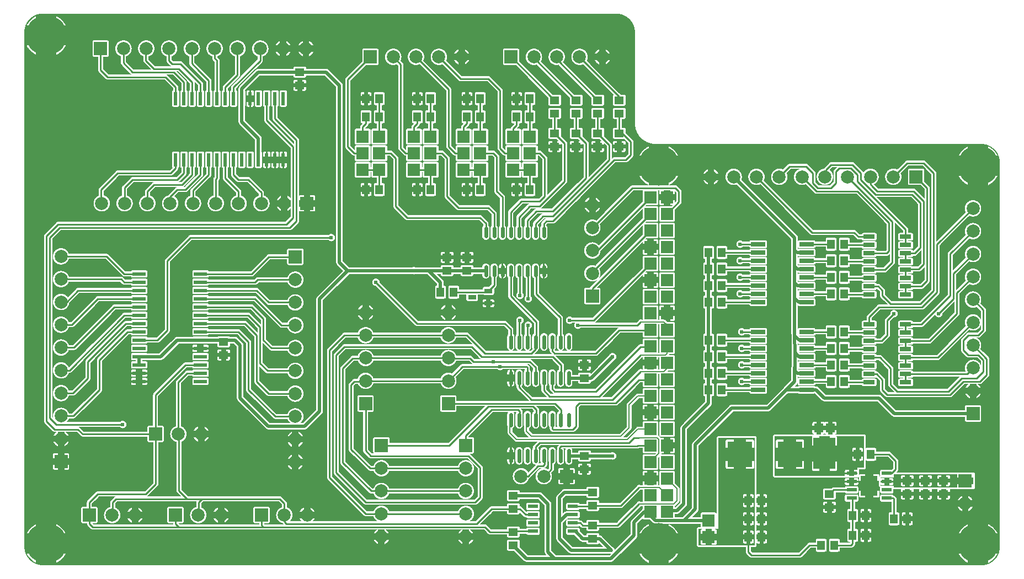
<source format=gbl>
G04 Layer: BottomLayer*
G04 EasyEDA v5.9.42, Mon, 25 Feb 2019 13:08:34 GMT*
G04 04bc916e9f0e400680881ea13b59f611*
G04 Gerber Generator version 0.2*
G04 Scale: 100 percent, Rotated: No, Reflected: No *
G04 Dimensions in millimeters *
G04 leading zeros omitted , absolute positions ,3 integer and 3 decimal *
%FSLAX33Y33*%
%MOMM*%
G90*
G71D02*

%ADD10C,0.254000*%
%ADD11C,0.499999*%
%ADD12C,0.619760*%
%ADD13R,1.469898X1.160018*%
%ADD16R,1.930400X1.930400*%
%ADD17R,1.879600X1.879600*%
%ADD18R,1.999996X1.999996*%
%ADD19C,1.999996*%
%ADD20C,6.199988*%
%ADD21C,0.200000*%
%ADD22C,0.599999*%
%ADD23R,1.160018X1.469898*%
%ADD24R,1.549400X0.599440*%
%ADD25R,1.250010X0.699999*%
%ADD26R,0.609600X2.006600*%
%ADD27R,2.006600X0.609600*%
%ADD28R,1.389888X1.400048*%
%ADD29R,3.359912X4.859985*%
%ADD30R,3.850640X4.000500*%
%ADD31R,2.199640X0.701040*%
%ADD32R,1.750060X0.650240*%
%ADD33R,1.550010X0.599999*%
%ADD34R,2.599995X3.099994*%

%LPD*%
G36*
G01X120040Y14927D02*
G01X115317Y14927D01*
G01X115317Y13881D01*
G01X120040Y13881D01*
G01X120040Y14927D01*
G37*

%LPD*%
G36*
G01X115448Y16181D02*
G01X115317Y16181D01*
G01X115317Y14927D01*
G01X115685Y14927D01*
G01X115680Y14928D01*
G01X115676Y14928D01*
G01X115671Y14929D01*
G01X115667Y14929D01*
G01X115662Y14930D01*
G01X115658Y14931D01*
G01X115654Y14931D01*
G01X115649Y14932D01*
G01X115645Y14933D01*
G01X115640Y14934D01*
G01X115636Y14935D01*
G01X115632Y14937D01*
G01X115627Y14938D01*
G01X115623Y14939D01*
G01X115619Y14941D01*
G01X115615Y14942D01*
G01X115611Y14944D01*
G01X115606Y14946D01*
G01X115602Y14947D01*
G01X115574Y14961D01*
G01X115570Y14964D01*
G01X115566Y14966D01*
G01X115563Y14969D01*
G01X115559Y14971D01*
G01X115555Y14974D01*
G01X115552Y14976D01*
G01X115548Y14979D01*
G01X115545Y14982D01*
G01X115541Y14985D01*
G01X115538Y14987D01*
G01X115534Y14990D01*
G01X115515Y15009D01*
G01X115512Y15013D01*
G01X115506Y15019D01*
G01X115503Y15023D01*
G01X115501Y15026D01*
G01X115495Y15034D01*
G01X115493Y15037D01*
G01X115490Y15041D01*
G01X115488Y15045D01*
G01X115485Y15049D01*
G01X115483Y15053D01*
G01X115481Y15056D01*
G01X115471Y15076D01*
G01X115469Y15081D01*
G01X115465Y15089D01*
G01X115464Y15093D01*
G01X115462Y15097D01*
G01X115461Y15102D01*
G01X115460Y15106D01*
G01X115458Y15110D01*
G01X115457Y15114D01*
G01X115456Y15119D01*
G01X115455Y15123D01*
G01X115454Y15128D01*
G01X115452Y15136D01*
G01X115451Y15141D01*
G01X115451Y15145D01*
G01X115450Y15150D01*
G01X115450Y15154D01*
G01X115449Y15159D01*
G01X115449Y15168D01*
G01X115448Y15172D01*
G01X115448Y16181D01*
G37*

%LPD*%
G36*
G01X118591Y16181D02*
G01X116665Y16181D01*
G01X116665Y14927D01*
G01X118591Y14927D01*
G01X118591Y16181D01*
G37*

%LPD*%
G36*
G01X120040Y16181D02*
G01X119808Y16181D01*
G01X119808Y15172D01*
G01X119807Y15168D01*
G01X119807Y15159D01*
G01X119806Y15154D01*
G01X119806Y15150D01*
G01X119805Y15145D01*
G01X119805Y15141D01*
G01X119804Y15136D01*
G01X119802Y15128D01*
G01X119801Y15123D01*
G01X119800Y15119D01*
G01X119799Y15114D01*
G01X119798Y15110D01*
G01X119796Y15106D01*
G01X119795Y15102D01*
G01X119794Y15097D01*
G01X119792Y15093D01*
G01X119791Y15089D01*
G01X119787Y15081D01*
G01X119785Y15076D01*
G01X119783Y15072D01*
G01X119782Y15068D01*
G01X119779Y15064D01*
G01X119775Y15056D01*
G01X119773Y15053D01*
G01X119771Y15049D01*
G01X119768Y15045D01*
G01X119766Y15041D01*
G01X119763Y15037D01*
G01X119761Y15034D01*
G01X119755Y15026D01*
G01X119753Y15023D01*
G01X119750Y15019D01*
G01X119744Y15013D01*
G01X119741Y15009D01*
G01X119722Y14990D01*
G01X119718Y14987D01*
G01X119715Y14985D01*
G01X119712Y14982D01*
G01X119704Y14976D01*
G01X119701Y14974D01*
G01X119697Y14971D01*
G01X119693Y14969D01*
G01X119690Y14966D01*
G01X119686Y14964D01*
G01X119682Y14961D01*
G01X119654Y14947D01*
G01X119650Y14946D01*
G01X119646Y14944D01*
G01X119641Y14942D01*
G01X119637Y14941D01*
G01X119633Y14939D01*
G01X119629Y14938D01*
G01X119624Y14937D01*
G01X119620Y14935D01*
G01X119616Y14934D01*
G01X119611Y14933D01*
G01X119607Y14932D01*
G01X119602Y14931D01*
G01X119598Y14931D01*
G01X119594Y14930D01*
G01X119589Y14929D01*
G01X119585Y14929D01*
G01X119580Y14928D01*
G01X119576Y14928D01*
G01X119571Y14927D01*
G01X120040Y14927D01*
G01X120040Y16181D01*
G37*

%LPD*%
G36*
G01X121003Y16107D02*
G01X120040Y16107D01*
G01X120040Y14637D01*
G01X121244Y14637D01*
G01X121240Y14638D01*
G01X121231Y14638D01*
G01X121227Y14639D01*
G01X121222Y14639D01*
G01X121218Y14640D01*
G01X121213Y14641D01*
G01X121205Y14643D01*
G01X121200Y14644D01*
G01X121188Y14647D01*
G01X121183Y14648D01*
G01X121179Y14649D01*
G01X121175Y14651D01*
G01X121171Y14652D01*
G01X121166Y14654D01*
G01X121162Y14656D01*
G01X121158Y14657D01*
G01X121130Y14671D01*
G01X121127Y14673D01*
G01X121123Y14676D01*
G01X121119Y14678D01*
G01X121115Y14681D01*
G01X121112Y14683D01*
G01X121108Y14686D01*
G01X121105Y14688D01*
G01X121101Y14691D01*
G01X121098Y14694D01*
G01X121094Y14697D01*
G01X121091Y14699D01*
G01X121087Y14702D01*
G01X121081Y14708D01*
G01X121078Y14712D01*
G01X121069Y14721D01*
G01X121066Y14725D01*
G01X121060Y14731D01*
G01X121057Y14735D01*
G01X121054Y14738D01*
G01X121052Y14742D01*
G01X121049Y14746D01*
G01X121047Y14749D01*
G01X121044Y14753D01*
G01X121042Y14757D01*
G01X121040Y14760D01*
G01X121037Y14764D01*
G01X121023Y14792D01*
G01X121022Y14796D01*
G01X121020Y14800D01*
G01X121019Y14804D01*
G01X121017Y14809D01*
G01X121016Y14813D01*
G01X121014Y14817D01*
G01X121013Y14821D01*
G01X121012Y14826D01*
G01X121010Y14834D01*
G01X121009Y14839D01*
G01X121007Y14847D01*
G01X121006Y14852D01*
G01X121006Y14856D01*
G01X121005Y14861D01*
G01X121005Y14865D01*
G01X121004Y14869D01*
G01X121004Y14878D01*
G01X121003Y14883D01*
G01X121003Y16107D01*
G37*

%LPD*%
G36*
G01X126077Y14637D02*
G01X120040Y14637D01*
G01X120040Y14411D01*
G01X126065Y14411D01*
G01X126065Y14566D01*
G01X126066Y14570D01*
G01X126066Y14584D01*
G01X126067Y14588D01*
G01X126067Y14593D01*
G01X126068Y14597D01*
G01X126069Y14602D01*
G01X126069Y14606D01*
G01X126070Y14611D01*
G01X126071Y14615D01*
G01X126072Y14620D01*
G01X126074Y14628D01*
G01X126076Y14633D01*
G01X126077Y14637D01*
G37*

%LPD*%
G36*
G01X126065Y14112D02*
G01X120040Y14112D01*
G01X120040Y13881D01*
G01X126079Y13881D01*
G01X126077Y13885D01*
G01X126076Y13889D01*
G01X126075Y13894D01*
G01X126073Y13898D01*
G01X126072Y13903D01*
G01X126071Y13907D01*
G01X126070Y13912D01*
G01X126070Y13916D01*
G01X126069Y13921D01*
G01X126068Y13925D01*
G01X126067Y13930D01*
G01X126067Y13934D01*
G01X126066Y13939D01*
G01X126066Y13953D01*
G01X126065Y13957D01*
G01X126065Y14112D01*
G37*

%LPD*%
G36*
G01X128017Y14411D02*
G01X120040Y14411D01*
G01X120040Y14112D01*
G01X128017Y14112D01*
G01X128017Y14411D01*
G37*

%LPD*%
G36*
G01X120040Y18181D02*
G01X115317Y18181D01*
G01X115317Y16181D01*
G01X120040Y16181D01*
G01X120040Y18181D01*
G37*

%LPD*%
G36*
G01X129033Y16194D02*
G01X120040Y16194D01*
G01X120040Y16107D01*
G01X129033Y16107D01*
G01X129033Y16194D01*
G37*

%LPD*%
G36*
G01X123776Y16107D02*
G01X122097Y16107D01*
G01X122097Y14637D01*
G01X123776Y14637D01*
G01X123776Y16107D01*
G37*

%LPD*%
G36*
G01X126311Y14816D02*
G01X124859Y14816D01*
G01X124857Y14812D01*
G01X124856Y14807D01*
G01X124854Y14803D01*
G01X124853Y14799D01*
G01X124847Y14787D01*
G01X124845Y14782D01*
G01X124844Y14778D01*
G01X124842Y14774D01*
G01X124839Y14770D01*
G01X124837Y14767D01*
G01X124833Y14759D01*
G01X124830Y14755D01*
G01X124828Y14751D01*
G01X124825Y14747D01*
G01X124823Y14744D01*
G01X124820Y14740D01*
G01X124817Y14737D01*
G01X124815Y14733D01*
G01X124812Y14730D01*
G01X124809Y14726D01*
G01X124806Y14723D01*
G01X124803Y14719D01*
G01X124794Y14710D01*
G01X124790Y14707D01*
G01X124784Y14701D01*
G01X124780Y14698D01*
G01X124774Y14692D01*
G01X124770Y14689D01*
G01X124766Y14687D01*
G01X124763Y14684D01*
G01X124759Y14681D01*
G01X124755Y14679D01*
G01X124752Y14676D01*
G01X124740Y14670D01*
G01X124736Y14667D01*
G01X124720Y14659D01*
G01X124716Y14658D01*
G01X124708Y14654D01*
G01X124703Y14653D01*
G01X124699Y14651D01*
G01X124695Y14650D01*
G01X124691Y14648D01*
G01X124686Y14647D01*
G01X124678Y14645D01*
G01X124673Y14644D01*
G01X124665Y14642D01*
G01X124660Y14641D01*
G01X124656Y14640D01*
G01X124651Y14640D01*
G01X124647Y14639D01*
G01X124642Y14638D01*
G01X124633Y14638D01*
G01X124629Y14637D01*
G01X126077Y14637D01*
G01X126078Y14641D01*
G01X126080Y14646D01*
G01X126081Y14650D01*
G01X126085Y14658D01*
G01X126086Y14662D01*
G01X126100Y14690D01*
G01X126103Y14694D01*
G01X126105Y14698D01*
G01X126108Y14702D01*
G01X126110Y14705D01*
G01X126113Y14709D01*
G01X126115Y14713D01*
G01X126118Y14716D01*
G01X126121Y14720D01*
G01X126124Y14723D01*
G01X126126Y14727D01*
G01X126132Y14733D01*
G01X126135Y14737D01*
G01X126139Y14740D01*
G01X126148Y14749D01*
G01X126152Y14752D01*
G01X126158Y14758D01*
G01X126162Y14761D01*
G01X126165Y14764D01*
G01X126169Y14766D01*
G01X126173Y14769D01*
G01X126176Y14771D01*
G01X126180Y14774D01*
G01X126184Y14776D01*
G01X126188Y14779D01*
G01X126192Y14781D01*
G01X126195Y14783D01*
G01X126199Y14785D01*
G01X126203Y14788D01*
G01X126211Y14792D01*
G01X126215Y14793D01*
G01X126220Y14795D01*
G01X126228Y14799D01*
G01X126232Y14800D01*
G01X126236Y14802D01*
G01X126241Y14803D01*
G01X126245Y14804D01*
G01X126249Y14806D01*
G01X126253Y14807D01*
G01X126258Y14808D01*
G01X126266Y14810D01*
G01X126271Y14811D01*
G01X126275Y14812D01*
G01X126280Y14813D01*
G01X126284Y14813D01*
G01X126289Y14814D01*
G01X126293Y14814D01*
G01X126297Y14815D01*
G01X126306Y14815D01*
G01X126311Y14816D01*
G37*

%LPD*%
G36*
G01X127482Y14112D02*
G01X126707Y14112D01*
G01X126707Y13881D01*
G01X127482Y13881D01*
G01X127482Y14112D01*
G37*

%LPD*%
G36*
G01X127482Y14816D02*
G01X126707Y14816D01*
G01X126707Y14411D01*
G01X127482Y14411D01*
G01X127482Y14816D01*
G37*

%LPD*%
G36*
G01X115689Y19436D02*
G01X115317Y19436D01*
G01X115317Y18181D01*
G01X115448Y18181D01*
G01X115448Y19191D01*
G01X115449Y19195D01*
G01X115449Y19204D01*
G01X115450Y19208D01*
G01X115450Y19213D01*
G01X115451Y19217D01*
G01X115451Y19222D01*
G01X115452Y19226D01*
G01X115453Y19231D01*
G01X115455Y19239D01*
G01X115456Y19244D01*
G01X115458Y19252D01*
G01X115460Y19257D01*
G01X115462Y19265D01*
G01X115464Y19270D01*
G01X115465Y19274D01*
G01X115485Y19314D01*
G01X115488Y19318D01*
G01X115490Y19322D01*
G01X115493Y19325D01*
G01X115495Y19329D01*
G01X115498Y19333D01*
G01X115501Y19336D01*
G01X115503Y19340D01*
G01X115506Y19343D01*
G01X115509Y19347D01*
G01X115515Y19353D01*
G01X115518Y19357D01*
G01X115524Y19363D01*
G01X115528Y19366D01*
G01X115534Y19372D01*
G01X115538Y19375D01*
G01X115541Y19378D01*
G01X115545Y19381D01*
G01X115548Y19384D01*
G01X115552Y19386D01*
G01X115555Y19389D01*
G01X115559Y19392D01*
G01X115563Y19394D01*
G01X115566Y19397D01*
G01X115578Y19403D01*
G01X115582Y19406D01*
G01X115598Y19414D01*
G01X115602Y19415D01*
G01X115606Y19417D01*
G01X115611Y19419D01*
G01X115615Y19420D01*
G01X115619Y19422D01*
G01X115623Y19423D01*
G01X115627Y19425D01*
G01X115632Y19426D01*
G01X115640Y19428D01*
G01X115645Y19429D01*
G01X115649Y19430D01*
G01X115654Y19431D01*
G01X115662Y19433D01*
G01X115667Y19434D01*
G01X115671Y19434D01*
G01X115676Y19435D01*
G01X115685Y19435D01*
G01X115689Y19436D01*
G37*

%LPD*%
G36*
G01X118591Y19436D02*
G01X116665Y19436D01*
G01X116665Y18181D01*
G01X118591Y18181D01*
G01X118591Y19436D01*
G37*

%LPD*%
G36*
G01X120040Y19436D02*
G01X119567Y19436D01*
G01X119571Y19435D01*
G01X119580Y19435D01*
G01X119585Y19434D01*
G01X119589Y19434D01*
G01X119594Y19433D01*
G01X119602Y19431D01*
G01X119607Y19430D01*
G01X119611Y19429D01*
G01X119616Y19428D01*
G01X119624Y19426D01*
G01X119629Y19425D01*
G01X119633Y19423D01*
G01X119637Y19422D01*
G01X119641Y19420D01*
G01X119646Y19419D01*
G01X119654Y19415D01*
G01X119658Y19414D01*
G01X119674Y19406D01*
G01X119678Y19403D01*
G01X119690Y19397D01*
G01X119693Y19394D01*
G01X119697Y19392D01*
G01X119701Y19389D01*
G01X119704Y19386D01*
G01X119708Y19384D01*
G01X119712Y19381D01*
G01X119718Y19375D01*
G01X119722Y19372D01*
G01X119728Y19366D01*
G01X119732Y19363D01*
G01X119738Y19357D01*
G01X119741Y19353D01*
G01X119747Y19347D01*
G01X119750Y19343D01*
G01X119753Y19340D01*
G01X119755Y19336D01*
G01X119758Y19333D01*
G01X119761Y19329D01*
G01X119763Y19325D01*
G01X119766Y19322D01*
G01X119768Y19318D01*
G01X119771Y19314D01*
G01X119779Y19298D01*
G01X119782Y19294D01*
G01X119783Y19290D01*
G01X119791Y19274D01*
G01X119792Y19270D01*
G01X119794Y19265D01*
G01X119796Y19257D01*
G01X119798Y19252D01*
G01X119800Y19244D01*
G01X119801Y19239D01*
G01X119803Y19231D01*
G01X119804Y19226D01*
G01X119805Y19222D01*
G01X119805Y19217D01*
G01X119806Y19213D01*
G01X119806Y19208D01*
G01X119807Y19204D01*
G01X119807Y19195D01*
G01X119808Y19191D01*
G01X119808Y18181D01*
G01X120040Y18181D01*
G01X120040Y19436D01*
G37*

%LPD*%
G36*
G01X127420Y18171D02*
G01X120040Y18171D01*
G01X120040Y17550D01*
G01X127183Y17550D01*
G01X127183Y17930D01*
G01X127184Y17934D01*
G01X127184Y17943D01*
G01X127185Y17948D01*
G01X127185Y17952D01*
G01X127186Y17956D01*
G01X127187Y17961D01*
G01X127188Y17965D01*
G01X127189Y17970D01*
G01X127191Y17978D01*
G01X127192Y17983D01*
G01X127195Y17995D01*
G01X127197Y18000D01*
G01X127198Y18004D01*
G01X127202Y18012D01*
G01X127203Y18016D01*
G01X127219Y18048D01*
G01X127222Y18052D01*
G01X127224Y18055D01*
G01X127226Y18059D01*
G01X127229Y18063D01*
G01X127232Y18066D01*
G01X127234Y18070D01*
G01X127237Y18073D01*
G01X127240Y18077D01*
G01X127243Y18080D01*
G01X127245Y18084D01*
G01X127267Y18106D01*
G01X127271Y18109D01*
G01X127274Y18112D01*
G01X127277Y18114D01*
G01X127281Y18117D01*
G01X127284Y18120D01*
G01X127288Y18123D01*
G01X127292Y18125D01*
G01X127295Y18128D01*
G01X127303Y18132D01*
G01X127306Y18135D01*
G01X127342Y18153D01*
G01X127346Y18154D01*
G01X127350Y18156D01*
G01X127355Y18157D01*
G01X127359Y18159D01*
G01X127367Y18161D01*
G01X127372Y18162D01*
G01X127376Y18164D01*
G01X127380Y18165D01*
G01X127385Y18166D01*
G01X127389Y18166D01*
G01X127393Y18167D01*
G01X127398Y18168D01*
G01X127402Y18169D01*
G01X127406Y18169D01*
G01X127411Y18170D01*
G01X127415Y18170D01*
G01X127420Y18171D01*
G37*

%LPD*%
G36*
G01X127183Y16816D02*
G01X120040Y16816D01*
G01X120040Y16194D01*
G01X127424Y16194D01*
G01X127420Y16195D01*
G01X127411Y16195D01*
G01X127406Y16196D01*
G01X127402Y16197D01*
G01X127398Y16197D01*
G01X127393Y16198D01*
G01X127385Y16200D01*
G01X127380Y16201D01*
G01X127372Y16203D01*
G01X127367Y16204D01*
G01X127359Y16206D01*
G01X127355Y16208D01*
G01X127350Y16209D01*
G01X127342Y16213D01*
G01X127338Y16214D01*
G01X127306Y16230D01*
G01X127303Y16233D01*
G01X127299Y16235D01*
G01X127295Y16238D01*
G01X127292Y16240D01*
G01X127288Y16243D01*
G01X127284Y16245D01*
G01X127281Y16248D01*
G01X127277Y16251D01*
G01X127274Y16254D01*
G01X127271Y16256D01*
G01X127267Y16259D01*
G01X127261Y16265D01*
G01X127258Y16269D01*
G01X127254Y16272D01*
G01X127248Y16278D01*
G01X127245Y16282D01*
G01X127243Y16285D01*
G01X127240Y16288D01*
G01X127237Y16292D01*
G01X127234Y16295D01*
G01X127232Y16299D01*
G01X127229Y16303D01*
G01X127226Y16306D01*
G01X127222Y16314D01*
G01X127219Y16317D01*
G01X127203Y16349D01*
G01X127202Y16353D01*
G01X127198Y16361D01*
G01X127197Y16366D01*
G01X127195Y16370D01*
G01X127193Y16378D01*
G01X127192Y16383D01*
G01X127190Y16391D01*
G01X127189Y16396D01*
G01X127187Y16404D01*
G01X127186Y16409D01*
G01X127185Y16413D01*
G01X127185Y16418D01*
G01X127184Y16422D01*
G01X127184Y16431D01*
G01X127183Y16435D01*
G01X127183Y16816D01*
G37*

%LPD*%
G36*
G01X129033Y18538D02*
G01X120040Y18538D01*
G01X120040Y18171D01*
G01X129033Y18171D01*
G01X129033Y18538D01*
G37*

%LPD*%
G36*
G01X129033Y17550D02*
G01X120040Y17550D01*
G01X120040Y16816D01*
G01X129033Y16816D01*
G01X129033Y17550D01*
G37*

%LPD*%
G36*
G01X129033Y16107D02*
G01X124870Y16107D01*
G01X124870Y15151D01*
G01X129033Y15151D01*
G01X129033Y16107D01*
G37*

%LPD*%
G36*
G01X128306Y16816D02*
G01X127727Y16816D01*
G01X127727Y16194D01*
G01X128306Y16194D01*
G01X128306Y16816D01*
G37*

%LPD*%
G36*
G01X129033Y16816D02*
G01X128850Y16816D01*
G01X128850Y16431D01*
G01X128849Y16426D01*
G01X128849Y16422D01*
G01X128848Y16418D01*
G01X128848Y16413D01*
G01X128847Y16409D01*
G01X128846Y16404D01*
G01X128846Y16400D01*
G01X128845Y16396D01*
G01X128844Y16391D01*
G01X128842Y16383D01*
G01X128840Y16378D01*
G01X128838Y16370D01*
G01X128836Y16366D01*
G01X128835Y16361D01*
G01X128833Y16357D01*
G01X128832Y16353D01*
G01X128824Y16337D01*
G01X128823Y16333D01*
G01X128820Y16329D01*
G01X128814Y16317D01*
G01X128812Y16314D01*
G01X128809Y16310D01*
G01X128807Y16306D01*
G01X128804Y16303D01*
G01X128802Y16299D01*
G01X128799Y16295D01*
G01X128796Y16292D01*
G01X128794Y16288D01*
G01X128788Y16282D01*
G01X128785Y16278D01*
G01X128776Y16269D01*
G01X128773Y16265D01*
G01X128769Y16262D01*
G01X128763Y16256D01*
G01X128759Y16254D01*
G01X128756Y16251D01*
G01X128752Y16248D01*
G01X128749Y16245D01*
G01X128745Y16243D01*
G01X128742Y16240D01*
G01X128738Y16238D01*
G01X128734Y16235D01*
G01X128731Y16233D01*
G01X128727Y16230D01*
G01X128695Y16214D01*
G01X128691Y16213D01*
G01X128683Y16209D01*
G01X128679Y16208D01*
G01X128674Y16206D01*
G01X128662Y16203D01*
G01X128657Y16202D01*
G01X128649Y16200D01*
G01X128644Y16199D01*
G01X128636Y16197D01*
G01X128631Y16197D01*
G01X128627Y16196D01*
G01X128622Y16195D01*
G01X128613Y16195D01*
G01X128609Y16194D01*
G01X129033Y16194D01*
G01X129033Y16816D01*
G37*

%LPD*%
G36*
G01X128017Y15151D02*
G01X124870Y15151D01*
G01X124870Y14878D01*
G01X124869Y14873D01*
G01X124869Y14864D01*
G01X124868Y14860D01*
G01X124867Y14855D01*
G01X124867Y14851D01*
G01X124866Y14847D01*
G01X124865Y14842D01*
G01X124864Y14838D01*
G01X124863Y14833D01*
G01X124861Y14825D01*
G01X124860Y14820D01*
G01X124859Y14816D01*
G01X128017Y14816D01*
G01X128017Y15151D01*
G37*

%LPD*%
G36*
G01X120040Y19977D02*
G01X115317Y19977D01*
G01X115317Y19436D01*
G01X120040Y19436D01*
G01X120040Y19977D01*
G37*

%LPD*%
G36*
G01X121136Y19977D02*
G01X120040Y19977D01*
G01X120040Y18538D01*
G01X121003Y18538D01*
G01X121003Y19762D01*
G01X121004Y19766D01*
G01X121004Y19775D01*
G01X121005Y19780D01*
G01X121005Y19784D01*
G01X121006Y19789D01*
G01X121006Y19793D01*
G01X121007Y19798D01*
G01X121009Y19806D01*
G01X121010Y19811D01*
G01X121012Y19819D01*
G01X121013Y19824D01*
G01X121014Y19828D01*
G01X121016Y19832D01*
G01X121017Y19837D01*
G01X121019Y19841D01*
G01X121020Y19845D01*
G01X121024Y19853D01*
G01X121025Y19857D01*
G01X121033Y19873D01*
G01X121036Y19877D01*
G01X121042Y19889D01*
G01X121045Y19893D01*
G01X121047Y19896D01*
G01X121050Y19900D01*
G01X121052Y19904D01*
G01X121055Y19907D01*
G01X121058Y19911D01*
G01X121061Y19914D01*
G01X121064Y19918D01*
G01X121066Y19921D01*
G01X121069Y19924D01*
G01X121072Y19928D01*
G01X121076Y19931D01*
G01X121088Y19943D01*
G01X121092Y19946D01*
G01X121095Y19949D01*
G01X121099Y19952D01*
G01X121102Y19955D01*
G01X121106Y19957D01*
G01X121109Y19960D01*
G01X121113Y19963D01*
G01X121121Y19967D01*
G01X121124Y19970D01*
G01X121132Y19974D01*
G01X121136Y19977D01*
G37*

%LPD*%
G36*
G01X123776Y19977D02*
G01X122097Y19977D01*
G01X122097Y18538D01*
G01X123776Y18538D01*
G01X123776Y19977D01*
G37*

%LPD*%
G36*
G01X129033Y19977D02*
G01X124737Y19977D01*
G01X124741Y19974D01*
G01X124749Y19970D01*
G01X124753Y19967D01*
G01X124756Y19965D01*
G01X124760Y19963D01*
G01X124764Y19960D01*
G01X124767Y19957D01*
G01X124771Y19955D01*
G01X124774Y19952D01*
G01X124778Y19949D01*
G01X124781Y19946D01*
G01X124785Y19943D01*
G01X124791Y19937D01*
G01X124795Y19934D01*
G01X124801Y19928D01*
G01X124804Y19924D01*
G01X124810Y19918D01*
G01X124813Y19914D01*
G01X124815Y19911D01*
G01X124818Y19907D01*
G01X124821Y19904D01*
G01X124823Y19900D01*
G01X124826Y19896D01*
G01X124828Y19893D01*
G01X124831Y19889D01*
G01X124835Y19881D01*
G01X124838Y19877D01*
G01X124850Y19853D01*
G01X124851Y19849D01*
G01X124853Y19845D01*
G01X124854Y19841D01*
G01X124856Y19837D01*
G01X124857Y19832D01*
G01X124859Y19828D01*
G01X124860Y19824D01*
G01X124861Y19819D01*
G01X124863Y19811D01*
G01X124864Y19806D01*
G01X124866Y19798D01*
G01X124867Y19793D01*
G01X124868Y19789D01*
G01X124868Y19784D01*
G01X124869Y19780D01*
G01X124869Y19771D01*
G01X124870Y19766D01*
G01X124870Y18538D01*
G01X129033Y18538D01*
G01X129033Y19977D01*
G37*

%LPD*%
G36*
G01X128306Y18171D02*
G01X127727Y18171D01*
G01X127727Y17550D01*
G01X128306Y17550D01*
G01X128306Y18171D01*
G37*

%LPD*%
G36*
G01X129033Y18171D02*
G01X128613Y18171D01*
G01X128618Y18170D01*
G01X128622Y18170D01*
G01X128627Y18169D01*
G01X128631Y18169D01*
G01X128636Y18168D01*
G01X128644Y18166D01*
G01X128649Y18166D01*
G01X128657Y18164D01*
G01X128662Y18162D01*
G01X128674Y18159D01*
G01X128679Y18157D01*
G01X128683Y18156D01*
G01X128687Y18154D01*
G01X128691Y18153D01*
G01X128727Y18135D01*
G01X128731Y18132D01*
G01X128734Y18130D01*
G01X128738Y18128D01*
G01X128742Y18125D01*
G01X128745Y18123D01*
G01X128749Y18120D01*
G01X128752Y18117D01*
G01X128756Y18114D01*
G01X128759Y18112D01*
G01X128763Y18109D01*
G01X128769Y18103D01*
G01X128773Y18100D01*
G01X128776Y18097D01*
G01X128779Y18093D01*
G01X128788Y18084D01*
G01X128791Y18080D01*
G01X128794Y18077D01*
G01X128796Y18073D01*
G01X128799Y18070D01*
G01X128802Y18066D01*
G01X128804Y18063D01*
G01X128807Y18059D01*
G01X128809Y18055D01*
G01X128812Y18052D01*
G01X128820Y18036D01*
G01X128823Y18032D01*
G01X128824Y18028D01*
G01X128832Y18012D01*
G01X128833Y18008D01*
G01X128835Y18004D01*
G01X128836Y18000D01*
G01X128838Y17995D01*
G01X128840Y17987D01*
G01X128842Y17983D01*
G01X128843Y17978D01*
G01X128845Y17970D01*
G01X128846Y17965D01*
G01X128846Y17961D01*
G01X128847Y17956D01*
G01X128848Y17952D01*
G01X128848Y17948D01*
G01X128849Y17943D01*
G01X128849Y17939D01*
G01X128850Y17934D01*
G01X128850Y17550D01*
G01X129033Y17550D01*
G01X129033Y18171D01*
G37*

%LPD*%
G36*
G01X128017Y14816D02*
G01X127878Y14816D01*
G01X127883Y14815D01*
G01X127892Y14815D01*
G01X127896Y14814D01*
G01X127901Y14814D01*
G01X127905Y14813D01*
G01X127910Y14813D01*
G01X127918Y14811D01*
G01X127923Y14810D01*
G01X127931Y14808D01*
G01X127936Y14807D01*
G01X127940Y14806D01*
G01X127944Y14804D01*
G01X127949Y14803D01*
G01X127953Y14802D01*
G01X127957Y14800D01*
G01X127961Y14799D01*
G01X127966Y14797D01*
G01X127978Y14791D01*
G01X127982Y14790D01*
G01X127986Y14788D01*
G01X127990Y14785D01*
G01X128002Y14779D01*
G01X128005Y14776D01*
G01X128009Y14774D01*
G01X128013Y14771D01*
G01X128017Y14769D01*
G01X128017Y14816D01*
G37*

%LPD*%
G36*
G01X103784Y5753D02*
G01X103633Y5753D01*
G01X103633Y3213D01*
G01X103784Y3213D01*
G01X103784Y5753D01*
G37*

%LPD*%
G36*
G01X104173Y5702D02*
G01X103784Y5702D01*
G01X103784Y4965D01*
G01X103937Y4965D01*
G01X103937Y5461D01*
G01X103938Y5466D01*
G01X103938Y5475D01*
G01X103939Y5479D01*
G01X103939Y5484D01*
G01X103941Y5492D01*
G01X103942Y5497D01*
G01X103943Y5501D01*
G01X103944Y5506D01*
G01X103946Y5514D01*
G01X103947Y5519D01*
G01X103948Y5523D01*
G01X103950Y5527D01*
G01X103951Y5532D01*
G01X103953Y5536D01*
G01X103954Y5540D01*
G01X103958Y5548D01*
G01X103959Y5552D01*
G01X103961Y5556D01*
G01X103963Y5561D01*
G01X103967Y5569D01*
G01X103970Y5572D01*
G01X103976Y5584D01*
G01X103979Y5588D01*
G01X103981Y5592D01*
G01X103984Y5595D01*
G01X103987Y5599D01*
G01X103989Y5602D01*
G01X103992Y5606D01*
G01X103995Y5609D01*
G01X103998Y5613D01*
G01X104001Y5616D01*
G01X104004Y5620D01*
G01X104023Y5639D01*
G01X104026Y5641D01*
G01X104030Y5644D01*
G01X104033Y5647D01*
G01X104037Y5650D01*
G01X104040Y5653D01*
G01X104044Y5655D01*
G01X104048Y5658D01*
G01X104051Y5660D01*
G01X104055Y5663D01*
G01X104063Y5667D01*
G01X104067Y5670D01*
G01X104091Y5682D01*
G01X104095Y5683D01*
G01X104103Y5687D01*
G01X104108Y5688D01*
G01X104112Y5690D01*
G01X104120Y5692D01*
G01X104125Y5693D01*
G01X104129Y5695D01*
G01X104134Y5696D01*
G01X104142Y5698D01*
G01X104147Y5698D01*
G01X104151Y5699D01*
G01X104156Y5700D01*
G01X104160Y5700D01*
G01X104165Y5701D01*
G01X104169Y5701D01*
G01X104173Y5702D01*
G37*

%LPD*%
G36*
G01X103937Y4000D02*
G01X103784Y4000D01*
G01X103784Y3263D01*
G01X104178Y3263D01*
G01X104173Y3264D01*
G01X104165Y3264D01*
G01X104160Y3265D01*
G01X104156Y3265D01*
G01X104151Y3266D01*
G01X104147Y3267D01*
G01X104142Y3268D01*
G01X104134Y3270D01*
G01X104129Y3271D01*
G01X104125Y3272D01*
G01X104120Y3273D01*
G01X104116Y3274D01*
G01X104112Y3276D01*
G01X104108Y3277D01*
G01X104103Y3279D01*
G01X104099Y3280D01*
G01X104091Y3284D01*
G01X104087Y3285D01*
G01X104071Y3293D01*
G01X104067Y3296D01*
G01X104055Y3302D01*
G01X104051Y3305D01*
G01X104048Y3307D01*
G01X104040Y3313D01*
G01X104037Y3315D01*
G01X104033Y3318D01*
G01X104030Y3321D01*
G01X104026Y3324D01*
G01X104020Y3330D01*
G01X104016Y3333D01*
G01X104007Y3342D01*
G01X104004Y3346D01*
G01X103998Y3352D01*
G01X103995Y3356D01*
G01X103992Y3359D01*
G01X103989Y3363D01*
G01X103987Y3366D01*
G01X103981Y3374D01*
G01X103979Y3377D01*
G01X103976Y3381D01*
G01X103970Y3393D01*
G01X103967Y3397D01*
G01X103959Y3413D01*
G01X103958Y3417D01*
G01X103954Y3425D01*
G01X103953Y3429D01*
G01X103951Y3434D01*
G01X103950Y3438D01*
G01X103948Y3442D01*
G01X103947Y3446D01*
G01X103946Y3451D01*
G01X103945Y3455D01*
G01X103944Y3460D01*
G01X103942Y3468D01*
G01X103941Y3473D01*
G01X103940Y3477D01*
G01X103939Y3482D01*
G01X103939Y3486D01*
G01X103938Y3490D01*
G01X103938Y3499D01*
G01X103937Y3504D01*
G01X103937Y4000D01*
G37*

%LPD*%
G36*
G01X110419Y4965D02*
G01X103784Y4965D01*
G01X103784Y4850D01*
G01X110419Y4850D01*
G01X110419Y4965D01*
G37*

%LPD*%
G36*
G01X110419Y4116D02*
G01X103784Y4116D01*
G01X103784Y4000D01*
G01X110419Y4000D01*
G01X110419Y4116D01*
G37*

%LPD*%
G36*
G01X112269Y3263D02*
G01X103784Y3263D01*
G01X103784Y3213D01*
G01X112269Y3213D01*
G01X112269Y3263D01*
G37*

%LPD*%
G36*
G01X112269Y4850D02*
G01X103784Y4850D01*
G01X103784Y4116D01*
G01X112269Y4116D01*
G01X112269Y4850D01*
G37*

%LPD*%
G36*
G01X112269Y5753D02*
G01X103784Y5753D01*
G01X103784Y5702D01*
G01X112269Y5702D01*
G01X112269Y5753D01*
G37*

%LPD*%
G36*
G01X105639Y5702D02*
G01X104674Y5702D01*
G01X104674Y4965D01*
G01X105639Y4965D01*
G01X105639Y5702D01*
G37*

%LPD*%
G36*
G01X110419Y5217D02*
G01X106376Y5217D01*
G01X106376Y4965D01*
G01X110419Y4965D01*
G01X110419Y5217D01*
G37*

%LPD*%
G36*
G01X105639Y4000D02*
G01X104674Y4000D01*
G01X104674Y3263D01*
G01X105639Y3263D01*
G01X105639Y4000D01*
G37*

%LPD*%
G36*
G01X110419Y4000D02*
G01X106376Y4000D01*
G01X106376Y3499D01*
G01X106375Y3494D01*
G01X110660Y3494D01*
G01X110656Y3495D01*
G01X110647Y3495D01*
G01X110642Y3496D01*
G01X110638Y3497D01*
G01X110633Y3497D01*
G01X110629Y3498D01*
G01X110624Y3499D01*
G01X110616Y3501D01*
G01X110611Y3502D01*
G01X110603Y3504D01*
G01X110598Y3505D01*
G01X110594Y3507D01*
G01X110590Y3508D01*
G01X110586Y3510D01*
G01X110581Y3511D01*
G01X110569Y3517D01*
G01X110565Y3518D01*
G01X110553Y3524D01*
G01X110549Y3527D01*
G01X110541Y3531D01*
G01X110537Y3534D01*
G01X110533Y3536D01*
G01X110530Y3538D01*
G01X110522Y3544D01*
G01X110519Y3546D01*
G01X110515Y3549D01*
G01X110512Y3552D01*
G01X110508Y3555D01*
G01X110502Y3561D01*
G01X110498Y3564D01*
G01X110489Y3573D01*
G01X110486Y3577D01*
G01X110480Y3583D01*
G01X110477Y3587D01*
G01X110474Y3590D01*
G01X110471Y3594D01*
G01X110469Y3597D01*
G01X110463Y3605D01*
G01X110461Y3609D01*
G01X110459Y3612D01*
G01X110456Y3616D01*
G01X110452Y3624D01*
G01X110449Y3628D01*
G01X110441Y3644D01*
G01X110440Y3648D01*
G01X110436Y3656D01*
G01X110435Y3661D01*
G01X110433Y3665D01*
G01X110432Y3669D01*
G01X110430Y3673D01*
G01X110429Y3678D01*
G01X110427Y3686D01*
G01X110426Y3691D01*
G01X110424Y3699D01*
G01X110423Y3704D01*
G01X110422Y3708D01*
G01X110422Y3713D01*
G01X110421Y3717D01*
G01X110420Y3722D01*
G01X110420Y3731D01*
G01X110419Y3735D01*
G01X110419Y4000D01*
G37*

%LPD*%
G36*
G01X112269Y3494D02*
G01X106375Y3494D01*
G01X106375Y3490D01*
G01X106374Y3485D01*
G01X106374Y3481D01*
G01X106373Y3476D01*
G01X106372Y3472D01*
G01X106371Y3467D01*
G01X106369Y3459D01*
G01X106368Y3454D01*
G01X106366Y3446D01*
G01X106365Y3441D01*
G01X106363Y3437D01*
G01X106362Y3433D01*
G01X106360Y3429D01*
G01X106359Y3425D01*
G01X106357Y3420D01*
G01X106355Y3416D01*
G01X106354Y3412D01*
G01X106346Y3396D01*
G01X106343Y3392D01*
G01X106339Y3384D01*
G01X106336Y3381D01*
G01X106332Y3373D01*
G01X106329Y3369D01*
G01X106326Y3366D01*
G01X106324Y3362D01*
G01X106321Y3359D01*
G01X106318Y3355D01*
G01X106315Y3352D01*
G01X106312Y3348D01*
G01X106300Y3336D01*
G01X106297Y3332D01*
G01X106293Y3329D01*
G01X106287Y3323D01*
G01X106283Y3321D01*
G01X106280Y3318D01*
G01X106276Y3315D01*
G01X106273Y3312D01*
G01X106269Y3310D01*
G01X106265Y3307D01*
G01X106261Y3305D01*
G01X106258Y3302D01*
G01X106250Y3298D01*
G01X106246Y3295D01*
G01X106222Y3283D01*
G01X106218Y3282D01*
G01X106214Y3280D01*
G01X106210Y3279D01*
G01X106205Y3277D01*
G01X106201Y3276D01*
G01X106197Y3274D01*
G01X106193Y3273D01*
G01X106188Y3272D01*
G01X106180Y3270D01*
G01X106175Y3269D01*
G01X106171Y3268D01*
G01X106166Y3267D01*
G01X106158Y3265D01*
G01X106153Y3265D01*
G01X106149Y3264D01*
G01X106140Y3264D01*
G01X106135Y3263D01*
G01X112269Y3263D01*
G01X112269Y3494D01*
G37*

%LPD*%
G36*
G01X111542Y5471D02*
G01X110963Y5471D01*
G01X110963Y4850D01*
G01X111542Y4850D01*
G01X111542Y5471D01*
G37*

%LPD*%
G36*
G01X111542Y4116D02*
G01X110963Y4116D01*
G01X110963Y3494D01*
G01X111542Y3494D01*
G01X111542Y4116D01*
G37*

%LPD*%
G36*
G01X112269Y5471D02*
G01X111850Y5471D01*
G01X111854Y5470D01*
G01X111859Y5470D01*
G01X111863Y5469D01*
G01X111868Y5469D01*
G01X111876Y5467D01*
G01X111881Y5466D01*
G01X111885Y5465D01*
G01X111890Y5464D01*
G01X111898Y5462D01*
G01X111903Y5461D01*
G01X111907Y5460D01*
G01X111911Y5458D01*
G01X111915Y5457D01*
G01X111920Y5455D01*
G01X111924Y5454D01*
G01X111932Y5450D01*
G01X111936Y5449D01*
G01X111956Y5439D01*
G01X111960Y5436D01*
G01X111968Y5432D01*
G01X111972Y5429D01*
G01X111975Y5427D01*
G01X111979Y5424D01*
G01X111983Y5422D01*
G01X111986Y5419D01*
G01X111990Y5416D01*
G01X111993Y5413D01*
G01X111997Y5410D01*
G01X112000Y5407D01*
G01X112004Y5404D01*
G01X112019Y5389D01*
G01X112022Y5385D01*
G01X112025Y5382D01*
G01X112028Y5378D01*
G01X112031Y5375D01*
G01X112034Y5371D01*
G01X112037Y5368D01*
G01X112039Y5364D01*
G01X112042Y5360D01*
G01X112044Y5357D01*
G01X112047Y5353D01*
G01X112051Y5345D01*
G01X112054Y5341D01*
G01X112066Y5317D01*
G01X112067Y5313D01*
G01X112071Y5305D01*
G01X112072Y5300D01*
G01X112074Y5296D01*
G01X112076Y5288D01*
G01X112077Y5283D01*
G01X112079Y5279D01*
G01X112080Y5275D01*
G01X112081Y5270D01*
G01X112081Y5266D01*
G01X112082Y5261D01*
G01X112083Y5257D01*
G01X112084Y5252D01*
G01X112084Y5248D01*
G01X112085Y5244D01*
G01X112085Y5239D01*
G01X112086Y5235D01*
G01X112086Y4850D01*
G01X112269Y4850D01*
G01X112269Y5471D01*
G37*

%LPD*%
G36*
G01X112269Y4116D02*
G01X112086Y4116D01*
G01X112086Y3749D01*
G01X112269Y3749D01*
G01X112269Y4116D01*
G37*

%LPD*%
G36*
G01X112269Y5702D02*
G01X106140Y5702D01*
G01X106144Y5701D01*
G01X106149Y5701D01*
G01X106153Y5700D01*
G01X106158Y5700D01*
G01X106166Y5698D01*
G01X106171Y5698D01*
G01X106175Y5697D01*
G01X106180Y5696D01*
G01X106184Y5695D01*
G01X106188Y5693D01*
G01X106193Y5692D01*
G01X106201Y5690D01*
G01X106205Y5688D01*
G01X106210Y5687D01*
G01X106218Y5683D01*
G01X106222Y5682D01*
G01X106250Y5668D01*
G01X106254Y5665D01*
G01X106258Y5663D01*
G01X106261Y5661D01*
G01X106265Y5658D01*
G01X106269Y5656D01*
G01X106273Y5653D01*
G01X106276Y5650D01*
G01X106280Y5647D01*
G01X106283Y5645D01*
G01X106287Y5642D01*
G01X106293Y5636D01*
G01X106297Y5633D01*
G01X106303Y5627D01*
G01X106306Y5623D01*
G01X106312Y5617D01*
G01X106315Y5613D01*
G01X106318Y5610D01*
G01X106321Y5606D01*
G01X106324Y5603D01*
G01X106326Y5599D01*
G01X106329Y5596D01*
G01X106332Y5592D01*
G01X106334Y5588D01*
G01X106336Y5585D01*
G01X106339Y5581D01*
G01X106343Y5573D01*
G01X106346Y5569D01*
G01X106354Y5553D01*
G01X106355Y5549D01*
G01X106359Y5541D01*
G01X106360Y5537D01*
G01X106362Y5532D01*
G01X106363Y5528D01*
G01X106365Y5524D01*
G01X106366Y5520D01*
G01X106367Y5515D01*
G01X106369Y5507D01*
G01X106370Y5502D01*
G01X106371Y5498D01*
G01X106372Y5493D01*
G01X106374Y5485D01*
G01X106374Y5480D01*
G01X106375Y5476D01*
G01X106375Y5471D01*
G01X112269Y5471D01*
G01X112269Y5702D01*
G37*

%LPD*%
G36*
G01X112269Y6288D02*
G01X106681Y6288D01*
G01X106681Y5753D01*
G01X112269Y5753D01*
G01X112269Y6288D01*
G37*

%LPD*%
G36*
G01X110656Y5471D02*
G01X106375Y5471D01*
G01X106376Y5467D01*
G01X106376Y5217D01*
G01X110419Y5217D01*
G01X110419Y5230D01*
G01X110420Y5235D01*
G01X110420Y5244D01*
G01X110422Y5252D01*
G01X110422Y5257D01*
G01X110423Y5261D01*
G01X110424Y5266D01*
G01X110425Y5270D01*
G01X110426Y5275D01*
G01X110428Y5283D01*
G01X110429Y5288D01*
G01X110430Y5292D01*
G01X110432Y5296D01*
G01X110433Y5300D01*
G01X110435Y5305D01*
G01X110436Y5309D01*
G01X110440Y5317D01*
G01X110441Y5321D01*
G01X110449Y5337D01*
G01X110452Y5341D01*
G01X110456Y5349D01*
G01X110459Y5353D01*
G01X110461Y5357D01*
G01X110463Y5360D01*
G01X110469Y5368D01*
G01X110471Y5371D01*
G01X110474Y5375D01*
G01X110477Y5378D01*
G01X110480Y5382D01*
G01X110483Y5385D01*
G01X110486Y5389D01*
G01X110498Y5401D01*
G01X110502Y5404D01*
G01X110508Y5410D01*
G01X110512Y5413D01*
G01X110515Y5416D01*
G01X110519Y5419D01*
G01X110522Y5422D01*
G01X110526Y5424D01*
G01X110530Y5427D01*
G01X110533Y5429D01*
G01X110537Y5432D01*
G01X110545Y5436D01*
G01X110549Y5439D01*
G01X110569Y5449D01*
G01X110573Y5450D01*
G01X110581Y5454D01*
G01X110586Y5455D01*
G01X110590Y5457D01*
G01X110594Y5458D01*
G01X110598Y5460D01*
G01X110603Y5461D01*
G01X110611Y5463D01*
G01X110616Y5464D01*
G01X110624Y5466D01*
G01X110629Y5467D01*
G01X110633Y5468D01*
G01X110638Y5469D01*
G01X110642Y5469D01*
G01X110647Y5470D01*
G01X110651Y5470D01*
G01X110656Y5471D01*
G37*

%LPD*%
G36*
G01X112269Y3749D02*
G01X112086Y3749D01*
G01X112086Y3731D01*
G01X112085Y3726D01*
G01X112085Y3722D01*
G01X112084Y3717D01*
G01X112084Y3713D01*
G01X112083Y3708D01*
G01X112082Y3704D01*
G01X112081Y3699D01*
G01X112081Y3695D01*
G01X112080Y3691D01*
G01X112079Y3686D01*
G01X112077Y3682D01*
G01X112076Y3678D01*
G01X112075Y3673D01*
G01X112074Y3669D01*
G01X112072Y3665D01*
G01X112071Y3661D01*
G01X112069Y3656D01*
G01X112067Y3652D01*
G01X112066Y3648D01*
G01X112054Y3624D01*
G01X112051Y3620D01*
G01X112047Y3612D01*
G01X112044Y3609D01*
G01X112042Y3605D01*
G01X112039Y3601D01*
G01X112037Y3597D01*
G01X112034Y3594D01*
G01X112031Y3590D01*
G01X112028Y3587D01*
G01X112025Y3583D01*
G01X112019Y3577D01*
G01X112016Y3573D01*
G01X112004Y3561D01*
G01X112000Y3558D01*
G01X111997Y3555D01*
G01X111993Y3552D01*
G01X111990Y3549D01*
G01X111986Y3546D01*
G01X111983Y3544D01*
G01X111975Y3538D01*
G01X111972Y3536D01*
G01X111968Y3534D01*
G01X111964Y3531D01*
G01X111956Y3527D01*
G01X111952Y3524D01*
G01X111940Y3518D01*
G01X111936Y3517D01*
G01X111924Y3511D01*
G01X111920Y3510D01*
G01X111915Y3508D01*
G01X111911Y3507D01*
G01X111907Y3505D01*
G01X111903Y3504D01*
G01X111898Y3503D01*
G01X111890Y3501D01*
G01X111885Y3500D01*
G01X111881Y3499D01*
G01X111876Y3498D01*
G01X111872Y3497D01*
G01X111868Y3497D01*
G01X111863Y3496D01*
G01X111859Y3495D01*
G01X111850Y3495D01*
G01X111845Y3494D01*
G01X112269Y3494D01*
G01X112269Y3749D01*
G37*

%LPD*%
G36*
G01X110419Y6910D02*
G01X106681Y6910D01*
G01X106681Y6288D01*
G01X110660Y6288D01*
G01X110656Y6289D01*
G01X110647Y6289D01*
G01X110642Y6290D01*
G01X110638Y6291D01*
G01X110633Y6291D01*
G01X110629Y6292D01*
G01X110624Y6293D01*
G01X110616Y6295D01*
G01X110611Y6296D01*
G01X110603Y6298D01*
G01X110598Y6299D01*
G01X110594Y6301D01*
G01X110590Y6302D01*
G01X110586Y6304D01*
G01X110581Y6305D01*
G01X110569Y6311D01*
G01X110565Y6312D01*
G01X110553Y6318D01*
G01X110549Y6321D01*
G01X110541Y6325D01*
G01X110537Y6328D01*
G01X110533Y6330D01*
G01X110530Y6332D01*
G01X110522Y6338D01*
G01X110519Y6340D01*
G01X110515Y6343D01*
G01X110512Y6346D01*
G01X110508Y6349D01*
G01X110502Y6355D01*
G01X110498Y6358D01*
G01X110489Y6367D01*
G01X110486Y6371D01*
G01X110480Y6377D01*
G01X110477Y6381D01*
G01X110474Y6384D01*
G01X110471Y6388D01*
G01X110469Y6391D01*
G01X110463Y6399D01*
G01X110461Y6403D01*
G01X110459Y6406D01*
G01X110456Y6410D01*
G01X110452Y6418D01*
G01X110449Y6422D01*
G01X110441Y6438D01*
G01X110440Y6442D01*
G01X110436Y6450D01*
G01X110435Y6455D01*
G01X110433Y6459D01*
G01X110432Y6463D01*
G01X110430Y6467D01*
G01X110429Y6472D01*
G01X110427Y6480D01*
G01X110426Y6485D01*
G01X110424Y6493D01*
G01X110423Y6498D01*
G01X110422Y6502D01*
G01X110422Y6507D01*
G01X110421Y6511D01*
G01X110420Y6516D01*
G01X110420Y6525D01*
G01X110419Y6529D01*
G01X110419Y6910D01*
G37*

%LPD*%
G36*
G01X111542Y6910D02*
G01X110963Y6910D01*
G01X110963Y6288D01*
G01X111542Y6288D01*
G01X111542Y6910D01*
G37*

%LPD*%
G36*
G01X112269Y6543D02*
G01X112086Y6543D01*
G01X112086Y6525D01*
G01X112085Y6520D01*
G01X112085Y6516D01*
G01X112084Y6511D01*
G01X112084Y6507D01*
G01X112083Y6502D01*
G01X112082Y6498D01*
G01X112081Y6493D01*
G01X112081Y6489D01*
G01X112080Y6485D01*
G01X112079Y6480D01*
G01X112077Y6476D01*
G01X112076Y6472D01*
G01X112075Y6467D01*
G01X112074Y6463D01*
G01X112072Y6459D01*
G01X112071Y6455D01*
G01X112069Y6450D01*
G01X112067Y6446D01*
G01X112066Y6442D01*
G01X112054Y6418D01*
G01X112051Y6414D01*
G01X112047Y6406D01*
G01X112044Y6403D01*
G01X112042Y6399D01*
G01X112039Y6395D01*
G01X112037Y6391D01*
G01X112034Y6388D01*
G01X112031Y6384D01*
G01X112028Y6381D01*
G01X112025Y6377D01*
G01X112019Y6371D01*
G01X112016Y6367D01*
G01X112004Y6355D01*
G01X112000Y6352D01*
G01X111997Y6349D01*
G01X111993Y6346D01*
G01X111990Y6343D01*
G01X111986Y6340D01*
G01X111983Y6338D01*
G01X111975Y6332D01*
G01X111972Y6330D01*
G01X111968Y6328D01*
G01X111964Y6325D01*
G01X111956Y6321D01*
G01X111952Y6318D01*
G01X111940Y6312D01*
G01X111936Y6311D01*
G01X111924Y6305D01*
G01X111920Y6304D01*
G01X111915Y6302D01*
G01X111911Y6301D01*
G01X111907Y6299D01*
G01X111903Y6298D01*
G01X111898Y6297D01*
G01X111890Y6295D01*
G01X111885Y6294D01*
G01X111881Y6293D01*
G01X111876Y6292D01*
G01X111872Y6291D01*
G01X111868Y6291D01*
G01X111863Y6290D01*
G01X111859Y6289D01*
G01X111850Y6289D01*
G01X111845Y6288D01*
G01X112269Y6288D01*
G01X112269Y6543D01*
G37*

%LPD*%
G36*
G01X112269Y7644D02*
G01X106681Y7644D01*
G01X106681Y6910D01*
G01X112269Y6910D01*
G01X112269Y7644D01*
G37*

%LPD*%
G36*
G01X112269Y6910D02*
G01X112086Y6910D01*
G01X112086Y6543D01*
G01X112269Y6543D01*
G01X112269Y6910D01*
G37*

%LPD*%
G36*
G01X110419Y8011D02*
G01X106681Y8011D01*
G01X106681Y7644D01*
G01X110419Y7644D01*
G01X110419Y8011D01*
G37*

%LPD*%
G36*
G01X111542Y8265D02*
G01X110963Y8265D01*
G01X110963Y7644D01*
G01X111542Y7644D01*
G01X111542Y8265D01*
G37*

%LPD*%
G36*
G01X112269Y8265D02*
G01X111850Y8265D01*
G01X111854Y8264D01*
G01X111859Y8264D01*
G01X111863Y8263D01*
G01X111868Y8263D01*
G01X111876Y8261D01*
G01X111881Y8260D01*
G01X111885Y8259D01*
G01X111890Y8258D01*
G01X111898Y8256D01*
G01X111903Y8255D01*
G01X111907Y8254D01*
G01X111911Y8252D01*
G01X111915Y8251D01*
G01X111920Y8249D01*
G01X111924Y8248D01*
G01X111932Y8244D01*
G01X111936Y8243D01*
G01X111956Y8233D01*
G01X111960Y8230D01*
G01X111968Y8226D01*
G01X111972Y8223D01*
G01X111975Y8221D01*
G01X111979Y8218D01*
G01X111983Y8216D01*
G01X111986Y8213D01*
G01X111990Y8210D01*
G01X111993Y8207D01*
G01X111997Y8204D01*
G01X112000Y8201D01*
G01X112004Y8198D01*
G01X112019Y8183D01*
G01X112022Y8179D01*
G01X112025Y8176D01*
G01X112028Y8172D01*
G01X112031Y8169D01*
G01X112034Y8165D01*
G01X112037Y8162D01*
G01X112039Y8158D01*
G01X112042Y8154D01*
G01X112044Y8151D01*
G01X112047Y8147D01*
G01X112051Y8139D01*
G01X112054Y8135D01*
G01X112066Y8111D01*
G01X112067Y8107D01*
G01X112071Y8099D01*
G01X112072Y8094D01*
G01X112074Y8090D01*
G01X112076Y8082D01*
G01X112077Y8077D01*
G01X112079Y8073D01*
G01X112080Y8069D01*
G01X112081Y8064D01*
G01X112081Y8060D01*
G01X112082Y8055D01*
G01X112083Y8051D01*
G01X112084Y8046D01*
G01X112084Y8042D01*
G01X112085Y8038D01*
G01X112085Y8033D01*
G01X112086Y8029D01*
G01X112086Y7644D01*
G01X112269Y7644D01*
G01X112269Y8265D01*
G37*

%LPD*%
G36*
G01X110656Y8265D02*
G01X106681Y8265D01*
G01X106681Y8011D01*
G01X110419Y8011D01*
G01X110419Y8024D01*
G01X110420Y8029D01*
G01X110420Y8038D01*
G01X110422Y8046D01*
G01X110422Y8051D01*
G01X110423Y8055D01*
G01X110424Y8060D01*
G01X110425Y8064D01*
G01X110426Y8069D01*
G01X110428Y8077D01*
G01X110429Y8082D01*
G01X110430Y8086D01*
G01X110432Y8090D01*
G01X110433Y8094D01*
G01X110435Y8099D01*
G01X110436Y8103D01*
G01X110440Y8111D01*
G01X110441Y8115D01*
G01X110449Y8131D01*
G01X110452Y8135D01*
G01X110456Y8143D01*
G01X110459Y8147D01*
G01X110461Y8151D01*
G01X110463Y8154D01*
G01X110469Y8162D01*
G01X110471Y8165D01*
G01X110474Y8169D01*
G01X110477Y8172D01*
G01X110480Y8176D01*
G01X110483Y8179D01*
G01X110486Y8183D01*
G01X110498Y8195D01*
G01X110502Y8198D01*
G01X110508Y8204D01*
G01X110512Y8207D01*
G01X110515Y8210D01*
G01X110519Y8213D01*
G01X110522Y8216D01*
G01X110526Y8218D01*
G01X110530Y8221D01*
G01X110533Y8223D01*
G01X110537Y8226D01*
G01X110545Y8230D01*
G01X110549Y8233D01*
G01X110569Y8243D01*
G01X110573Y8244D01*
G01X110581Y8248D01*
G01X110586Y8249D01*
G01X110590Y8251D01*
G01X110594Y8252D01*
G01X110598Y8254D01*
G01X110603Y8255D01*
G01X110611Y8257D01*
G01X110616Y8258D01*
G01X110624Y8260D01*
G01X110629Y8261D01*
G01X110633Y8262D01*
G01X110638Y8263D01*
G01X110642Y8263D01*
G01X110647Y8264D01*
G01X110651Y8264D01*
G01X110656Y8265D01*
G37*

%LPD*%
G36*
G01X112269Y9082D02*
G01X106681Y9082D01*
G01X106681Y8265D01*
G01X112269Y8265D01*
G01X112269Y9082D01*
G37*

%LPD*%
G36*
G01X110419Y9704D02*
G01X106681Y9704D01*
G01X106681Y9082D01*
G01X110660Y9082D01*
G01X110656Y9083D01*
G01X110647Y9083D01*
G01X110642Y9084D01*
G01X110638Y9085D01*
G01X110633Y9085D01*
G01X110629Y9086D01*
G01X110624Y9087D01*
G01X110616Y9089D01*
G01X110611Y9090D01*
G01X110603Y9092D01*
G01X110598Y9093D01*
G01X110594Y9095D01*
G01X110590Y9096D01*
G01X110586Y9098D01*
G01X110581Y9099D01*
G01X110569Y9105D01*
G01X110565Y9106D01*
G01X110553Y9112D01*
G01X110549Y9115D01*
G01X110541Y9119D01*
G01X110537Y9122D01*
G01X110533Y9124D01*
G01X110530Y9126D01*
G01X110522Y9132D01*
G01X110519Y9134D01*
G01X110515Y9137D01*
G01X110512Y9140D01*
G01X110508Y9143D01*
G01X110502Y9149D01*
G01X110498Y9152D01*
G01X110489Y9161D01*
G01X110486Y9165D01*
G01X110480Y9171D01*
G01X110477Y9175D01*
G01X110474Y9178D01*
G01X110471Y9182D01*
G01X110469Y9185D01*
G01X110463Y9193D01*
G01X110461Y9197D01*
G01X110459Y9200D01*
G01X110456Y9204D01*
G01X110452Y9212D01*
G01X110449Y9216D01*
G01X110441Y9232D01*
G01X110440Y9236D01*
G01X110436Y9244D01*
G01X110435Y9249D01*
G01X110433Y9253D01*
G01X110432Y9257D01*
G01X110430Y9261D01*
G01X110429Y9266D01*
G01X110427Y9274D01*
G01X110426Y9279D01*
G01X110424Y9287D01*
G01X110423Y9292D01*
G01X110422Y9296D01*
G01X110422Y9301D01*
G01X110421Y9305D01*
G01X110420Y9310D01*
G01X110420Y9319D01*
G01X110419Y9323D01*
G01X110419Y9704D01*
G37*

%LPD*%
G36*
G01X111542Y9704D02*
G01X110963Y9704D01*
G01X110963Y9082D01*
G01X111542Y9082D01*
G01X111542Y9704D01*
G37*

%LPD*%
G36*
G01X112269Y9337D02*
G01X112086Y9337D01*
G01X112086Y9319D01*
G01X112085Y9314D01*
G01X112085Y9310D01*
G01X112084Y9305D01*
G01X112084Y9301D01*
G01X112083Y9296D01*
G01X112082Y9292D01*
G01X112081Y9287D01*
G01X112081Y9283D01*
G01X112080Y9279D01*
G01X112079Y9274D01*
G01X112077Y9270D01*
G01X112076Y9266D01*
G01X112075Y9261D01*
G01X112074Y9257D01*
G01X112072Y9253D01*
G01X112071Y9249D01*
G01X112069Y9244D01*
G01X112067Y9240D01*
G01X112066Y9236D01*
G01X112054Y9212D01*
G01X112051Y9208D01*
G01X112047Y9200D01*
G01X112044Y9197D01*
G01X112042Y9193D01*
G01X112039Y9189D01*
G01X112037Y9185D01*
G01X112034Y9182D01*
G01X112031Y9178D01*
G01X112028Y9175D01*
G01X112025Y9171D01*
G01X112019Y9165D01*
G01X112016Y9161D01*
G01X112004Y9149D01*
G01X112000Y9146D01*
G01X111997Y9143D01*
G01X111993Y9140D01*
G01X111990Y9137D01*
G01X111986Y9134D01*
G01X111983Y9132D01*
G01X111975Y9126D01*
G01X111972Y9124D01*
G01X111968Y9122D01*
G01X111964Y9119D01*
G01X111956Y9115D01*
G01X111952Y9112D01*
G01X111940Y9106D01*
G01X111936Y9105D01*
G01X111924Y9099D01*
G01X111920Y9098D01*
G01X111915Y9096D01*
G01X111911Y9095D01*
G01X111907Y9093D01*
G01X111903Y9092D01*
G01X111898Y9091D01*
G01X111890Y9089D01*
G01X111885Y9088D01*
G01X111881Y9087D01*
G01X111876Y9086D01*
G01X111872Y9085D01*
G01X111868Y9085D01*
G01X111863Y9084D01*
G01X111859Y9083D01*
G01X111850Y9083D01*
G01X111845Y9082D01*
G01X112269Y9082D01*
G01X112269Y9337D01*
G37*

%LPD*%
G36*
G01X112269Y10438D02*
G01X106681Y10438D01*
G01X106681Y9704D01*
G01X112269Y9704D01*
G01X112269Y10438D01*
G37*

%LPD*%
G36*
G01X112269Y9704D02*
G01X112086Y9704D01*
G01X112086Y9337D01*
G01X112269Y9337D01*
G01X112269Y9704D01*
G37*

%LPD*%
G36*
G01X110419Y10805D02*
G01X106681Y10805D01*
G01X106681Y10438D01*
G01X110419Y10438D01*
G01X110419Y10805D01*
G37*

%LPD*%
G36*
G01X111542Y11059D02*
G01X110963Y11059D01*
G01X110963Y10438D01*
G01X111542Y10438D01*
G01X111542Y11059D01*
G37*

%LPD*%
G36*
G01X112269Y11059D02*
G01X111850Y11059D01*
G01X111854Y11058D01*
G01X111859Y11058D01*
G01X111863Y11057D01*
G01X111868Y11057D01*
G01X111876Y11055D01*
G01X111881Y11054D01*
G01X111885Y11053D01*
G01X111890Y11052D01*
G01X111898Y11050D01*
G01X111903Y11049D01*
G01X111907Y11048D01*
G01X111911Y11046D01*
G01X111915Y11045D01*
G01X111920Y11043D01*
G01X111924Y11042D01*
G01X111932Y11038D01*
G01X111936Y11037D01*
G01X111956Y11027D01*
G01X111960Y11024D01*
G01X111968Y11020D01*
G01X111972Y11017D01*
G01X111975Y11015D01*
G01X111979Y11012D01*
G01X111983Y11010D01*
G01X111986Y11007D01*
G01X111990Y11004D01*
G01X111993Y11001D01*
G01X111997Y10998D01*
G01X112000Y10995D01*
G01X112004Y10992D01*
G01X112019Y10977D01*
G01X112022Y10973D01*
G01X112025Y10970D01*
G01X112028Y10966D01*
G01X112031Y10963D01*
G01X112034Y10959D01*
G01X112037Y10956D01*
G01X112039Y10952D01*
G01X112042Y10948D01*
G01X112044Y10945D01*
G01X112047Y10941D01*
G01X112051Y10933D01*
G01X112054Y10929D01*
G01X112066Y10905D01*
G01X112067Y10901D01*
G01X112071Y10893D01*
G01X112072Y10888D01*
G01X112074Y10884D01*
G01X112076Y10876D01*
G01X112077Y10871D01*
G01X112079Y10867D01*
G01X112080Y10863D01*
G01X112081Y10858D01*
G01X112081Y10854D01*
G01X112082Y10849D01*
G01X112083Y10845D01*
G01X112084Y10840D01*
G01X112084Y10836D01*
G01X112085Y10832D01*
G01X112085Y10827D01*
G01X112086Y10823D01*
G01X112086Y10438D01*
G01X112269Y10438D01*
G01X112269Y11059D01*
G37*

%LPD*%
G36*
G01X110656Y11059D02*
G01X106681Y11059D01*
G01X106681Y10805D01*
G01X110419Y10805D01*
G01X110419Y10818D01*
G01X110420Y10823D01*
G01X110420Y10832D01*
G01X110422Y10840D01*
G01X110422Y10845D01*
G01X110423Y10849D01*
G01X110424Y10854D01*
G01X110425Y10858D01*
G01X110426Y10863D01*
G01X110428Y10871D01*
G01X110429Y10876D01*
G01X110430Y10880D01*
G01X110432Y10884D01*
G01X110433Y10888D01*
G01X110435Y10893D01*
G01X110436Y10897D01*
G01X110440Y10905D01*
G01X110441Y10909D01*
G01X110449Y10925D01*
G01X110452Y10929D01*
G01X110456Y10937D01*
G01X110459Y10941D01*
G01X110461Y10945D01*
G01X110463Y10948D01*
G01X110469Y10956D01*
G01X110471Y10959D01*
G01X110474Y10963D01*
G01X110477Y10966D01*
G01X110480Y10970D01*
G01X110483Y10973D01*
G01X110486Y10977D01*
G01X110498Y10989D01*
G01X110502Y10992D01*
G01X110508Y10998D01*
G01X110512Y11001D01*
G01X110515Y11004D01*
G01X110519Y11007D01*
G01X110522Y11010D01*
G01X110526Y11012D01*
G01X110530Y11015D01*
G01X110533Y11017D01*
G01X110537Y11020D01*
G01X110545Y11024D01*
G01X110549Y11027D01*
G01X110569Y11037D01*
G01X110573Y11038D01*
G01X110581Y11042D01*
G01X110586Y11043D01*
G01X110590Y11045D01*
G01X110594Y11046D01*
G01X110598Y11048D01*
G01X110603Y11049D01*
G01X110611Y11051D01*
G01X110616Y11052D01*
G01X110624Y11054D01*
G01X110629Y11055D01*
G01X110633Y11056D01*
G01X110638Y11057D01*
G01X110642Y11057D01*
G01X110647Y11058D01*
G01X110651Y11058D01*
G01X110656Y11059D01*
G37*

%LPD*%
G36*
G01X112269Y14927D02*
G01X106681Y14927D01*
G01X106681Y11059D01*
G01X112269Y11059D01*
G01X112269Y14927D01*
G37*

%LPD*%
G36*
G01X107777Y16181D02*
G01X106681Y16181D01*
G01X106681Y14927D01*
G01X108014Y14927D01*
G01X108009Y14928D01*
G01X108005Y14928D01*
G01X108001Y14929D01*
G01X107996Y14929D01*
G01X107992Y14930D01*
G01X107987Y14931D01*
G01X107983Y14931D01*
G01X107978Y14932D01*
G01X107970Y14934D01*
G01X107965Y14935D01*
G01X107961Y14937D01*
G01X107957Y14938D01*
G01X107952Y14939D01*
G01X107948Y14941D01*
G01X107944Y14942D01*
G01X107936Y14946D01*
G01X107931Y14947D01*
G01X107903Y14961D01*
G01X107899Y14964D01*
G01X107896Y14966D01*
G01X107892Y14969D01*
G01X107888Y14971D01*
G01X107884Y14974D01*
G01X107881Y14976D01*
G01X107877Y14979D01*
G01X107874Y14982D01*
G01X107870Y14985D01*
G01X107867Y14987D01*
G01X107863Y14990D01*
G01X107857Y14996D01*
G01X107854Y15000D01*
G01X107850Y15003D01*
G01X107844Y15009D01*
G01X107841Y15013D01*
G01X107835Y15019D01*
G01X107833Y15023D01*
G01X107830Y15026D01*
G01X107824Y15034D01*
G01X107822Y15037D01*
G01X107819Y15041D01*
G01X107815Y15049D01*
G01X107812Y15053D01*
G01X107810Y15056D01*
G01X107800Y15076D01*
G01X107798Y15081D01*
G01X107796Y15085D01*
G01X107795Y15089D01*
G01X107793Y15093D01*
G01X107792Y15097D01*
G01X107790Y15102D01*
G01X107789Y15106D01*
G01X107787Y15110D01*
G01X107786Y15114D01*
G01X107785Y15119D01*
G01X107784Y15123D01*
G01X107783Y15128D01*
G01X107781Y15136D01*
G01X107781Y15141D01*
G01X107780Y15145D01*
G01X107779Y15150D01*
G01X107779Y15154D01*
G01X107778Y15159D01*
G01X107778Y15172D01*
G01X107777Y15177D01*
G01X107777Y16181D01*
G37*

%LPD*%
G36*
G01X110920Y16181D02*
G01X108995Y16181D01*
G01X108995Y14927D01*
G01X110920Y14927D01*
G01X110920Y16181D01*
G37*

%LPD*%
G36*
G01X112269Y16181D02*
G01X112137Y16181D01*
G01X112137Y15168D01*
G01X112136Y15163D01*
G01X112136Y15154D01*
G01X112135Y15150D01*
G01X112135Y15145D01*
G01X112134Y15141D01*
G01X112133Y15136D01*
G01X112131Y15128D01*
G01X112130Y15123D01*
G01X112129Y15119D01*
G01X112128Y15114D01*
G01X112126Y15106D01*
G01X112124Y15102D01*
G01X112123Y15097D01*
G01X112121Y15093D01*
G01X112120Y15089D01*
G01X112116Y15081D01*
G01X112115Y15076D01*
G01X112107Y15060D01*
G01X112104Y15056D01*
G01X112102Y15053D01*
G01X112098Y15045D01*
G01X112095Y15041D01*
G01X112093Y15037D01*
G01X112090Y15034D01*
G01X112087Y15030D01*
G01X112085Y15026D01*
G01X112082Y15023D01*
G01X112079Y15019D01*
G01X112073Y15013D01*
G01X112070Y15009D01*
G01X112061Y15000D01*
G01X112058Y14996D01*
G01X112054Y14993D01*
G01X112048Y14987D01*
G01X112044Y14985D01*
G01X112041Y14982D01*
G01X112037Y14979D01*
G01X112034Y14976D01*
G01X112030Y14974D01*
G01X112026Y14971D01*
G01X112023Y14969D01*
G01X112019Y14966D01*
G01X112015Y14964D01*
G01X112011Y14961D01*
G01X111983Y14947D01*
G01X111979Y14946D01*
G01X111971Y14942D01*
G01X111966Y14941D01*
G01X111962Y14939D01*
G01X111958Y14938D01*
G01X111953Y14937D01*
G01X111949Y14935D01*
G01X111945Y14934D01*
G01X111940Y14933D01*
G01X111932Y14931D01*
G01X111927Y14931D01*
G01X111923Y14930D01*
G01X111918Y14929D01*
G01X111914Y14929D01*
G01X111909Y14928D01*
G01X111905Y14928D01*
G01X111900Y14927D01*
G01X112269Y14927D01*
G01X112269Y16181D01*
G37*

%LPD*%
G36*
G01X112269Y18181D02*
G01X106681Y18181D01*
G01X106681Y16181D01*
G01X112269Y16181D01*
G01X112269Y18181D01*
G37*

%LPD*%
G36*
G01X108018Y19436D02*
G01X106681Y19436D01*
G01X106681Y18181D01*
G01X107777Y18181D01*
G01X107777Y19186D01*
G01X107778Y19191D01*
G01X107778Y19204D01*
G01X107779Y19208D01*
G01X107779Y19213D01*
G01X107780Y19217D01*
G01X107781Y19222D01*
G01X107781Y19226D01*
G01X107782Y19231D01*
G01X107784Y19239D01*
G01X107785Y19244D01*
G01X107787Y19252D01*
G01X107789Y19257D01*
G01X107790Y19261D01*
G01X107792Y19265D01*
G01X107793Y19270D01*
G01X107795Y19274D01*
G01X107796Y19278D01*
G01X107812Y19310D01*
G01X107815Y19314D01*
G01X107819Y19322D01*
G01X107822Y19325D01*
G01X107824Y19329D01*
G01X107827Y19333D01*
G01X107830Y19336D01*
G01X107833Y19340D01*
G01X107835Y19343D01*
G01X107838Y19347D01*
G01X107844Y19353D01*
G01X107847Y19357D01*
G01X107850Y19360D01*
G01X107854Y19363D01*
G01X107863Y19372D01*
G01X107867Y19375D01*
G01X107870Y19378D01*
G01X107874Y19381D01*
G01X107877Y19384D01*
G01X107881Y19386D01*
G01X107884Y19389D01*
G01X107888Y19392D01*
G01X107892Y19394D01*
G01X107896Y19397D01*
G01X107899Y19399D01*
G01X107907Y19403D01*
G01X107911Y19406D01*
G01X107927Y19414D01*
G01X107931Y19415D01*
G01X107936Y19417D01*
G01X107940Y19419D01*
G01X107944Y19420D01*
G01X107948Y19422D01*
G01X107952Y19423D01*
G01X107957Y19425D01*
G01X107965Y19427D01*
G01X107970Y19428D01*
G01X107978Y19430D01*
G01X107983Y19431D01*
G01X107987Y19432D01*
G01X107992Y19433D01*
G01X107996Y19434D01*
G01X108001Y19434D01*
G01X108005Y19435D01*
G01X108014Y19435D01*
G01X108018Y19436D01*
G37*

%LPD*%
G36*
G01X110920Y19436D02*
G01X108995Y19436D01*
G01X108995Y18181D01*
G01X110920Y18181D01*
G01X110920Y19436D01*
G37*

%LPD*%
G36*
G01X112269Y19436D02*
G01X111896Y19436D01*
G01X111900Y19435D01*
G01X111909Y19435D01*
G01X111914Y19434D01*
G01X111918Y19434D01*
G01X111923Y19433D01*
G01X111927Y19432D01*
G01X111932Y19431D01*
G01X111940Y19429D01*
G01X111945Y19428D01*
G01X111953Y19426D01*
G01X111958Y19425D01*
G01X111962Y19423D01*
G01X111966Y19422D01*
G01X111971Y19420D01*
G01X111975Y19419D01*
G01X111983Y19415D01*
G01X111987Y19414D01*
G01X112003Y19406D01*
G01X112007Y19403D01*
G01X112019Y19397D01*
G01X112023Y19394D01*
G01X112026Y19392D01*
G01X112034Y19386D01*
G01X112037Y19384D01*
G01X112041Y19381D01*
G01X112044Y19378D01*
G01X112048Y19375D01*
G01X112054Y19369D01*
G01X112058Y19366D01*
G01X112067Y19357D01*
G01X112070Y19353D01*
G01X112076Y19347D01*
G01X112079Y19343D01*
G01X112082Y19340D01*
G01X112085Y19336D01*
G01X112087Y19333D01*
G01X112093Y19325D01*
G01X112095Y19322D01*
G01X112098Y19318D01*
G01X112104Y19306D01*
G01X112107Y19302D01*
G01X112115Y19286D01*
G01X112116Y19282D01*
G01X112120Y19274D01*
G01X112121Y19270D01*
G01X112123Y19265D01*
G01X112124Y19261D01*
G01X112126Y19257D01*
G01X112127Y19252D01*
G01X112129Y19244D01*
G01X112130Y19239D01*
G01X112132Y19231D01*
G01X112133Y19226D01*
G01X112134Y19222D01*
G01X112135Y19217D01*
G01X112135Y19213D01*
G01X112136Y19208D01*
G01X112136Y19200D01*
G01X112137Y19195D01*
G01X112137Y18181D01*
G01X112269Y18181D01*
G01X112269Y19436D01*
G37*

%LPD*%
G36*
G01X112269Y19723D02*
G01X106681Y19723D01*
G01X106681Y19436D01*
G01X112269Y19436D01*
G01X112269Y19723D01*
G37*

%LPD*%
G36*
G01X133502Y12437D02*
G01X131573Y12437D01*
G01X131573Y12357D01*
G01X133502Y12357D01*
G01X133502Y12437D01*
G37*

%LPD*%
G36*
G01X131576Y12482D02*
G01X131573Y12484D01*
G01X131573Y12437D01*
G01X131715Y12437D01*
G01X131711Y12438D01*
G01X131698Y12438D01*
G01X131693Y12439D01*
G01X131689Y12439D01*
G01X131684Y12440D01*
G01X131680Y12441D01*
G01X131675Y12441D01*
G01X131671Y12442D01*
G01X131666Y12443D01*
G01X131658Y12445D01*
G01X131653Y12446D01*
G01X131649Y12447D01*
G01X131645Y12449D01*
G01X131640Y12450D01*
G01X131636Y12452D01*
G01X131632Y12453D01*
G01X131628Y12455D01*
G01X131624Y12456D01*
G01X131619Y12458D01*
G01X131591Y12472D01*
G01X131588Y12474D01*
G01X131584Y12477D01*
G01X131580Y12479D01*
G01X131576Y12482D01*
G37*

%LPD*%
G36*
G01X132882Y12842D02*
G01X132107Y12842D01*
G01X132107Y12437D01*
G01X132882Y12437D01*
G01X132882Y12842D01*
G37*

%LPD*%
G36*
G01X133502Y12437D02*
G01X133502Y12589D01*
G01X133500Y12584D01*
G01X133496Y12576D01*
G01X133494Y12573D01*
G01X133488Y12561D01*
G01X133485Y12557D01*
G01X133483Y12553D01*
G01X133480Y12550D01*
G01X133478Y12546D01*
G01X133475Y12542D01*
G01X133473Y12539D01*
G01X133470Y12535D01*
G01X133467Y12532D01*
G01X133464Y12528D01*
G01X133461Y12525D01*
G01X133459Y12522D01*
G01X133456Y12518D01*
G01X133452Y12515D01*
G01X133440Y12503D01*
G01X133436Y12500D01*
G01X133430Y12494D01*
G01X133426Y12491D01*
G01X133423Y12489D01*
G01X133415Y12483D01*
G01X133412Y12481D01*
G01X133408Y12478D01*
G01X133400Y12474D01*
G01X133397Y12472D01*
G01X133393Y12469D01*
G01X133373Y12459D01*
G01X133369Y12458D01*
G01X133361Y12454D01*
G01X133356Y12453D01*
G01X133352Y12451D01*
G01X133344Y12449D01*
G01X133340Y12447D01*
G01X133335Y12446D01*
G01X133327Y12444D01*
G01X133322Y12443D01*
G01X133314Y12441D01*
G01X133309Y12441D01*
G01X133305Y12440D01*
G01X133300Y12439D01*
G01X133296Y12439D01*
G01X133292Y12438D01*
G01X133278Y12438D01*
G01X133274Y12437D01*
G01X133502Y12437D01*
G37*

%LPD*%
G36*
G01X134648Y12829D02*
G01X133524Y12829D01*
G01X133524Y12683D01*
G01X133523Y12678D01*
G01X133523Y12669D01*
G01X133522Y12664D01*
G01X133522Y12660D01*
G01X133520Y12650D01*
G01X133520Y12646D01*
G01X133519Y12641D01*
G01X133518Y12637D01*
G01X133517Y12632D01*
G01X133516Y12628D01*
G01X133514Y12623D01*
G01X133513Y12619D01*
G01X133512Y12614D01*
G01X133510Y12610D01*
G01X133509Y12606D01*
G01X133507Y12601D01*
G01X133506Y12597D01*
G01X133502Y12589D01*
G01X133502Y12357D01*
G01X134726Y12357D01*
G01X134722Y12360D01*
G01X134716Y12366D01*
G01X134713Y12370D01*
G01X134710Y12373D01*
G01X134707Y12377D01*
G01X134704Y12380D01*
G01X134701Y12384D01*
G01X134699Y12387D01*
G01X134693Y12395D01*
G01X134691Y12398D01*
G01X134688Y12402D01*
G01X134684Y12410D01*
G01X134681Y12414D01*
G01X134667Y12442D01*
G01X134666Y12446D01*
G01X134664Y12451D01*
G01X134662Y12455D01*
G01X134661Y12459D01*
G01X134660Y12464D01*
G01X134658Y12468D01*
G01X134657Y12472D01*
G01X134656Y12477D01*
G01X134654Y12485D01*
G01X134653Y12490D01*
G01X134652Y12494D01*
G01X134651Y12499D01*
G01X134651Y12503D01*
G01X134650Y12508D01*
G01X134649Y12512D01*
G01X134649Y12521D01*
G01X134648Y12526D01*
G01X134648Y12829D01*
G37*

%LPD*%
G36*
G01X133502Y13141D02*
G01X131573Y13141D01*
G01X131573Y12842D01*
G01X133502Y12842D01*
G01X133502Y13141D01*
G37*

%LPD*%
G36*
G01X134726Y12357D02*
G01X133605Y12357D01*
G01X133605Y12285D01*
G01X134889Y12285D01*
G01X134885Y12286D01*
G01X134876Y12286D01*
G01X134871Y12287D01*
G01X134867Y12287D01*
G01X134863Y12288D01*
G01X134858Y12289D01*
G01X134850Y12291D01*
G01X134845Y12292D01*
G01X134837Y12294D01*
G01X134832Y12295D01*
G01X134824Y12297D01*
G01X134820Y12299D01*
G01X134815Y12300D01*
G01X134807Y12304D01*
G01X134803Y12305D01*
G01X134771Y12321D01*
G01X134768Y12324D01*
G01X134764Y12326D01*
G01X134760Y12329D01*
G01X134756Y12331D01*
G01X134753Y12334D01*
G01X134749Y12336D01*
G01X134746Y12339D01*
G01X134742Y12342D01*
G01X134739Y12345D01*
G01X134735Y12348D01*
G01X134726Y12357D01*
G37*

%LPD*%
G36*
G01X145797Y12842D02*
G01X133524Y12842D01*
G01X133524Y12829D01*
G01X145797Y12829D01*
G01X145797Y12842D01*
G37*

%LPD*%
G36*
G01X132882Y13546D02*
G01X132107Y13546D01*
G01X132107Y13141D01*
G01X132882Y13141D01*
G01X132882Y13546D01*
G37*

%LPD*%
G36*
G01X145797Y13141D02*
G01X133502Y13141D01*
G01X133502Y12842D01*
G01X145797Y12842D01*
G01X145797Y13141D01*
G37*

%LPD*%
G36*
G01X143271Y12285D02*
G01X133605Y12285D01*
G01X133605Y12103D01*
G01X143272Y12103D01*
G01X143272Y12108D01*
G01X143271Y12113D01*
G01X143271Y12285D01*
G37*

%LPD*%
G36*
G01X136004Y12829D02*
G01X135270Y12829D01*
G01X135270Y12285D01*
G01X136004Y12285D01*
G01X136004Y12829D01*
G37*

%LPD*%
G36*
G01X137442Y12829D02*
G01X136625Y12829D01*
G01X136625Y12522D01*
G01X136624Y12517D01*
G01X136624Y12513D01*
G01X136623Y12508D01*
G01X136623Y12504D01*
G01X136622Y12499D01*
G01X136621Y12495D01*
G01X136620Y12490D01*
G01X136619Y12486D01*
G01X136619Y12482D01*
G01X136617Y12477D01*
G01X136615Y12469D01*
G01X136614Y12464D01*
G01X136612Y12460D01*
G01X136611Y12456D01*
G01X136609Y12451D01*
G01X136608Y12447D01*
G01X136604Y12439D01*
G01X136603Y12435D01*
G01X136593Y12415D01*
G01X136590Y12411D01*
G01X136586Y12403D01*
G01X136583Y12399D01*
G01X136581Y12396D01*
G01X136578Y12392D01*
G01X136576Y12388D01*
G01X136573Y12385D01*
G01X136570Y12381D01*
G01X136567Y12378D01*
G01X136564Y12374D01*
G01X136558Y12368D01*
G01X136555Y12364D01*
G01X136543Y12352D01*
G01X136539Y12349D01*
G01X136536Y12346D01*
G01X136532Y12343D01*
G01X136529Y12340D01*
G01X136525Y12337D01*
G01X136522Y12335D01*
G01X136514Y12329D01*
G01X136511Y12327D01*
G01X136507Y12324D01*
G01X136495Y12318D01*
G01X136491Y12315D01*
G01X136475Y12307D01*
G01X136471Y12306D01*
G01X136463Y12302D01*
G01X136459Y12301D01*
G01X136454Y12299D01*
G01X136450Y12298D01*
G01X136446Y12296D01*
G01X136442Y12295D01*
G01X136437Y12294D01*
G01X136429Y12292D01*
G01X136424Y12291D01*
G01X136420Y12290D01*
G01X136415Y12289D01*
G01X136411Y12288D01*
G01X136406Y12288D01*
G01X136398Y12286D01*
G01X136389Y12286D01*
G01X136384Y12285D01*
G01X137683Y12285D01*
G01X137679Y12286D01*
G01X137670Y12286D01*
G01X137665Y12287D01*
G01X137661Y12288D01*
G01X137656Y12288D01*
G01X137652Y12289D01*
G01X137647Y12290D01*
G01X137639Y12292D01*
G01X137634Y12293D01*
G01X137626Y12295D01*
G01X137621Y12296D01*
G01X137617Y12298D01*
G01X137613Y12299D01*
G01X137609Y12301D01*
G01X137604Y12302D01*
G01X137596Y12306D01*
G01X137592Y12307D01*
G01X137576Y12315D01*
G01X137572Y12318D01*
G01X137560Y12324D01*
G01X137557Y12327D01*
G01X137553Y12329D01*
G01X137549Y12332D01*
G01X137546Y12335D01*
G01X137542Y12337D01*
G01X137538Y12340D01*
G01X137535Y12343D01*
G01X137531Y12346D01*
G01X137525Y12352D01*
G01X137521Y12355D01*
G01X137512Y12364D01*
G01X137509Y12368D01*
G01X137503Y12374D01*
G01X137500Y12378D01*
G01X137497Y12381D01*
G01X137494Y12385D01*
G01X137492Y12388D01*
G01X137489Y12392D01*
G01X137487Y12396D01*
G01X137484Y12399D01*
G01X137482Y12403D01*
G01X137479Y12407D01*
G01X137475Y12415D01*
G01X137472Y12419D01*
G01X137466Y12431D01*
G01X137465Y12435D01*
G01X137459Y12447D01*
G01X137458Y12451D01*
G01X137456Y12456D01*
G01X137455Y12460D01*
G01X137453Y12464D01*
G01X137452Y12469D01*
G01X137450Y12477D01*
G01X137449Y12482D01*
G01X137447Y12490D01*
G01X137446Y12495D01*
G01X137445Y12499D01*
G01X137445Y12504D01*
G01X137444Y12508D01*
G01X137443Y12513D01*
G01X137443Y12522D01*
G01X137442Y12526D01*
G01X137442Y12829D01*
G37*

%LPD*%
G36*
G01X138798Y12829D02*
G01X138064Y12829D01*
G01X138064Y12285D01*
G01X138798Y12285D01*
G01X138798Y12829D01*
G37*

%LPD*%
G36*
G01X140236Y12829D02*
G01X139419Y12829D01*
G01X139419Y12522D01*
G01X139418Y12517D01*
G01X139418Y12513D01*
G01X139417Y12508D01*
G01X139417Y12504D01*
G01X139416Y12499D01*
G01X139415Y12495D01*
G01X139414Y12490D01*
G01X139413Y12486D01*
G01X139413Y12482D01*
G01X139411Y12477D01*
G01X139409Y12469D01*
G01X139408Y12464D01*
G01X139406Y12460D01*
G01X139405Y12456D01*
G01X139403Y12451D01*
G01X139402Y12447D01*
G01X139398Y12439D01*
G01X139397Y12435D01*
G01X139387Y12415D01*
G01X139384Y12411D01*
G01X139380Y12403D01*
G01X139377Y12399D01*
G01X139375Y12396D01*
G01X139372Y12392D01*
G01X139370Y12388D01*
G01X139367Y12385D01*
G01X139364Y12381D01*
G01X139361Y12378D01*
G01X139358Y12374D01*
G01X139352Y12368D01*
G01X139349Y12364D01*
G01X139337Y12352D01*
G01X139333Y12349D01*
G01X139330Y12346D01*
G01X139326Y12343D01*
G01X139323Y12340D01*
G01X139319Y12337D01*
G01X139316Y12335D01*
G01X139308Y12329D01*
G01X139305Y12327D01*
G01X139301Y12324D01*
G01X139289Y12318D01*
G01X139285Y12315D01*
G01X139269Y12307D01*
G01X139265Y12306D01*
G01X139257Y12302D01*
G01X139253Y12301D01*
G01X139248Y12299D01*
G01X139244Y12298D01*
G01X139240Y12296D01*
G01X139236Y12295D01*
G01X139231Y12294D01*
G01X139223Y12292D01*
G01X139218Y12291D01*
G01X139214Y12290D01*
G01X139209Y12289D01*
G01X139205Y12288D01*
G01X139200Y12288D01*
G01X139192Y12286D01*
G01X139183Y12286D01*
G01X139178Y12285D01*
G01X140477Y12285D01*
G01X140473Y12286D01*
G01X140464Y12286D01*
G01X140459Y12287D01*
G01X140455Y12288D01*
G01X140450Y12288D01*
G01X140446Y12289D01*
G01X140441Y12290D01*
G01X140433Y12292D01*
G01X140428Y12293D01*
G01X140420Y12295D01*
G01X140415Y12296D01*
G01X140411Y12298D01*
G01X140407Y12299D01*
G01X140403Y12301D01*
G01X140398Y12302D01*
G01X140390Y12306D01*
G01X140386Y12307D01*
G01X140370Y12315D01*
G01X140366Y12318D01*
G01X140354Y12324D01*
G01X140351Y12327D01*
G01X140347Y12329D01*
G01X140343Y12332D01*
G01X140340Y12335D01*
G01X140336Y12337D01*
G01X140332Y12340D01*
G01X140329Y12343D01*
G01X140325Y12346D01*
G01X140319Y12352D01*
G01X140315Y12355D01*
G01X140306Y12364D01*
G01X140303Y12368D01*
G01X140297Y12374D01*
G01X140294Y12378D01*
G01X140291Y12381D01*
G01X140288Y12385D01*
G01X140286Y12388D01*
G01X140283Y12392D01*
G01X140281Y12396D01*
G01X140278Y12399D01*
G01X140276Y12403D01*
G01X140273Y12407D01*
G01X140269Y12415D01*
G01X140266Y12419D01*
G01X140260Y12431D01*
G01X140259Y12435D01*
G01X140253Y12447D01*
G01X140252Y12451D01*
G01X140250Y12456D01*
G01X140249Y12460D01*
G01X140247Y12464D01*
G01X140246Y12469D01*
G01X140244Y12477D01*
G01X140243Y12482D01*
G01X140241Y12490D01*
G01X140240Y12495D01*
G01X140239Y12499D01*
G01X140239Y12504D01*
G01X140238Y12508D01*
G01X140237Y12513D01*
G01X140237Y12522D01*
G01X140236Y12526D01*
G01X140236Y12829D01*
G37*

%LPD*%
G36*
G01X141592Y12829D02*
G01X140858Y12829D01*
G01X140858Y12285D01*
G01X141592Y12285D01*
G01X141592Y12829D01*
G37*

%LPD*%
G36*
G01X145797Y12829D02*
G01X142213Y12829D01*
G01X142213Y12618D01*
G01X145797Y12618D01*
G01X145797Y12829D01*
G37*

%LPD*%
G36*
G01X133502Y13627D02*
G01X131573Y13627D01*
G01X131573Y13546D01*
G01X133502Y13546D01*
G01X133502Y13627D01*
G37*

%LPD*%
G36*
G01X145797Y13408D02*
G01X133502Y13408D01*
G01X133502Y13395D01*
G01X133504Y13390D01*
G01X133506Y13386D01*
G01X133507Y13382D01*
G01X133509Y13378D01*
G01X133510Y13373D01*
G01X133512Y13369D01*
G01X133513Y13364D01*
G01X133514Y13360D01*
G01X133516Y13355D01*
G01X133517Y13351D01*
G01X133518Y13346D01*
G01X133519Y13342D01*
G01X133520Y13337D01*
G01X133520Y13333D01*
G01X133521Y13328D01*
G01X133522Y13324D01*
G01X133522Y13319D01*
G01X133523Y13314D01*
G01X133523Y13305D01*
G01X133524Y13301D01*
G01X133524Y13141D01*
G01X145797Y13141D01*
G01X145797Y13408D01*
G37*

%LPD*%
G36*
G01X143271Y12618D02*
G01X142213Y12618D01*
G01X142213Y12522D01*
G01X142212Y12517D01*
G01X142212Y12513D01*
G01X142211Y12508D01*
G01X142211Y12504D01*
G01X142210Y12499D01*
G01X142209Y12495D01*
G01X142208Y12490D01*
G01X142207Y12486D01*
G01X142207Y12482D01*
G01X142205Y12477D01*
G01X142203Y12469D01*
G01X142202Y12464D01*
G01X142200Y12460D01*
G01X142199Y12456D01*
G01X142197Y12451D01*
G01X142196Y12447D01*
G01X142192Y12439D01*
G01X142191Y12435D01*
G01X142181Y12415D01*
G01X142178Y12411D01*
G01X142174Y12403D01*
G01X142171Y12399D01*
G01X142169Y12396D01*
G01X142166Y12392D01*
G01X142164Y12388D01*
G01X142161Y12385D01*
G01X142158Y12381D01*
G01X142155Y12378D01*
G01X142152Y12374D01*
G01X142146Y12368D01*
G01X142143Y12364D01*
G01X142131Y12352D01*
G01X142127Y12349D01*
G01X142124Y12346D01*
G01X142120Y12343D01*
G01X142117Y12340D01*
G01X142113Y12337D01*
G01X142110Y12335D01*
G01X142102Y12329D01*
G01X142099Y12327D01*
G01X142095Y12324D01*
G01X142083Y12318D01*
G01X142079Y12315D01*
G01X142063Y12307D01*
G01X142059Y12306D01*
G01X142051Y12302D01*
G01X142047Y12301D01*
G01X142042Y12299D01*
G01X142038Y12298D01*
G01X142034Y12296D01*
G01X142030Y12295D01*
G01X142025Y12294D01*
G01X142017Y12292D01*
G01X142012Y12291D01*
G01X142008Y12290D01*
G01X142003Y12289D01*
G01X141999Y12288D01*
G01X141994Y12288D01*
G01X141986Y12286D01*
G01X141977Y12286D01*
G01X141972Y12285D01*
G01X143271Y12285D01*
G01X143271Y12618D01*
G37*

%LPD*%
G36*
G01X145025Y12618D02*
G01X144026Y12618D01*
G01X144026Y12103D01*
G01X145025Y12103D01*
G01X145025Y12618D01*
G37*

%LPD*%
G36*
G01X145797Y12618D02*
G01X145779Y12618D01*
G01X145779Y12103D01*
G01X145797Y12103D01*
G01X145797Y12618D01*
G37*

%LPD*%
G36*
G01X131711Y13546D02*
G01X131573Y13546D01*
G01X131573Y13499D01*
G01X131576Y13501D01*
G01X131580Y13504D01*
G01X131584Y13506D01*
G01X131588Y13509D01*
G01X131591Y13511D01*
G01X131599Y13515D01*
G01X131603Y13518D01*
G01X131607Y13520D01*
G01X131611Y13521D01*
G01X131619Y13525D01*
G01X131624Y13527D01*
G01X131628Y13529D01*
G01X131632Y13530D01*
G01X131636Y13532D01*
G01X131640Y13533D01*
G01X131645Y13534D01*
G01X131649Y13536D01*
G01X131653Y13537D01*
G01X131658Y13538D01*
G01X131666Y13540D01*
G01X131671Y13541D01*
G01X131675Y13542D01*
G01X131680Y13543D01*
G01X131684Y13543D01*
G01X131689Y13544D01*
G01X131693Y13544D01*
G01X131698Y13545D01*
G01X131706Y13545D01*
G01X131711Y13546D01*
G37*

%LPD*%
G36*
G01X133502Y13546D02*
G01X133278Y13546D01*
G01X133283Y13545D01*
G01X133292Y13545D01*
G01X133296Y13544D01*
G01X133300Y13544D01*
G01X133305Y13543D01*
G01X133309Y13543D01*
G01X133314Y13542D01*
G01X133322Y13540D01*
G01X133327Y13539D01*
G01X133335Y13537D01*
G01X133340Y13536D01*
G01X133344Y13535D01*
G01X133348Y13533D01*
G01X133352Y13532D01*
G01X133356Y13530D01*
G01X133361Y13529D01*
G01X133365Y13527D01*
G01X133369Y13526D01*
G01X133397Y13512D01*
G01X133400Y13509D01*
G01X133408Y13505D01*
G01X133412Y13502D01*
G01X133415Y13500D01*
G01X133419Y13497D01*
G01X133423Y13495D01*
G01X133426Y13492D01*
G01X133430Y13489D01*
G01X133436Y13483D01*
G01X133440Y13480D01*
G01X133452Y13468D01*
G01X133456Y13465D01*
G01X133459Y13462D01*
G01X133461Y13458D01*
G01X133464Y13455D01*
G01X133467Y13451D01*
G01X133470Y13448D01*
G01X133473Y13444D01*
G01X133475Y13441D01*
G01X133478Y13437D01*
G01X133480Y13434D01*
G01X133483Y13430D01*
G01X133485Y13426D01*
G01X133488Y13422D01*
G01X133490Y13418D01*
G01X133492Y13415D01*
G01X133502Y13395D01*
G01X133502Y13546D01*
G37*

%LPD*%
G36*
G01X134648Y13627D02*
G01X133502Y13627D01*
G01X133502Y13408D01*
G01X134648Y13408D01*
G01X134648Y13627D01*
G37*

%LPD*%
G36*
G01X136004Y13952D02*
G01X135270Y13952D01*
G01X135270Y13408D01*
G01X136004Y13408D01*
G01X136004Y13952D01*
G37*

%LPD*%
G36*
G01X137679Y13952D02*
G01X136389Y13952D01*
G01X136393Y13951D01*
G01X136398Y13951D01*
G01X136402Y13950D01*
G01X136406Y13950D01*
G01X136411Y13949D01*
G01X136415Y13948D01*
G01X136420Y13947D01*
G01X136424Y13947D01*
G01X136429Y13946D01*
G01X136433Y13944D01*
G01X136437Y13943D01*
G01X136442Y13942D01*
G01X136446Y13941D01*
G01X136450Y13939D01*
G01X136454Y13938D01*
G01X136459Y13937D01*
G01X136467Y13933D01*
G01X136471Y13932D01*
G01X136495Y13920D01*
G01X136499Y13917D01*
G01X136507Y13913D01*
G01X136511Y13910D01*
G01X136514Y13908D01*
G01X136518Y13905D01*
G01X136522Y13903D01*
G01X136525Y13900D01*
G01X136529Y13897D01*
G01X136532Y13894D01*
G01X136536Y13891D01*
G01X136539Y13888D01*
G01X136543Y13885D01*
G01X136558Y13870D01*
G01X136561Y13866D01*
G01X136564Y13863D01*
G01X136567Y13859D01*
G01X136570Y13856D01*
G01X136573Y13852D01*
G01X136576Y13849D01*
G01X136578Y13845D01*
G01X136581Y13841D01*
G01X136583Y13838D01*
G01X136586Y13834D01*
G01X136590Y13826D01*
G01X136593Y13822D01*
G01X136603Y13802D01*
G01X136604Y13798D01*
G01X136608Y13790D01*
G01X136609Y13786D01*
G01X136611Y13781D01*
G01X136612Y13777D01*
G01X136614Y13773D01*
G01X136615Y13769D01*
G01X136616Y13764D01*
G01X136617Y13760D01*
G01X136619Y13756D01*
G01X136619Y13751D01*
G01X136620Y13747D01*
G01X136621Y13742D01*
G01X136623Y13734D01*
G01X136623Y13729D01*
G01X136624Y13725D01*
G01X136624Y13720D01*
G01X136625Y13716D01*
G01X136625Y13408D01*
G01X137442Y13408D01*
G01X137442Y13711D01*
G01X137443Y13716D01*
G01X137443Y13725D01*
G01X137444Y13729D01*
G01X137445Y13734D01*
G01X137445Y13738D01*
G01X137446Y13742D01*
G01X137447Y13747D01*
G01X137448Y13751D01*
G01X137449Y13756D01*
G01X137451Y13764D01*
G01X137452Y13769D01*
G01X137453Y13773D01*
G01X137455Y13777D01*
G01X137456Y13781D01*
G01X137458Y13786D01*
G01X137459Y13790D01*
G01X137465Y13802D01*
G01X137466Y13806D01*
G01X137472Y13818D01*
G01X137475Y13822D01*
G01X137479Y13830D01*
G01X137482Y13834D01*
G01X137484Y13838D01*
G01X137487Y13841D01*
G01X137489Y13845D01*
G01X137492Y13849D01*
G01X137494Y13852D01*
G01X137497Y13856D01*
G01X137500Y13859D01*
G01X137503Y13863D01*
G01X137506Y13866D01*
G01X137509Y13870D01*
G01X137521Y13882D01*
G01X137525Y13885D01*
G01X137531Y13891D01*
G01X137535Y13894D01*
G01X137538Y13897D01*
G01X137546Y13903D01*
G01X137549Y13905D01*
G01X137553Y13908D01*
G01X137557Y13910D01*
G01X137560Y13913D01*
G01X137568Y13917D01*
G01X137572Y13920D01*
G01X137596Y13932D01*
G01X137600Y13933D01*
G01X137604Y13935D01*
G01X137609Y13937D01*
G01X137617Y13939D01*
G01X137621Y13941D01*
G01X137626Y13942D01*
G01X137634Y13944D01*
G01X137639Y13946D01*
G01X137643Y13947D01*
G01X137647Y13947D01*
G01X137652Y13948D01*
G01X137656Y13949D01*
G01X137661Y13950D01*
G01X137665Y13950D01*
G01X137670Y13951D01*
G01X137674Y13951D01*
G01X137679Y13952D01*
G37*

%LPD*%
G36*
G01X138798Y13952D02*
G01X138064Y13952D01*
G01X138064Y13408D01*
G01X138798Y13408D01*
G01X138798Y13952D01*
G37*

%LPD*%
G36*
G01X140473Y13952D02*
G01X139183Y13952D01*
G01X139187Y13951D01*
G01X139192Y13951D01*
G01X139196Y13950D01*
G01X139200Y13950D01*
G01X139205Y13949D01*
G01X139209Y13948D01*
G01X139214Y13947D01*
G01X139218Y13947D01*
G01X139223Y13946D01*
G01X139227Y13944D01*
G01X139231Y13943D01*
G01X139236Y13942D01*
G01X139240Y13941D01*
G01X139244Y13939D01*
G01X139248Y13938D01*
G01X139253Y13937D01*
G01X139261Y13933D01*
G01X139265Y13932D01*
G01X139289Y13920D01*
G01X139293Y13917D01*
G01X139301Y13913D01*
G01X139305Y13910D01*
G01X139308Y13908D01*
G01X139312Y13905D01*
G01X139316Y13903D01*
G01X139319Y13900D01*
G01X139323Y13897D01*
G01X139326Y13894D01*
G01X139330Y13891D01*
G01X139333Y13888D01*
G01X139337Y13885D01*
G01X139352Y13870D01*
G01X139355Y13866D01*
G01X139358Y13863D01*
G01X139361Y13859D01*
G01X139364Y13856D01*
G01X139367Y13852D01*
G01X139370Y13849D01*
G01X139372Y13845D01*
G01X139375Y13841D01*
G01X139377Y13838D01*
G01X139380Y13834D01*
G01X139384Y13826D01*
G01X139387Y13822D01*
G01X139397Y13802D01*
G01X139398Y13798D01*
G01X139402Y13790D01*
G01X139403Y13786D01*
G01X139405Y13781D01*
G01X139406Y13777D01*
G01X139408Y13773D01*
G01X139409Y13769D01*
G01X139410Y13764D01*
G01X139411Y13760D01*
G01X139413Y13756D01*
G01X139413Y13751D01*
G01X139414Y13747D01*
G01X139415Y13742D01*
G01X139417Y13734D01*
G01X139417Y13729D01*
G01X139418Y13725D01*
G01X139418Y13720D01*
G01X139419Y13716D01*
G01X139419Y13408D01*
G01X140236Y13408D01*
G01X140236Y13711D01*
G01X140237Y13716D01*
G01X140237Y13725D01*
G01X140238Y13729D01*
G01X140239Y13734D01*
G01X140239Y13738D01*
G01X140240Y13742D01*
G01X140241Y13747D01*
G01X140242Y13751D01*
G01X140243Y13756D01*
G01X140245Y13764D01*
G01X140246Y13769D01*
G01X140247Y13773D01*
G01X140249Y13777D01*
G01X140250Y13781D01*
G01X140252Y13786D01*
G01X140253Y13790D01*
G01X140259Y13802D01*
G01X140260Y13806D01*
G01X140266Y13818D01*
G01X140269Y13822D01*
G01X140273Y13830D01*
G01X140276Y13834D01*
G01X140278Y13838D01*
G01X140281Y13841D01*
G01X140283Y13845D01*
G01X140286Y13849D01*
G01X140288Y13852D01*
G01X140291Y13856D01*
G01X140294Y13859D01*
G01X140297Y13863D01*
G01X140300Y13866D01*
G01X140303Y13870D01*
G01X140315Y13882D01*
G01X140319Y13885D01*
G01X140325Y13891D01*
G01X140329Y13894D01*
G01X140332Y13897D01*
G01X140340Y13903D01*
G01X140343Y13905D01*
G01X140347Y13908D01*
G01X140351Y13910D01*
G01X140354Y13913D01*
G01X140362Y13917D01*
G01X140366Y13920D01*
G01X140390Y13932D01*
G01X140394Y13933D01*
G01X140398Y13935D01*
G01X140403Y13937D01*
G01X140411Y13939D01*
G01X140415Y13941D01*
G01X140420Y13942D01*
G01X140428Y13944D01*
G01X140433Y13946D01*
G01X140437Y13947D01*
G01X140441Y13947D01*
G01X140446Y13948D01*
G01X140450Y13949D01*
G01X140455Y13950D01*
G01X140459Y13950D01*
G01X140464Y13951D01*
G01X140468Y13951D01*
G01X140473Y13952D01*
G37*

%LPD*%
G36*
G01X141592Y13952D02*
G01X140858Y13952D01*
G01X140858Y13408D01*
G01X141592Y13408D01*
G01X141592Y13952D01*
G37*

%LPD*%
G36*
G01X145797Y13617D02*
G01X142213Y13617D01*
G01X142213Y13408D01*
G01X145797Y13408D01*
G01X145797Y13617D01*
G37*

%LPD*%
G36*
G01X134885Y13952D02*
G01X133605Y13952D01*
G01X133605Y13627D01*
G01X134648Y13627D01*
G01X134648Y13711D01*
G01X134649Y13716D01*
G01X134649Y13725D01*
G01X134650Y13729D01*
G01X134651Y13734D01*
G01X134651Y13738D01*
G01X134652Y13742D01*
G01X134653Y13747D01*
G01X134654Y13751D01*
G01X134655Y13756D01*
G01X134657Y13764D01*
G01X134658Y13769D01*
G01X134659Y13773D01*
G01X134661Y13777D01*
G01X134662Y13781D01*
G01X134664Y13786D01*
G01X134665Y13790D01*
G01X134671Y13802D01*
G01X134672Y13806D01*
G01X134678Y13818D01*
G01X134681Y13822D01*
G01X134685Y13830D01*
G01X134688Y13834D01*
G01X134690Y13838D01*
G01X134693Y13841D01*
G01X134695Y13845D01*
G01X134698Y13849D01*
G01X134700Y13852D01*
G01X134703Y13856D01*
G01X134706Y13859D01*
G01X134709Y13863D01*
G01X134712Y13866D01*
G01X134715Y13870D01*
G01X134727Y13882D01*
G01X134731Y13885D01*
G01X134737Y13891D01*
G01X134741Y13894D01*
G01X134744Y13897D01*
G01X134752Y13903D01*
G01X134755Y13905D01*
G01X134759Y13908D01*
G01X134763Y13910D01*
G01X134766Y13913D01*
G01X134774Y13917D01*
G01X134778Y13920D01*
G01X134802Y13932D01*
G01X134806Y13933D01*
G01X134810Y13935D01*
G01X134815Y13937D01*
G01X134823Y13939D01*
G01X134827Y13941D01*
G01X134832Y13942D01*
G01X134840Y13944D01*
G01X134845Y13946D01*
G01X134849Y13947D01*
G01X134853Y13947D01*
G01X134858Y13948D01*
G01X134862Y13949D01*
G01X134867Y13950D01*
G01X134871Y13950D01*
G01X134876Y13951D01*
G01X134880Y13951D01*
G01X134885Y13952D01*
G37*

%LPD*%
G36*
G01X143272Y14135D02*
G01X133636Y14135D01*
G01X133605Y14103D01*
G01X133605Y13952D01*
G01X143271Y13952D01*
G01X143271Y14126D01*
G01X143272Y14130D01*
G01X143272Y14135D01*
G37*

%LPD*%
G36*
G01X143271Y13952D02*
G01X141977Y13952D01*
G01X141981Y13951D01*
G01X141986Y13951D01*
G01X141990Y13950D01*
G01X141994Y13950D01*
G01X141999Y13949D01*
G01X142003Y13948D01*
G01X142008Y13947D01*
G01X142012Y13947D01*
G01X142017Y13946D01*
G01X142021Y13944D01*
G01X142025Y13943D01*
G01X142030Y13942D01*
G01X142034Y13941D01*
G01X142038Y13939D01*
G01X142042Y13938D01*
G01X142047Y13937D01*
G01X142055Y13933D01*
G01X142059Y13932D01*
G01X142083Y13920D01*
G01X142087Y13917D01*
G01X142095Y13913D01*
G01X142099Y13910D01*
G01X142102Y13908D01*
G01X142106Y13905D01*
G01X142110Y13903D01*
G01X142113Y13900D01*
G01X142117Y13897D01*
G01X142120Y13894D01*
G01X142124Y13891D01*
G01X142127Y13888D01*
G01X142131Y13885D01*
G01X142146Y13870D01*
G01X142149Y13866D01*
G01X142152Y13863D01*
G01X142155Y13859D01*
G01X142158Y13856D01*
G01X142161Y13852D01*
G01X142164Y13849D01*
G01X142166Y13845D01*
G01X142169Y13841D01*
G01X142171Y13838D01*
G01X142174Y13834D01*
G01X142178Y13826D01*
G01X142181Y13822D01*
G01X142191Y13802D01*
G01X142192Y13798D01*
G01X142196Y13790D01*
G01X142197Y13786D01*
G01X142199Y13781D01*
G01X142200Y13777D01*
G01X142202Y13773D01*
G01X142203Y13769D01*
G01X142204Y13764D01*
G01X142205Y13760D01*
G01X142207Y13756D01*
G01X142207Y13751D01*
G01X142208Y13747D01*
G01X142209Y13742D01*
G01X142211Y13734D01*
G01X142211Y13729D01*
G01X142212Y13725D01*
G01X142212Y13720D01*
G01X142213Y13716D01*
G01X142213Y13617D01*
G01X143271Y13617D01*
G01X143271Y13952D01*
G37*

%LPD*%
G36*
G01X145025Y14135D02*
G01X144026Y14135D01*
G01X144026Y13617D01*
G01X145025Y13617D01*
G01X145025Y14135D01*
G37*

%LPD*%
G36*
G01X145797Y14135D02*
G01X145779Y14135D01*
G01X145779Y13617D01*
G01X145797Y13617D01*
G01X145797Y14135D01*
G37*

%LPD*%
G36*
G01X5081Y526D02*
G01X1592Y526D01*
G01X1637Y501D01*
G01X1682Y477D01*
G01X1727Y454D01*
G01X1772Y432D01*
G01X1818Y410D01*
G01X1865Y389D01*
G01X2006Y332D01*
G01X2054Y315D01*
G01X2150Y283D01*
G01X2199Y268D01*
G01X2248Y254D01*
G01X2297Y241D01*
G01X2346Y229D01*
G01X2396Y218D01*
G01X2445Y208D01*
G01X2495Y198D01*
G01X2545Y190D01*
G01X2596Y182D01*
G01X2646Y175D01*
G01X2696Y169D01*
G01X2747Y164D01*
G01X2798Y160D01*
G01X2848Y157D01*
G01X2899Y155D01*
G01X3001Y153D01*
G01X3015Y153D01*
G01X3017Y152D01*
G01X5081Y152D01*
G01X5081Y526D01*
G37*

%LPD*%
G36*
G01X5081Y526D02*
G01X5081Y541D01*
G01X5051Y526D01*
G01X5081Y526D01*
G37*

%LPD*%
G36*
G01X5051Y1951D02*
G01X1951Y1951D01*
G01X1951Y526D01*
G01X5051Y526D01*
G01X5051Y1951D01*
G37*

%LPD*%
G36*
G01X526Y1951D02*
G01X354Y1951D01*
G01X373Y1904D01*
G01X393Y1857D01*
G01X413Y1811D01*
G01X435Y1765D01*
G01X457Y1720D01*
G01X505Y1630D01*
G01X529Y1586D01*
G01X555Y1542D01*
G01X581Y1499D01*
G01X608Y1456D01*
G01X636Y1414D01*
G01X665Y1372D01*
G01X694Y1331D01*
G01X724Y1290D01*
G01X786Y1210D01*
G01X819Y1171D01*
G01X885Y1095D01*
G01X919Y1057D01*
G01X954Y1021D01*
G01X990Y984D01*
G01X1026Y949D01*
G01X1063Y914D01*
G01X1100Y880D01*
G01X1138Y847D01*
G01X1177Y814D01*
G01X1216Y782D01*
G01X1256Y750D01*
G01X1296Y720D01*
G01X1337Y690D01*
G01X1378Y661D01*
G01X1420Y632D01*
G01X1462Y604D01*
G01X1505Y577D01*
G01X1549Y551D01*
G01X1592Y526D01*
G01X1951Y526D01*
G01X1898Y554D01*
G01X1845Y583D01*
G01X1793Y613D01*
G01X1741Y645D01*
G01X1690Y677D01*
G01X1590Y743D01*
G01X1541Y778D01*
G01X1445Y850D01*
G01X1397Y887D01*
G01X1305Y965D01*
G01X1260Y1004D01*
G01X1215Y1045D01*
G01X1172Y1086D01*
G01X1129Y1129D01*
G01X1045Y1215D01*
G01X965Y1305D01*
G01X926Y1351D01*
G01X888Y1397D01*
G01X850Y1445D01*
G01X814Y1492D01*
G01X778Y1541D01*
G01X743Y1590D01*
G01X677Y1690D01*
G01X645Y1741D01*
G01X583Y1845D01*
G01X554Y1898D01*
G01X526Y1951D01*
G37*

%LPD*%
G36*
G01X75733Y1951D02*
G01X6476Y1951D01*
G01X6448Y1898D01*
G01X6419Y1847D01*
G01X6389Y1795D01*
G01X6359Y1745D01*
G01X6327Y1694D01*
G01X6295Y1645D01*
G01X6262Y1596D01*
G01X6228Y1547D01*
G01X6193Y1500D01*
G01X6157Y1452D01*
G01X6121Y1406D01*
G01X6083Y1360D01*
G01X6045Y1315D01*
G01X6006Y1270D01*
G01X5966Y1226D01*
G01X5926Y1183D01*
G01X5885Y1141D01*
G01X5843Y1099D01*
G01X5800Y1058D01*
G01X5712Y978D01*
G01X5622Y902D01*
G01X5576Y865D01*
G01X5529Y829D01*
G01X5481Y793D01*
G01X5385Y725D01*
G01X5335Y692D01*
G01X5285Y660D01*
G01X5235Y629D01*
G01X5184Y599D01*
G01X5133Y570D01*
G01X5081Y541D01*
G01X5081Y152D01*
G01X76201Y152D01*
G01X76201Y1483D01*
G01X75733Y1951D01*
G37*

%LPD*%
G36*
G01X5081Y3721D02*
G01X153Y3721D01*
G01X153Y2950D01*
G01X155Y2898D01*
G01X157Y2847D01*
G01X160Y2796D01*
G01X170Y2694D01*
G01X182Y2592D01*
G01X190Y2542D01*
G01X199Y2491D01*
G01X219Y2391D01*
G01X230Y2341D01*
G01X243Y2291D01*
G01X256Y2242D01*
G01X270Y2193D01*
G01X285Y2144D01*
G01X301Y2095D01*
G01X318Y2047D01*
G01X335Y1998D01*
G01X354Y1951D01*
G01X5081Y1951D01*
G01X5081Y3721D01*
G37*

%LPD*%
G36*
G01X75305Y2379D02*
G01X5081Y2379D01*
G01X5081Y1951D01*
G01X75733Y1951D01*
G01X75305Y2379D01*
G37*

%LPD*%
G36*
G01X86361Y676D02*
G01X76201Y676D01*
G01X76201Y152D01*
G01X86361Y152D01*
G01X86361Y676D01*
G37*

%LPD*%
G36*
G01X76860Y824D02*
G01X76201Y824D01*
G01X76201Y676D01*
G01X77199Y676D01*
G01X77190Y677D01*
G01X77181Y677D01*
G01X77145Y681D01*
G01X77136Y683D01*
G01X77127Y684D01*
G01X77109Y688D01*
G01X77101Y690D01*
G01X77083Y694D01*
G01X77074Y697D01*
G01X77066Y699D01*
G01X77057Y702D01*
G01X77049Y705D01*
G01X77040Y708D01*
G01X77024Y714D01*
G01X77015Y718D01*
G01X77007Y722D01*
G01X76999Y725D01*
G01X76991Y729D01*
G01X76983Y734D01*
G01X76967Y742D01*
G01X76959Y747D01*
G01X76951Y751D01*
G01X76944Y756D01*
G01X76936Y761D01*
G01X76922Y771D01*
G01X76914Y777D01*
G01X76907Y782D01*
G01X76900Y788D01*
G01X76893Y793D01*
G01X76879Y805D01*
G01X76860Y824D01*
G37*

%LPD*%
G36*
G01X76860Y824D02*
G01X76201Y1483D01*
G01X76201Y824D01*
G01X76860Y824D01*
G37*

%LPD*%
G36*
G01X10161Y5051D02*
G01X153Y5051D01*
G01X153Y3721D01*
G01X10161Y3721D01*
G01X10161Y5051D01*
G37*

%LPD*%
G36*
G01X74196Y2633D02*
G01X5081Y2633D01*
G01X5081Y2379D01*
G01X74437Y2379D01*
G01X74433Y2380D01*
G01X74424Y2380D01*
G01X74419Y2381D01*
G01X74415Y2382D01*
G01X74410Y2382D01*
G01X74406Y2383D01*
G01X74401Y2384D01*
G01X74393Y2386D01*
G01X74388Y2387D01*
G01X74380Y2389D01*
G01X74375Y2390D01*
G01X74371Y2392D01*
G01X74367Y2393D01*
G01X74363Y2395D01*
G01X74358Y2396D01*
G01X74350Y2400D01*
G01X74346Y2401D01*
G01X74330Y2409D01*
G01X74326Y2412D01*
G01X74314Y2418D01*
G01X74311Y2421D01*
G01X74307Y2423D01*
G01X74303Y2426D01*
G01X74300Y2429D01*
G01X74296Y2431D01*
G01X74292Y2434D01*
G01X74289Y2437D01*
G01X74285Y2440D01*
G01X74279Y2446D01*
G01X74275Y2449D01*
G01X74266Y2458D01*
G01X74263Y2462D01*
G01X74257Y2468D01*
G01X74254Y2472D01*
G01X74251Y2475D01*
G01X74248Y2479D01*
G01X74246Y2482D01*
G01X74243Y2486D01*
G01X74241Y2490D01*
G01X74238Y2493D01*
G01X74236Y2497D01*
G01X74233Y2501D01*
G01X74229Y2509D01*
G01X74226Y2513D01*
G01X74220Y2525D01*
G01X74219Y2529D01*
G01X74213Y2541D01*
G01X74212Y2545D01*
G01X74210Y2550D01*
G01X74209Y2554D01*
G01X74207Y2558D01*
G01X74206Y2563D01*
G01X74204Y2571D01*
G01X74203Y2576D01*
G01X74201Y2584D01*
G01X74200Y2589D01*
G01X74199Y2593D01*
G01X74199Y2598D01*
G01X74198Y2602D01*
G01X74197Y2607D01*
G01X74197Y2616D01*
G01X74196Y2620D01*
G01X74196Y2633D01*
G37*

%LPD*%
G36*
G01X74196Y3392D02*
G01X5081Y3392D01*
G01X5081Y2633D01*
G01X74196Y2633D01*
G01X74196Y3392D01*
G37*

%LPD*%
G36*
G01X53985Y3721D02*
G01X5081Y3721D01*
G01X5081Y3392D01*
G01X54433Y3392D01*
G01X54412Y3401D01*
G01X54392Y3411D01*
G01X54372Y3420D01*
G01X54352Y3431D01*
G01X54332Y3441D01*
G01X54313Y3452D01*
G01X54293Y3463D01*
G01X54236Y3499D01*
G01X54218Y3512D01*
G01X54199Y3525D01*
G01X54181Y3538D01*
G01X54164Y3551D01*
G01X54146Y3565D01*
G01X54129Y3580D01*
G01X54112Y3594D01*
G01X54078Y3624D01*
G01X54062Y3639D01*
G01X54030Y3671D01*
G01X54015Y3687D01*
G01X53985Y3721D01*
G37*

%LPD*%
G36*
G01X91441Y676D02*
G01X86361Y676D01*
G01X86361Y152D01*
G01X91441Y152D01*
G01X91441Y676D01*
G37*

%LPD*%
G36*
G01X15241Y5625D02*
G01X10161Y5625D01*
G01X10161Y3721D01*
G01X15241Y3721D01*
G01X15241Y5625D01*
G37*

%LPD*%
G36*
G01X9891Y6245D02*
G01X5430Y6245D01*
G01X5526Y6175D01*
G01X5573Y6139D01*
G01X5619Y6102D01*
G01X5665Y6064D01*
G01X5710Y6025D01*
G01X5798Y5945D01*
G01X5841Y5904D01*
G01X5883Y5862D01*
G01X5924Y5820D01*
G01X5965Y5777D01*
G01X6005Y5733D01*
G01X6044Y5688D01*
G01X6082Y5643D01*
G01X6120Y5597D01*
G01X6192Y5503D01*
G01X6227Y5455D01*
G01X6295Y5357D01*
G01X6359Y5257D01*
G01X6419Y5155D01*
G01X6448Y5103D01*
G01X6476Y5051D01*
G01X10161Y5051D01*
G01X10161Y5975D01*
G01X9891Y6245D01*
G37*

%LPD*%
G36*
G01X1951Y6476D02*
G01X153Y6476D01*
G01X153Y5051D01*
G01X526Y5051D01*
G01X554Y5104D01*
G01X583Y5156D01*
G01X645Y5260D01*
G01X677Y5311D01*
G01X743Y5411D01*
G01X778Y5460D01*
G01X814Y5509D01*
G01X850Y5557D01*
G01X926Y5651D01*
G01X965Y5696D01*
G01X1005Y5742D01*
G01X1045Y5786D01*
G01X1087Y5830D01*
G01X1129Y5873D01*
G01X1172Y5915D01*
G01X1215Y5956D01*
G01X1260Y5997D01*
G01X1305Y6037D01*
G01X1351Y6076D01*
G01X1397Y6114D01*
G01X1493Y6188D01*
G01X1541Y6223D01*
G01X1590Y6258D01*
G01X1640Y6292D01*
G01X1690Y6325D01*
G01X1741Y6357D01*
G01X1793Y6388D01*
G01X1845Y6418D01*
G01X1951Y6476D01*
G37*

%LPD*%
G36*
G01X5051Y6476D02*
G01X1951Y6476D01*
G01X1951Y5051D01*
G01X5051Y5051D01*
G01X5051Y6476D01*
G37*

%LPD*%
G36*
G01X74196Y3721D02*
G01X68834Y3721D01*
G01X68820Y3704D01*
G01X68804Y3687D01*
G01X68789Y3671D01*
G01X68757Y3639D01*
G01X68725Y3609D01*
G01X68708Y3594D01*
G01X68691Y3580D01*
G01X68673Y3565D01*
G01X68656Y3551D01*
G01X68602Y3512D01*
G01X68583Y3499D01*
G01X68526Y3463D01*
G01X68507Y3452D01*
G01X68487Y3441D01*
G01X68468Y3431D01*
G01X68448Y3420D01*
G01X68427Y3411D01*
G01X68407Y3401D01*
G01X68387Y3392D01*
G01X74196Y3392D01*
G01X74196Y3721D01*
G37*

%LPD*%
G36*
G01X66939Y3721D02*
G01X55880Y3721D01*
G01X55866Y3704D01*
G01X55850Y3687D01*
G01X55835Y3671D01*
G01X55803Y3639D01*
G01X55771Y3609D01*
G01X55754Y3594D01*
G01X55737Y3580D01*
G01X55719Y3565D01*
G01X55702Y3551D01*
G01X55648Y3512D01*
G01X55629Y3499D01*
G01X55572Y3463D01*
G01X55553Y3452D01*
G01X55533Y3441D01*
G01X55514Y3431D01*
G01X55494Y3420D01*
G01X55473Y3411D01*
G01X55453Y3401D01*
G01X55433Y3392D01*
G01X67387Y3392D01*
G01X67366Y3401D01*
G01X67346Y3411D01*
G01X67326Y3420D01*
G01X67306Y3431D01*
G01X67286Y3441D01*
G01X67267Y3452D01*
G01X67247Y3463D01*
G01X67190Y3499D01*
G01X67172Y3512D01*
G01X67153Y3525D01*
G01X67135Y3538D01*
G01X67118Y3551D01*
G01X67100Y3565D01*
G01X67083Y3580D01*
G01X67066Y3594D01*
G01X67032Y3624D01*
G01X67016Y3639D01*
G01X66984Y3671D01*
G01X66969Y3687D01*
G01X66939Y3721D01*
G37*

%LPD*%
G36*
G01X55433Y4043D02*
G01X54433Y4043D01*
G01X54433Y3392D01*
G01X55433Y3392D01*
G01X55433Y4043D01*
G37*

%LPD*%
G36*
G01X68387Y4043D02*
G01X67387Y4043D01*
G01X67387Y3392D01*
G01X68387Y3392D01*
G01X68387Y4043D01*
G37*

%LPD*%
G36*
G01X20321Y5625D02*
G01X15241Y5625D01*
G01X15241Y3721D01*
G01X20321Y3721D01*
G01X20321Y5625D01*
G37*

%LPD*%
G36*
G01X25401Y5625D02*
G01X20321Y5625D01*
G01X20321Y3721D01*
G01X25401Y3721D01*
G01X25401Y5625D01*
G37*

%LPD*%
G36*
G01X53782Y4043D02*
G01X50801Y4043D01*
G01X50801Y3721D01*
G01X53985Y3721D01*
G01X53970Y3738D01*
G01X53956Y3755D01*
G01X53942Y3773D01*
G01X53929Y3791D01*
G01X53915Y3809D01*
G01X53902Y3827D01*
G01X53890Y3846D01*
G01X53877Y3864D01*
G01X53865Y3883D01*
G01X53854Y3903D01*
G01X53842Y3922D01*
G01X53831Y3942D01*
G01X53821Y3961D01*
G01X53811Y3981D01*
G01X53801Y4002D01*
G01X53791Y4022D01*
G01X53782Y4043D01*
G37*

%LPD*%
G36*
G01X40641Y5625D02*
G01X35561Y5625D01*
G01X35561Y3721D01*
G01X40641Y3721D01*
G01X40641Y5625D01*
G37*

%LPD*%
G36*
G01X50801Y5625D02*
G01X45721Y5625D01*
G01X45721Y3721D01*
G01X50801Y3721D01*
G01X50801Y5625D01*
G37*

%LPD*%
G36*
G01X45721Y5625D02*
G01X40641Y5625D01*
G01X40641Y3721D01*
G01X45721Y3721D01*
G01X45721Y5625D01*
G37*

%LPD*%
G36*
G01X35561Y5625D02*
G01X25401Y5625D01*
G01X25401Y3721D01*
G01X35561Y3721D01*
G01X35561Y5625D01*
G37*

%LPD*%
G36*
G01X91441Y676D02*
G01X91441Y1737D01*
G01X90527Y824D01*
G01X90508Y805D01*
G01X90494Y793D01*
G01X90487Y788D01*
G01X90480Y782D01*
G01X90473Y777D01*
G01X90466Y771D01*
G01X90458Y766D01*
G01X90451Y761D01*
G01X90443Y756D01*
G01X90436Y751D01*
G01X90428Y747D01*
G01X90420Y742D01*
G01X90404Y734D01*
G01X90396Y729D01*
G01X90388Y725D01*
G01X90380Y722D01*
G01X90364Y714D01*
G01X90355Y711D01*
G01X90347Y708D01*
G01X90338Y705D01*
G01X90330Y702D01*
G01X90321Y699D01*
G01X90313Y697D01*
G01X90304Y694D01*
G01X90295Y692D01*
G01X90287Y690D01*
G01X90260Y684D01*
G01X90251Y683D01*
G01X90242Y681D01*
G01X90233Y680D01*
G01X90225Y679D01*
G01X90207Y677D01*
G01X90198Y677D01*
G01X90189Y676D01*
G01X91441Y676D01*
G37*

%LPD*%
G36*
G01X94526Y1951D02*
G01X91654Y1951D01*
G01X91441Y1737D01*
G01X91441Y526D01*
G01X95951Y526D01*
G01X95897Y554D01*
G01X95845Y583D01*
G01X95793Y613D01*
G01X95741Y645D01*
G01X95690Y677D01*
G01X95590Y743D01*
G01X95541Y778D01*
G01X95492Y814D01*
G01X95444Y850D01*
G01X95397Y887D01*
G01X95305Y965D01*
G01X95260Y1004D01*
G01X95215Y1045D01*
G01X95172Y1086D01*
G01X95086Y1172D01*
G01X95045Y1215D01*
G01X95004Y1260D01*
G01X94965Y1305D01*
G01X94887Y1397D01*
G01X94850Y1445D01*
G01X94814Y1492D01*
G01X94778Y1541D01*
G01X94743Y1590D01*
G01X94709Y1640D01*
G01X94676Y1690D01*
G01X94644Y1741D01*
G01X94613Y1793D01*
G01X94583Y1845D01*
G01X94554Y1898D01*
G01X94526Y1951D01*
G37*

%LPD*%
G36*
G01X106681Y526D02*
G01X91441Y526D01*
G01X91441Y152D01*
G01X106681Y152D01*
G01X106681Y526D01*
G37*

%LPD*%
G36*
G01X10399Y5737D02*
G01X10161Y5737D01*
G01X10161Y5625D01*
G01X10655Y5625D01*
G01X10648Y5626D01*
G01X10641Y5626D01*
G01X10635Y5627D01*
G01X10628Y5627D01*
G01X10614Y5629D01*
G01X10608Y5630D01*
G01X10594Y5632D01*
G01X10588Y5634D01*
G01X10581Y5635D01*
G01X10574Y5637D01*
G01X10568Y5639D01*
G01X10561Y5641D01*
G01X10555Y5643D01*
G01X10548Y5645D01*
G01X10542Y5647D01*
G01X10535Y5649D01*
G01X10529Y5652D01*
G01X10523Y5654D01*
G01X10516Y5657D01*
G01X10510Y5660D01*
G01X10504Y5662D01*
G01X10498Y5665D01*
G01X10492Y5669D01*
G01X10474Y5678D01*
G01X10462Y5686D01*
G01X10457Y5689D01*
G01X10445Y5697D01*
G01X10435Y5705D01*
G01X10429Y5710D01*
G01X10419Y5718D01*
G01X10414Y5723D01*
G01X10409Y5727D01*
G01X10399Y5737D01*
G37*

%LPD*%
G36*
G01X10399Y5737D02*
G01X10161Y5975D01*
G01X10161Y5737D01*
G01X10399Y5737D01*
G37*

%LPD*%
G36*
G01X9781Y6476D02*
G01X5051Y6476D01*
G01X5107Y6446D01*
G01X5162Y6415D01*
G01X5217Y6383D01*
G01X5271Y6350D01*
G01X5325Y6316D01*
G01X5378Y6281D01*
G01X5430Y6245D01*
G01X9891Y6245D01*
G01X9877Y6259D01*
G01X9873Y6264D01*
G01X9868Y6269D01*
G01X9864Y6275D01*
G01X9856Y6285D01*
G01X9852Y6291D01*
G01X9844Y6301D01*
G01X9841Y6307D01*
G01X9837Y6313D01*
G01X9833Y6318D01*
G01X9809Y6366D01*
G01X9807Y6372D01*
G01X9804Y6378D01*
G01X9802Y6385D01*
G01X9798Y6397D01*
G01X9796Y6404D01*
G01X9792Y6416D01*
G01X9790Y6423D01*
G01X9789Y6429D01*
G01X9787Y6436D01*
G01X9786Y6443D01*
G01X9785Y6449D01*
G01X9784Y6456D01*
G01X9783Y6462D01*
G01X9781Y6476D01*
G37*

%LPD*%
G36*
G01X9779Y6598D02*
G01X153Y6598D01*
G01X153Y6476D01*
G01X9781Y6476D01*
G01X9780Y6483D01*
G01X9780Y6491D01*
G01X9779Y6499D01*
G01X9779Y6598D01*
G37*

%LPD*%
G36*
G01X71121Y4043D02*
G01X69037Y4043D01*
G01X69028Y4022D01*
G01X69019Y4002D01*
G01X69009Y3981D01*
G01X68998Y3961D01*
G01X68988Y3942D01*
G01X68977Y3922D01*
G01X68966Y3903D01*
G01X68954Y3883D01*
G01X68942Y3864D01*
G01X68930Y3846D01*
G01X68917Y3827D01*
G01X68891Y3791D01*
G01X68863Y3755D01*
G01X68849Y3738D01*
G01X68834Y3721D01*
G01X71121Y3721D01*
G01X71121Y4043D01*
G37*

%LPD*%
G36*
G01X74433Y4046D02*
G01X71121Y4046D01*
G01X71121Y3721D01*
G01X74196Y3721D01*
G01X74196Y3805D01*
G01X74197Y3810D01*
G01X74197Y3819D01*
G01X74198Y3823D01*
G01X74199Y3828D01*
G01X74199Y3832D01*
G01X74200Y3836D01*
G01X74201Y3841D01*
G01X74202Y3845D01*
G01X74203Y3850D01*
G01X74205Y3858D01*
G01X74206Y3863D01*
G01X74207Y3867D01*
G01X74209Y3871D01*
G01X74210Y3875D01*
G01X74212Y3880D01*
G01X74213Y3884D01*
G01X74219Y3896D01*
G01X74220Y3900D01*
G01X74226Y3912D01*
G01X74229Y3916D01*
G01X74233Y3924D01*
G01X74236Y3928D01*
G01X74238Y3932D01*
G01X74241Y3935D01*
G01X74243Y3939D01*
G01X74246Y3943D01*
G01X74248Y3946D01*
G01X74251Y3950D01*
G01X74254Y3953D01*
G01X74257Y3957D01*
G01X74260Y3960D01*
G01X74263Y3964D01*
G01X74275Y3976D01*
G01X74279Y3979D01*
G01X74285Y3985D01*
G01X74289Y3988D01*
G01X74292Y3991D01*
G01X74300Y3997D01*
G01X74303Y3999D01*
G01X74307Y4002D01*
G01X74311Y4004D01*
G01X74314Y4007D01*
G01X74322Y4011D01*
G01X74326Y4014D01*
G01X74350Y4026D01*
G01X74354Y4027D01*
G01X74358Y4029D01*
G01X74363Y4031D01*
G01X74371Y4033D01*
G01X74375Y4035D01*
G01X74380Y4036D01*
G01X74388Y4038D01*
G01X74393Y4040D01*
G01X74397Y4041D01*
G01X74401Y4041D01*
G01X74406Y4042D01*
G01X74410Y4043D01*
G01X74415Y4044D01*
G01X74419Y4044D01*
G01X74424Y4045D01*
G01X74428Y4045D01*
G01X74433Y4046D01*
G37*

%LPD*%

%LPD*%
G36*
G01X66041Y4043D02*
G01X56083Y4043D01*
G01X56074Y4022D01*
G01X56065Y4002D01*
G01X56045Y3962D01*
G01X56023Y3922D01*
G01X56012Y3903D01*
G01X56000Y3883D01*
G01X55988Y3864D01*
G01X55976Y3846D01*
G01X55963Y3827D01*
G01X55937Y3791D01*
G01X55909Y3755D01*
G01X55881Y3721D01*
G01X66041Y3721D01*
G01X66041Y4043D01*
G37*

%LPD*%
G36*
G01X66736Y4043D02*
G01X66041Y4043D01*
G01X66041Y3721D01*
G01X66939Y3721D01*
G01X66924Y3738D01*
G01X66910Y3755D01*
G01X66896Y3773D01*
G01X66883Y3791D01*
G01X66869Y3809D01*
G01X66856Y3827D01*
G01X66844Y3846D01*
G01X66831Y3864D01*
G01X66819Y3883D01*
G01X66808Y3903D01*
G01X66796Y3922D01*
G01X66785Y3942D01*
G01X66775Y3961D01*
G01X66765Y3981D01*
G01X66755Y4002D01*
G01X66745Y4022D01*
G01X66736Y4043D01*
G37*

%LPD*%
G36*
G01X55881Y5043D02*
G01X50801Y5043D01*
G01X50801Y4043D01*
G01X55881Y4043D01*
G01X55881Y5043D01*
G37*

%LPD*%
G36*
G01X71121Y5043D02*
G01X66041Y5043D01*
G01X66041Y4043D01*
G01X71121Y4043D01*
G01X71121Y5043D01*
G37*

%LPD*%
G36*
G01X54299Y5625D02*
G01X50801Y5625D01*
G01X50801Y5043D01*
G01X53782Y5043D01*
G01X53800Y5083D01*
G01X53810Y5102D01*
G01X53820Y5122D01*
G01X53830Y5141D01*
G01X53841Y5161D01*
G01X53852Y5180D01*
G01X53863Y5198D01*
G01X53887Y5236D01*
G01X53899Y5254D01*
G01X53925Y5290D01*
G01X53938Y5307D01*
G01X53952Y5324D01*
G01X53965Y5342D01*
G01X53980Y5358D01*
G01X53994Y5375D01*
G01X54039Y5423D01*
G01X54055Y5439D01*
G01X54103Y5484D01*
G01X54154Y5526D01*
G01X54171Y5539D01*
G01X54189Y5553D01*
G01X54206Y5565D01*
G01X54224Y5578D01*
G01X54243Y5590D01*
G01X54261Y5602D01*
G01X54280Y5614D01*
G01X54299Y5625D01*
G37*

%LPD*%
G36*
G01X99051Y1951D02*
G01X95951Y1951D01*
G01X95951Y526D01*
G01X99051Y526D01*
G01X99051Y1951D01*
G37*

%LPD*%
G36*
G01X106681Y2958D02*
G01X92662Y2958D01*
G01X91654Y1951D01*
G01X106681Y1951D01*
G01X106681Y2958D01*
G37*

%LPD*%
G36*
G01X111491Y1419D02*
G01X106681Y1419D01*
G01X106681Y152D01*
G01X111761Y152D01*
G01X111761Y1307D01*
G01X111747Y1307D01*
G01X111740Y1308D01*
G01X111733Y1308D01*
G01X111727Y1309D01*
G01X111720Y1309D01*
G01X111706Y1311D01*
G01X111700Y1312D01*
G01X111686Y1314D01*
G01X111680Y1316D01*
G01X111673Y1317D01*
G01X111666Y1319D01*
G01X111660Y1321D01*
G01X111653Y1323D01*
G01X111647Y1325D01*
G01X111640Y1327D01*
G01X111634Y1329D01*
G01X111627Y1331D01*
G01X111621Y1334D01*
G01X111615Y1336D01*
G01X111608Y1339D01*
G01X111602Y1342D01*
G01X111596Y1344D01*
G01X111590Y1347D01*
G01X111584Y1351D01*
G01X111566Y1360D01*
G01X111554Y1368D01*
G01X111549Y1371D01*
G01X111537Y1379D01*
G01X111527Y1387D01*
G01X111521Y1392D01*
G01X111511Y1400D01*
G01X111506Y1405D01*
G01X111501Y1409D01*
G01X111491Y1419D01*
G37*

%LPD*%
G36*
G01X106681Y1951D02*
G01X100475Y1951D01*
G01X100447Y1898D01*
G01X100418Y1845D01*
G01X100388Y1793D01*
G01X100357Y1741D01*
G01X100325Y1690D01*
G01X100292Y1640D01*
G01X100258Y1590D01*
G01X100223Y1541D01*
G01X100187Y1492D01*
G01X100151Y1445D01*
G01X100114Y1397D01*
G01X100076Y1351D01*
G01X100037Y1305D01*
G01X99997Y1260D01*
G01X99956Y1215D01*
G01X99915Y1172D01*
G01X99873Y1129D01*
G01X99830Y1086D01*
G01X99786Y1045D01*
G01X99741Y1004D01*
G01X99696Y965D01*
G01X99604Y887D01*
G01X99557Y850D01*
G01X99509Y814D01*
G01X99460Y778D01*
G01X99411Y743D01*
G01X99311Y677D01*
G01X99260Y645D01*
G01X99208Y613D01*
G01X99156Y583D01*
G01X99104Y554D01*
G01X99051Y526D01*
G01X106681Y526D01*
G01X106681Y1951D01*
G37*

%LPD*%
G36*
G01X9108Y9106D02*
G01X153Y9106D01*
G01X153Y6598D01*
G01X9108Y6598D01*
G01X9104Y6599D01*
G01X9095Y6599D01*
G01X9090Y6600D01*
G01X9086Y6600D01*
G01X9081Y6601D01*
G01X9073Y6603D01*
G01X9068Y6604D01*
G01X9060Y6606D01*
G01X9055Y6607D01*
G01X9047Y6609D01*
G01X9042Y6611D01*
G01X9038Y6612D01*
G01X9034Y6614D01*
G01X9030Y6615D01*
G01X9025Y6617D01*
G01X9021Y6619D01*
G01X9017Y6620D01*
G01X9001Y6628D01*
G01X8997Y6631D01*
G01X8989Y6635D01*
G01X8986Y6637D01*
G01X8982Y6640D01*
G01X8978Y6642D01*
G01X8974Y6645D01*
G01X8971Y6648D01*
G01X8967Y6650D01*
G01X8964Y6653D01*
G01X8960Y6656D01*
G01X8957Y6659D01*
G01X8953Y6662D01*
G01X8947Y6668D01*
G01X8943Y6671D01*
G01X8937Y6677D01*
G01X8934Y6681D01*
G01X8928Y6687D01*
G01X8925Y6691D01*
G01X8922Y6694D01*
G01X8920Y6698D01*
G01X8917Y6701D01*
G01X8914Y6705D01*
G01X8912Y6709D01*
G01X8909Y6712D01*
G01X8907Y6716D01*
G01X8904Y6720D01*
G01X8886Y6756D01*
G01X8885Y6760D01*
G01X8883Y6764D01*
G01X8881Y6769D01*
G01X8879Y6777D01*
G01X8877Y6782D01*
G01X8875Y6790D01*
G01X8874Y6795D01*
G01X8872Y6803D01*
G01X8871Y6808D01*
G01X8870Y6812D01*
G01X8870Y6817D01*
G01X8869Y6821D01*
G01X8869Y6826D01*
G01X8868Y6830D01*
G01X8868Y6839D01*
G01X8867Y6843D01*
G01X8867Y8860D01*
G01X8868Y8865D01*
G01X8868Y8874D01*
G01X8869Y8878D01*
G01X8869Y8882D01*
G01X8870Y8887D01*
G01X8870Y8891D01*
G01X8871Y8896D01*
G01X8873Y8904D01*
G01X8874Y8909D01*
G01X8876Y8917D01*
G01X8877Y8922D01*
G01X8878Y8926D01*
G01X8880Y8930D01*
G01X8881Y8934D01*
G01X8883Y8938D01*
G01X8884Y8943D01*
G01X8886Y8947D01*
G01X8887Y8951D01*
G01X8901Y8979D01*
G01X8904Y8982D01*
G01X8908Y8990D01*
G01X8911Y8994D01*
G01X8913Y8997D01*
G01X8916Y9001D01*
G01X8918Y9005D01*
G01X8921Y9008D01*
G01X8924Y9012D01*
G01X8930Y9018D01*
G01X8933Y9022D01*
G01X8945Y9034D01*
G01X8948Y9038D01*
G01X8951Y9041D01*
G01X8955Y9043D01*
G01X8958Y9046D01*
G01X8962Y9049D01*
G01X8965Y9052D01*
G01X8969Y9055D01*
G01X8972Y9057D01*
G01X8976Y9060D01*
G01X8979Y9062D01*
G01X8983Y9065D01*
G01X8987Y9067D01*
G01X8991Y9070D01*
G01X8994Y9072D01*
G01X9022Y9086D01*
G01X9026Y9087D01*
G01X9031Y9089D01*
G01X9035Y9091D01*
G01X9043Y9093D01*
G01X9047Y9095D01*
G01X9052Y9096D01*
G01X9060Y9098D01*
G01X9065Y9099D01*
G01X9073Y9101D01*
G01X9078Y9102D01*
G01X9082Y9103D01*
G01X9086Y9103D01*
G01X9091Y9104D01*
G01X9095Y9105D01*
G01X9104Y9105D01*
G01X9108Y9106D01*
G37*

%LPD*%
G36*
G01X76201Y4411D02*
G01X71121Y4411D01*
G01X71121Y4046D01*
G01X76201Y4046D01*
G01X76201Y4411D01*
G37*

%LPD*%
G36*
G01X66041Y5043D02*
G01X55881Y5043D01*
G01X55881Y4043D01*
G01X66041Y4043D01*
G01X66041Y5043D01*
G37*

%LPD*%
G36*
G01X55433Y5625D02*
G01X54433Y5625D01*
G01X54433Y5043D01*
G01X55433Y5043D01*
G01X55433Y5625D01*
G37*

%LPD*%
G36*
G01X71359Y4975D02*
G01X71121Y5213D01*
G01X71121Y4975D01*
G01X71359Y4975D01*
G37*

%LPD*%
G36*
G01X67253Y5625D02*
G01X66041Y5625D01*
G01X66041Y5043D01*
G01X66736Y5043D01*
G01X66754Y5083D01*
G01X66764Y5102D01*
G01X66774Y5122D01*
G01X66784Y5141D01*
G01X66795Y5161D01*
G01X66806Y5180D01*
G01X66817Y5198D01*
G01X66841Y5236D01*
G01X66853Y5254D01*
G01X66879Y5290D01*
G01X66892Y5307D01*
G01X66906Y5324D01*
G01X66919Y5342D01*
G01X66934Y5358D01*
G01X66948Y5375D01*
G01X66993Y5423D01*
G01X67009Y5439D01*
G01X67057Y5484D01*
G01X67108Y5526D01*
G01X67125Y5539D01*
G01X67143Y5553D01*
G01X67160Y5565D01*
G01X67178Y5578D01*
G01X67197Y5590D01*
G01X67215Y5602D01*
G01X67234Y5614D01*
G01X67253Y5625D01*
G37*

%LPD*%
G36*
G01X66041Y5625D02*
G01X55881Y5625D01*
G01X55881Y5364D01*
G01X55909Y5330D01*
G01X55937Y5294D01*
G01X55963Y5258D01*
G01X55976Y5239D01*
G01X55988Y5221D01*
G01X56000Y5202D01*
G01X56012Y5182D01*
G01X56023Y5163D01*
G01X56034Y5143D01*
G01X56045Y5124D01*
G01X56055Y5104D01*
G01X56065Y5083D01*
G01X56083Y5043D01*
G01X66041Y5043D01*
G01X66041Y5625D01*
G37*

%LPD*%
G36*
G01X68387Y5625D02*
G01X67387Y5625D01*
G01X67387Y5043D01*
G01X68387Y5043D01*
G01X68387Y5625D01*
G37*

%LPD*%
G36*
G01X70709Y5625D02*
G01X68521Y5625D01*
G01X68539Y5614D01*
G01X68577Y5590D01*
G01X68595Y5578D01*
G01X68613Y5565D01*
G01X68631Y5553D01*
G01X68648Y5539D01*
G01X68666Y5526D01*
G01X68700Y5498D01*
G01X68716Y5484D01*
G01X68733Y5469D01*
G01X68765Y5439D01*
G01X68780Y5423D01*
G01X68796Y5407D01*
G01X68811Y5391D01*
G01X68825Y5375D01*
G01X68840Y5358D01*
G01X68854Y5342D01*
G01X68868Y5324D01*
G01X68881Y5307D01*
G01X68895Y5290D01*
G01X68907Y5272D01*
G01X68920Y5254D01*
G01X68932Y5236D01*
G01X68956Y5198D01*
G01X68967Y5180D01*
G01X68978Y5161D01*
G01X68989Y5141D01*
G01X68999Y5122D01*
G01X69009Y5102D01*
G01X69019Y5083D01*
G01X69037Y5043D01*
G01X71121Y5043D01*
G01X71121Y5213D01*
G01X70709Y5625D01*
G37*

%LPD*%
G36*
G01X74196Y4665D02*
G01X71121Y4665D01*
G01X71121Y4411D01*
G01X74437Y4411D01*
G01X74433Y4412D01*
G01X74424Y4412D01*
G01X74419Y4413D01*
G01X74415Y4414D01*
G01X74410Y4414D01*
G01X74406Y4415D01*
G01X74401Y4416D01*
G01X74393Y4418D01*
G01X74388Y4419D01*
G01X74380Y4421D01*
G01X74375Y4422D01*
G01X74371Y4424D01*
G01X74367Y4425D01*
G01X74363Y4427D01*
G01X74358Y4428D01*
G01X74350Y4432D01*
G01X74346Y4433D01*
G01X74330Y4441D01*
G01X74326Y4444D01*
G01X74314Y4450D01*
G01X74311Y4453D01*
G01X74307Y4455D01*
G01X74303Y4458D01*
G01X74300Y4461D01*
G01X74296Y4463D01*
G01X74292Y4466D01*
G01X74289Y4469D01*
G01X74285Y4472D01*
G01X74279Y4478D01*
G01X74275Y4481D01*
G01X74266Y4490D01*
G01X74263Y4494D01*
G01X74257Y4500D01*
G01X74254Y4504D01*
G01X74251Y4507D01*
G01X74248Y4511D01*
G01X74246Y4514D01*
G01X74243Y4518D01*
G01X74241Y4522D01*
G01X74238Y4525D01*
G01X74236Y4529D01*
G01X74233Y4533D01*
G01X74229Y4541D01*
G01X74226Y4545D01*
G01X74220Y4557D01*
G01X74219Y4561D01*
G01X74213Y4573D01*
G01X74212Y4577D01*
G01X74210Y4582D01*
G01X74209Y4586D01*
G01X74207Y4590D01*
G01X74206Y4595D01*
G01X74204Y4603D01*
G01X74203Y4608D01*
G01X74201Y4616D01*
G01X74200Y4621D01*
G01X74199Y4625D01*
G01X74199Y4630D01*
G01X74198Y4634D01*
G01X74197Y4639D01*
G01X74197Y4648D01*
G01X74196Y4652D01*
G01X74196Y4665D01*
G37*

%LPD*%
G36*
G01X74196Y4863D02*
G01X71121Y4863D01*
G01X71121Y4665D01*
G01X74196Y4665D01*
G01X74196Y4863D01*
G37*

%LPD*%
G36*
G01X71359Y4975D02*
G01X71121Y4975D01*
G01X71121Y4863D01*
G01X71615Y4863D01*
G01X71608Y4864D01*
G01X71601Y4864D01*
G01X71595Y4865D01*
G01X71588Y4865D01*
G01X71574Y4867D01*
G01X71568Y4868D01*
G01X71554Y4870D01*
G01X71548Y4872D01*
G01X71541Y4873D01*
G01X71534Y4875D01*
G01X71528Y4877D01*
G01X71521Y4879D01*
G01X71515Y4881D01*
G01X71508Y4883D01*
G01X71502Y4885D01*
G01X71495Y4887D01*
G01X71489Y4890D01*
G01X71483Y4892D01*
G01X71476Y4895D01*
G01X71470Y4898D01*
G01X71464Y4900D01*
G01X71458Y4903D01*
G01X71452Y4907D01*
G01X71434Y4916D01*
G01X71422Y4924D01*
G01X71417Y4927D01*
G01X71405Y4935D01*
G01X71395Y4943D01*
G01X71389Y4948D01*
G01X71379Y4956D01*
G01X71374Y4961D01*
G01X71369Y4965D01*
G01X71359Y4975D01*
G37*

%LPD*%
G36*
G01X110871Y2958D02*
G01X106681Y2958D01*
G01X106681Y1419D01*
G01X111491Y1419D01*
G01X110973Y1937D01*
G01X110969Y1942D01*
G01X110964Y1947D01*
G01X110956Y1957D01*
G01X110951Y1963D01*
G01X110943Y1973D01*
G01X110935Y1985D01*
G01X110932Y1990D01*
G01X110928Y1996D01*
G01X110925Y2002D01*
G01X110921Y2008D01*
G01X110915Y2020D01*
G01X110911Y2026D01*
G01X110908Y2032D01*
G01X110906Y2038D01*
G01X110903Y2044D01*
G01X110900Y2051D01*
G01X110898Y2057D01*
G01X110895Y2063D01*
G01X110893Y2070D01*
G01X110891Y2076D01*
G01X110889Y2083D01*
G01X110887Y2089D01*
G01X110885Y2096D01*
G01X110883Y2102D01*
G01X110881Y2109D01*
G01X110880Y2116D01*
G01X110878Y2122D01*
G01X110876Y2136D01*
G01X110875Y2142D01*
G01X110873Y2156D01*
G01X110873Y2163D01*
G01X110872Y2169D01*
G01X110872Y2176D01*
G01X110871Y2183D01*
G01X110871Y2958D01*
G37*

%LPD*%
G36*
G01X103378Y3721D02*
G01X93424Y3721D01*
G01X92662Y2958D01*
G01X103619Y2958D01*
G01X103615Y2959D01*
G01X103610Y2959D01*
G01X103606Y2960D01*
G01X103601Y2960D01*
G01X103597Y2961D01*
G01X103592Y2961D01*
G01X103584Y2963D01*
G01X103579Y2964D01*
G01X103575Y2965D01*
G01X103570Y2966D01*
G01X103562Y2968D01*
G01X103557Y2969D01*
G01X103553Y2971D01*
G01X103549Y2972D01*
G01X103545Y2974D01*
G01X103540Y2975D01*
G01X103528Y2981D01*
G01X103524Y2982D01*
G01X103516Y2986D01*
G01X103512Y2989D01*
G01X103500Y2995D01*
G01X103496Y2998D01*
G01X103493Y3000D01*
G01X103489Y3003D01*
G01X103485Y3005D01*
G01X103482Y3008D01*
G01X103478Y3010D01*
G01X103474Y3013D01*
G01X103471Y3016D01*
G01X103467Y3019D01*
G01X103461Y3025D01*
G01X103457Y3028D01*
G01X103448Y3037D01*
G01X103445Y3041D01*
G01X103439Y3047D01*
G01X103436Y3051D01*
G01X103433Y3054D01*
G01X103430Y3058D01*
G01X103428Y3062D01*
G01X103425Y3065D01*
G01X103423Y3069D01*
G01X103420Y3073D01*
G01X103418Y3076D01*
G01X103415Y3080D01*
G01X103409Y3092D01*
G01X103406Y3096D01*
G01X103402Y3104D01*
G01X103401Y3108D01*
G01X103395Y3120D01*
G01X103394Y3125D01*
G01X103392Y3129D01*
G01X103391Y3133D01*
G01X103389Y3137D01*
G01X103388Y3142D01*
G01X103386Y3150D01*
G01X103385Y3155D01*
G01X103383Y3163D01*
G01X103382Y3168D01*
G01X103381Y3172D01*
G01X103381Y3177D01*
G01X103380Y3181D01*
G01X103380Y3186D01*
G01X103379Y3190D01*
G01X103379Y3195D01*
G01X103378Y3199D01*
G01X103378Y3721D01*
G37*

%LPD*%
G36*
G01X116841Y1307D02*
G01X111761Y1307D01*
G01X111761Y152D01*
G01X116841Y152D01*
G01X116841Y1307D01*
G37*

%LPD*%
G36*
G01X9851Y10046D02*
G01X153Y10046D01*
G01X153Y9106D01*
G01X9739Y9106D01*
G01X9739Y9790D01*
G01X9740Y9797D01*
G01X9740Y9804D01*
G01X9741Y9811D01*
G01X9741Y9818D01*
G01X9742Y9824D01*
G01X9744Y9838D01*
G01X9745Y9844D01*
G01X9747Y9851D01*
G01X9748Y9858D01*
G01X9749Y9864D01*
G01X9753Y9878D01*
G01X9755Y9884D01*
G01X9757Y9891D01*
G01X9759Y9897D01*
G01X9761Y9904D01*
G01X9763Y9910D01*
G01X9766Y9916D01*
G01X9768Y9923D01*
G01X9780Y9947D01*
G01X9783Y9954D01*
G01X9789Y9966D01*
G01X9793Y9971D01*
G01X9796Y9977D01*
G01X9804Y9989D01*
G01X9807Y9994D01*
G01X9811Y10000D01*
G01X9815Y10005D01*
G01X9819Y10011D01*
G01X9824Y10016D01*
G01X9828Y10021D01*
G01X9832Y10027D01*
G01X9842Y10037D01*
G01X9846Y10042D01*
G01X9851Y10046D01*
G37*

%LPD*%
G36*
G01X80014Y4817D02*
G01X76201Y4817D01*
G01X76201Y2910D01*
G01X77271Y1840D01*
G01X80162Y1840D01*
G01X80143Y1859D01*
G01X80131Y1873D01*
G01X80126Y1880D01*
G01X80120Y1887D01*
G01X80115Y1894D01*
G01X80109Y1902D01*
G01X80099Y1916D01*
G01X80094Y1924D01*
G01X80089Y1931D01*
G01X80085Y1939D01*
G01X80080Y1947D01*
G01X80072Y1963D01*
G01X80067Y1971D01*
G01X80064Y1979D01*
G01X80056Y1995D01*
G01X80053Y2004D01*
G01X80049Y2012D01*
G01X80046Y2020D01*
G01X80043Y2029D01*
G01X80040Y2037D01*
G01X80037Y2046D01*
G01X80035Y2054D01*
G01X80032Y2063D01*
G01X80028Y2081D01*
G01X80026Y2089D01*
G01X80022Y2107D01*
G01X80021Y2116D01*
G01X80019Y2125D01*
G01X80015Y2161D01*
G01X80015Y2170D01*
G01X80014Y2179D01*
G01X80014Y4817D01*
G37*

%LPD*%
G36*
G01X76201Y4046D02*
G01X75937Y4046D01*
G01X75941Y4045D01*
G01X75946Y4045D01*
G01X75950Y4044D01*
G01X75954Y4044D01*
G01X75959Y4043D01*
G01X75963Y4042D01*
G01X75968Y4041D01*
G01X75972Y4041D01*
G01X75977Y4040D01*
G01X75981Y4038D01*
G01X75985Y4037D01*
G01X75990Y4036D01*
G01X75994Y4035D01*
G01X75998Y4033D01*
G01X76002Y4032D01*
G01X76007Y4031D01*
G01X76015Y4027D01*
G01X76019Y4026D01*
G01X76043Y4014D01*
G01X76047Y4011D01*
G01X76055Y4007D01*
G01X76059Y4004D01*
G01X76062Y4002D01*
G01X76066Y3999D01*
G01X76070Y3997D01*
G01X76073Y3994D01*
G01X76077Y3991D01*
G01X76080Y3988D01*
G01X76084Y3985D01*
G01X76087Y3982D01*
G01X76091Y3979D01*
G01X76106Y3964D01*
G01X76109Y3960D01*
G01X76112Y3957D01*
G01X76115Y3953D01*
G01X76118Y3950D01*
G01X76121Y3946D01*
G01X76124Y3943D01*
G01X76126Y3939D01*
G01X76129Y3935D01*
G01X76131Y3932D01*
G01X76134Y3928D01*
G01X76138Y3920D01*
G01X76141Y3916D01*
G01X76151Y3896D01*
G01X76152Y3892D01*
G01X76156Y3884D01*
G01X76157Y3880D01*
G01X76159Y3875D01*
G01X76160Y3871D01*
G01X76162Y3867D01*
G01X76163Y3863D01*
G01X76164Y3858D01*
G01X76165Y3854D01*
G01X76167Y3850D01*
G01X76167Y3845D01*
G01X76168Y3841D01*
G01X76169Y3836D01*
G01X76171Y3828D01*
G01X76171Y3823D01*
G01X76172Y3819D01*
G01X76172Y3814D01*
G01X76173Y3810D01*
G01X76173Y3792D01*
G01X76201Y3792D01*
G01X76201Y4046D01*
G37*

%LPD*%
G36*
G01X76201Y4990D02*
G01X76173Y4990D01*
G01X76173Y4648D01*
G01X76172Y4643D01*
G01X76172Y4639D01*
G01X76171Y4634D01*
G01X76171Y4630D01*
G01X76170Y4625D01*
G01X76169Y4621D01*
G01X76168Y4616D01*
G01X76167Y4612D01*
G01X76167Y4608D01*
G01X76165Y4603D01*
G01X76163Y4595D01*
G01X76162Y4590D01*
G01X76160Y4586D01*
G01X76159Y4582D01*
G01X76157Y4577D01*
G01X76156Y4573D01*
G01X76152Y4565D01*
G01X76151Y4561D01*
G01X76141Y4541D01*
G01X76138Y4537D01*
G01X76134Y4529D01*
G01X76131Y4525D01*
G01X76129Y4522D01*
G01X76126Y4518D01*
G01X76124Y4514D01*
G01X76121Y4511D01*
G01X76118Y4507D01*
G01X76115Y4504D01*
G01X76112Y4500D01*
G01X76106Y4494D01*
G01X76103Y4490D01*
G01X76091Y4478D01*
G01X76087Y4475D01*
G01X76084Y4472D01*
G01X76080Y4469D01*
G01X76077Y4466D01*
G01X76073Y4463D01*
G01X76070Y4461D01*
G01X76062Y4455D01*
G01X76059Y4453D01*
G01X76055Y4450D01*
G01X76043Y4444D01*
G01X76039Y4441D01*
G01X76023Y4433D01*
G01X76019Y4432D01*
G01X76011Y4428D01*
G01X76007Y4427D01*
G01X76002Y4425D01*
G01X75998Y4424D01*
G01X75994Y4422D01*
G01X75990Y4421D01*
G01X75985Y4420D01*
G01X75977Y4418D01*
G01X75972Y4417D01*
G01X75968Y4416D01*
G01X75963Y4415D01*
G01X75959Y4414D01*
G01X75954Y4414D01*
G01X75946Y4412D01*
G01X75937Y4412D01*
G01X75932Y4411D01*
G01X76201Y4411D01*
G01X76201Y4990D01*
G37*

%LPD*%
G36*
G01X55881Y5625D02*
G01X55567Y5625D01*
G01X55586Y5613D01*
G01X55606Y5601D01*
G01X55625Y5589D01*
G01X55644Y5576D01*
G01X55662Y5563D01*
G01X55681Y5550D01*
G01X55717Y5522D01*
G01X55734Y5508D01*
G01X55752Y5493D01*
G01X55769Y5478D01*
G01X55786Y5462D01*
G01X55802Y5447D01*
G01X55834Y5415D01*
G01X55866Y5381D01*
G01X55881Y5364D01*
G01X55881Y5625D01*
G37*

%LPD*%
G36*
G01X96521Y4380D02*
G01X94083Y4380D01*
G01X93424Y3721D01*
G01X96521Y3721D01*
G01X96521Y4380D01*
G37*

%LPD*%
G36*
G01X101601Y5051D02*
G01X96521Y5051D01*
G01X96521Y3721D01*
G01X101601Y3721D01*
G01X101601Y5051D01*
G37*

%LPD*%
G36*
G01X103619Y6007D02*
G01X101601Y6007D01*
G01X101601Y3721D01*
G01X103378Y3721D01*
G01X103378Y5766D01*
G01X103379Y5771D01*
G01X103379Y5775D01*
G01X103380Y5780D01*
G01X103380Y5784D01*
G01X103381Y5788D01*
G01X103381Y5793D01*
G01X103382Y5797D01*
G01X103383Y5802D01*
G01X103385Y5810D01*
G01X103386Y5815D01*
G01X103387Y5819D01*
G01X103388Y5824D01*
G01X103389Y5828D01*
G01X103391Y5832D01*
G01X103392Y5836D01*
G01X103394Y5841D01*
G01X103395Y5845D01*
G01X103401Y5857D01*
G01X103402Y5861D01*
G01X103406Y5869D01*
G01X103409Y5873D01*
G01X103415Y5885D01*
G01X103418Y5889D01*
G01X103420Y5893D01*
G01X103423Y5896D01*
G01X103425Y5900D01*
G01X103428Y5904D01*
G01X103430Y5907D01*
G01X103433Y5911D01*
G01X103436Y5914D01*
G01X103439Y5918D01*
G01X103445Y5924D01*
G01X103448Y5928D01*
G01X103457Y5937D01*
G01X103461Y5940D01*
G01X103467Y5946D01*
G01X103471Y5949D01*
G01X103474Y5952D01*
G01X103478Y5955D01*
G01X103482Y5957D01*
G01X103485Y5960D01*
G01X103489Y5963D01*
G01X103493Y5965D01*
G01X103496Y5968D01*
G01X103508Y5974D01*
G01X103512Y5977D01*
G01X103528Y5985D01*
G01X103532Y5986D01*
G01X103540Y5990D01*
G01X103545Y5991D01*
G01X103549Y5993D01*
G01X103553Y5994D01*
G01X103557Y5996D01*
G01X103562Y5997D01*
G01X103570Y5999D01*
G01X103575Y6000D01*
G01X103579Y6001D01*
G01X103584Y6002D01*
G01X103592Y6004D01*
G01X103597Y6005D01*
G01X103601Y6005D01*
G01X103606Y6006D01*
G01X103615Y6006D01*
G01X103619Y6007D01*
G37*

%LPD*%
G36*
G01X121921Y1307D02*
G01X116841Y1307D01*
G01X116841Y152D01*
G01X121921Y152D01*
G01X121921Y1307D01*
G37*

%LPD*%
G36*
G01X10161Y14822D02*
G01X153Y14822D01*
G01X153Y10046D01*
G01X9851Y10046D01*
G01X10161Y10356D01*
G01X10161Y14822D01*
G37*

%LPD*%
G36*
G01X80162Y1840D02*
G01X77271Y1840D01*
G01X77426Y1685D01*
G01X80317Y1685D01*
G01X80162Y1840D01*
G37*

%LPD*%
G36*
G01X76201Y3792D02*
G01X76173Y3792D01*
G01X76173Y2938D01*
G01X76201Y2910D01*
G01X76201Y3792D01*
G37*

%LPD*%
G36*
G01X77192Y4990D02*
G01X76201Y4990D01*
G01X76201Y4817D01*
G01X77428Y4817D01*
G01X77424Y4818D01*
G01X77410Y4818D01*
G01X77406Y4819D01*
G01X77401Y4819D01*
G01X77393Y4821D01*
G01X77388Y4821D01*
G01X77384Y4822D01*
G01X77379Y4823D01*
G01X77371Y4825D01*
G01X77366Y4826D01*
G01X77362Y4827D01*
G01X77358Y4829D01*
G01X77354Y4830D01*
G01X77349Y4831D01*
G01X77345Y4833D01*
G01X77341Y4834D01*
G01X77329Y4840D01*
G01X77325Y4841D01*
G01X77313Y4847D01*
G01X77309Y4850D01*
G01X77297Y4856D01*
G01X77293Y4859D01*
G01X77290Y4861D01*
G01X77286Y4864D01*
G01X77282Y4866D01*
G01X77279Y4869D01*
G01X77275Y4872D01*
G01X77272Y4874D01*
G01X77268Y4877D01*
G01X77262Y4883D01*
G01X77258Y4886D01*
G01X77252Y4892D01*
G01X77249Y4896D01*
G01X77240Y4905D01*
G01X77237Y4909D01*
G01X77234Y4912D01*
G01X77231Y4916D01*
G01X77229Y4919D01*
G01X77226Y4923D01*
G01X77224Y4927D01*
G01X77221Y4930D01*
G01X77219Y4934D01*
G01X77216Y4938D01*
G01X77214Y4942D01*
G01X77212Y4945D01*
G01X77209Y4949D01*
G01X77201Y4965D01*
G01X77200Y4969D01*
G01X77198Y4973D01*
G01X77196Y4978D01*
G01X77195Y4982D01*
G01X77193Y4986D01*
G01X77192Y4990D01*
G37*

%LPD*%
G36*
G01X80014Y5926D02*
G01X78991Y5926D01*
G01X78995Y5925D01*
G01X79004Y5925D01*
G01X79009Y5924D01*
G01X79013Y5924D01*
G01X79017Y5923D01*
G01X79022Y5923D01*
G01X79030Y5921D01*
G01X79035Y5920D01*
G01X79043Y5918D01*
G01X79048Y5917D01*
G01X79056Y5915D01*
G01X79061Y5913D01*
G01X79065Y5912D01*
G01X79069Y5910D01*
G01X79073Y5909D01*
G01X79077Y5907D01*
G01X79081Y5906D01*
G01X79109Y5892D01*
G01X79113Y5889D01*
G01X79121Y5885D01*
G01X79124Y5882D01*
G01X79128Y5880D01*
G01X79132Y5877D01*
G01X79135Y5875D01*
G01X79139Y5872D01*
G01X79142Y5869D01*
G01X79146Y5866D01*
G01X79155Y5857D01*
G01X79159Y5854D01*
G01X79171Y5842D01*
G01X79174Y5838D01*
G01X79177Y5835D01*
G01X79180Y5831D01*
G01X79182Y5828D01*
G01X79185Y5824D01*
G01X79188Y5821D01*
G01X79190Y5817D01*
G01X79193Y5814D01*
G01X79195Y5810D01*
G01X79198Y5806D01*
G01X79200Y5802D01*
G01X79202Y5799D01*
G01X79205Y5795D01*
G01X79213Y5779D01*
G01X79214Y5775D01*
G01X79220Y5763D01*
G01X79221Y5758D01*
G01X79223Y5754D01*
G01X79225Y5746D01*
G01X79227Y5741D01*
G01X79230Y5729D01*
G01X79231Y5724D01*
G01X79233Y5716D01*
G01X79233Y5711D01*
G01X79234Y5707D01*
G01X79235Y5702D01*
G01X79235Y5694D01*
G01X79236Y5689D01*
G01X79236Y5054D01*
G01X79235Y5050D01*
G01X79235Y5041D01*
G01X79234Y5036D01*
G01X79233Y5032D01*
G01X79233Y5028D01*
G01X79232Y5023D01*
G01X79230Y5015D01*
G01X79229Y5010D01*
G01X79227Y5002D01*
G01X79225Y4997D01*
G01X79223Y4989D01*
G01X79221Y4985D01*
G01X79220Y4981D01*
G01X79218Y4977D01*
G01X79216Y4972D01*
G01X79214Y4968D01*
G01X79213Y4964D01*
G01X79205Y4948D01*
G01X79202Y4945D01*
G01X79198Y4937D01*
G01X79195Y4933D01*
G01X79193Y4930D01*
G01X79190Y4926D01*
G01X79188Y4922D01*
G01X79185Y4919D01*
G01X79182Y4915D01*
G01X79180Y4912D01*
G01X79177Y4908D01*
G01X79171Y4902D01*
G01X79168Y4898D01*
G01X79159Y4889D01*
G01X79155Y4886D01*
G01X79146Y4877D01*
G01X79142Y4874D01*
G01X79139Y4871D01*
G01X79135Y4869D01*
G01X79132Y4866D01*
G01X79128Y4863D01*
G01X79124Y4861D01*
G01X79121Y4858D01*
G01X79113Y4854D01*
G01X79109Y4851D01*
G01X79085Y4839D01*
G01X79081Y4838D01*
G01X79073Y4834D01*
G01X79069Y4833D01*
G01X79065Y4831D01*
G01X79061Y4830D01*
G01X79056Y4828D01*
G01X79048Y4826D01*
G01X79043Y4825D01*
G01X79035Y4823D01*
G01X79030Y4822D01*
G01X79026Y4821D01*
G01X79022Y4821D01*
G01X79017Y4820D01*
G01X79013Y4819D01*
G01X79009Y4819D01*
G01X79004Y4818D01*
G01X78991Y4818D01*
G01X78986Y4817D01*
G01X80014Y4817D01*
G01X80014Y5926D01*
G37*

%LPD*%
G36*
G01X96521Y5051D02*
G01X94231Y5051D01*
G01X94231Y4719D01*
G01X94230Y4710D01*
G01X94230Y4701D01*
G01X94225Y4656D01*
G01X94221Y4638D01*
G01X94220Y4629D01*
G01X94218Y4621D01*
G01X94215Y4612D01*
G01X94211Y4594D01*
G01X94208Y4586D01*
G01X94205Y4577D01*
G01X94202Y4569D01*
G01X94199Y4560D01*
G01X94193Y4544D01*
G01X94189Y4535D01*
G01X94186Y4527D01*
G01X94174Y4503D01*
G01X94169Y4495D01*
G01X94165Y4487D01*
G01X94160Y4479D01*
G01X94156Y4471D01*
G01X94151Y4464D01*
G01X94146Y4456D01*
G01X94136Y4442D01*
G01X94130Y4434D01*
G01X94125Y4427D01*
G01X94119Y4420D01*
G01X94114Y4413D01*
G01X94102Y4399D01*
G01X94096Y4393D01*
G01X94090Y4386D01*
G01X94083Y4380D01*
G01X96521Y4380D01*
G01X96521Y5051D01*
G37*

%LPD*%
G36*
G01X96521Y6476D02*
G01X95951Y6476D01*
G01X95951Y5051D01*
G01X96521Y5051D01*
G01X96521Y6476D01*
G37*

%LPD*%
G36*
G01X101601Y6476D02*
G01X99051Y6476D01*
G01X99104Y6447D01*
G01X99156Y6418D01*
G01X99208Y6388D01*
G01X99260Y6357D01*
G01X99311Y6325D01*
G01X99361Y6292D01*
G01X99411Y6258D01*
G01X99509Y6188D01*
G01X99557Y6151D01*
G01X99604Y6114D01*
G01X99650Y6076D01*
G01X99696Y6037D01*
G01X99741Y5997D01*
G01X99786Y5956D01*
G01X99830Y5915D01*
G01X99873Y5873D01*
G01X99915Y5830D01*
G01X99997Y5742D01*
G01X100037Y5696D01*
G01X100076Y5651D01*
G01X100114Y5604D01*
G01X100151Y5557D01*
G01X100187Y5509D01*
G01X100223Y5460D01*
G01X100258Y5411D01*
G01X100292Y5361D01*
G01X100325Y5311D01*
G01X100357Y5260D01*
G01X100388Y5208D01*
G01X100418Y5156D01*
G01X100447Y5104D01*
G01X100475Y5051D01*
G01X101601Y5051D01*
G01X101601Y6476D01*
G37*

%LPD*%
G36*
G01X99051Y6476D02*
G01X96521Y6476D01*
G01X96521Y5051D01*
G01X99051Y5051D01*
G01X99051Y6476D01*
G37*

%LPD*%
G36*
G01X103937Y6518D02*
G01X101601Y6518D01*
G01X101601Y6007D01*
G01X103942Y6007D01*
G01X103941Y6012D01*
G01X103940Y6016D01*
G01X103940Y6021D01*
G01X103939Y6025D01*
G01X103938Y6030D01*
G01X103938Y6039D01*
G01X103937Y6044D01*
G01X103937Y6518D01*
G37*

%LPD*%
G36*
G01X127001Y2224D02*
G01X121921Y2224D01*
G01X121921Y152D01*
G01X127001Y152D01*
G01X127001Y2224D01*
G37*

%LPD*%
G36*
G01X121921Y2224D02*
G01X120202Y2224D01*
G01X119396Y1419D01*
G01X119392Y1414D01*
G01X119387Y1409D01*
G01X119382Y1405D01*
G01X119376Y1400D01*
G01X119366Y1392D01*
G01X119361Y1387D01*
G01X119355Y1383D01*
G01X119350Y1379D01*
G01X119344Y1375D01*
G01X119339Y1371D01*
G01X119333Y1368D01*
G01X119321Y1360D01*
G01X119303Y1351D01*
G01X119297Y1347D01*
G01X119291Y1344D01*
G01X119285Y1342D01*
G01X119273Y1336D01*
G01X119266Y1334D01*
G01X119260Y1331D01*
G01X119254Y1329D01*
G01X119247Y1327D01*
G01X119241Y1325D01*
G01X119234Y1323D01*
G01X119228Y1321D01*
G01X119214Y1317D01*
G01X119208Y1316D01*
G01X119201Y1314D01*
G01X119194Y1313D01*
G01X119188Y1312D01*
G01X119167Y1309D01*
G01X119161Y1309D01*
G01X119154Y1308D01*
G01X119147Y1308D01*
G01X119140Y1307D01*
G01X121921Y1307D01*
G01X121921Y2224D01*
G37*

%LPD*%
G36*
G01X19939Y19044D02*
G01X10161Y19044D01*
G01X10161Y13881D01*
G01X19939Y13881D01*
G01X19939Y19044D01*
G37*

%LPD*%
G36*
G01X11410Y11468D02*
G01X10161Y11468D01*
G01X10161Y10356D01*
G01X11171Y11366D01*
G01X11176Y11370D01*
G01X11181Y11375D01*
G01X11186Y11379D01*
G01X11191Y11384D01*
G01X11197Y11388D01*
G01X11207Y11396D01*
G01X11219Y11404D01*
G01X11224Y11408D01*
G01X11230Y11411D01*
G01X11236Y11415D01*
G01X11248Y11421D01*
G01X11254Y11425D01*
G01X11272Y11434D01*
G01X11278Y11436D01*
G01X11285Y11439D01*
G01X11291Y11442D01*
G01X11297Y11444D01*
G01X11304Y11446D01*
G01X11310Y11449D01*
G01X11317Y11451D01*
G01X11323Y11453D01*
G01X11330Y11455D01*
G01X11336Y11456D01*
G01X11343Y11458D01*
G01X11350Y11459D01*
G01X11356Y11461D01*
G01X11370Y11463D01*
G01X11376Y11464D01*
G01X11397Y11467D01*
G01X11403Y11467D01*
G01X11410Y11468D01*
G37*

%LPD*%
G36*
G01X15241Y13881D02*
G01X10161Y13881D01*
G01X10161Y11468D01*
G01X15241Y11468D01*
G01X15241Y13881D01*
G37*

%LPD*%
G36*
G01X4519Y15577D02*
G01X153Y15577D01*
G01X153Y14822D01*
G01X4769Y14822D01*
G01X4764Y14823D01*
G01X4751Y14823D01*
G01X4746Y14824D01*
G01X4742Y14824D01*
G01X4737Y14825D01*
G01X4733Y14826D01*
G01X4729Y14826D01*
G01X4724Y14827D01*
G01X4720Y14828D01*
G01X4715Y14829D01*
G01X4707Y14831D01*
G01X4702Y14833D01*
G01X4694Y14835D01*
G01X4690Y14837D01*
G01X4685Y14838D01*
G01X4681Y14840D01*
G01X4677Y14841D01*
G01X4645Y14857D01*
G01X4641Y14860D01*
G01X4633Y14864D01*
G01X4630Y14867D01*
G01X4626Y14869D01*
G01X4622Y14872D01*
G01X4619Y14875D01*
G01X4615Y14878D01*
G01X4612Y14880D01*
G01X4608Y14883D01*
G01X4605Y14886D01*
G01X4601Y14889D01*
G01X4595Y14895D01*
G01X4592Y14899D01*
G01X4583Y14908D01*
G01X4580Y14912D01*
G01X4577Y14915D01*
G01X4574Y14919D01*
G01X4571Y14922D01*
G01X4568Y14926D01*
G01X4566Y14930D01*
G01X4563Y14933D01*
G01X4561Y14937D01*
G01X4558Y14941D01*
G01X4556Y14945D01*
G01X4554Y14948D01*
G01X4551Y14952D01*
G01X4539Y14976D01*
G01X4538Y14981D01*
G01X4534Y14989D01*
G01X4533Y14993D01*
G01X4531Y14997D01*
G01X4530Y15002D01*
G01X4528Y15010D01*
G01X4526Y15015D01*
G01X4524Y15023D01*
G01X4524Y15028D01*
G01X4523Y15032D01*
G01X4522Y15037D01*
G01X4521Y15041D01*
G01X4521Y15046D01*
G01X4520Y15050D01*
G01X4520Y15055D01*
G01X4519Y15059D01*
G01X4519Y15577D01*
G37*

%LPD*%
G36*
G01X10161Y15577D02*
G01X7029Y15577D01*
G01X7029Y15059D01*
G01X7028Y15055D01*
G01X7028Y15050D01*
G01X7027Y15046D01*
G01X7027Y15041D01*
G01X7026Y15037D01*
G01X7025Y15032D01*
G01X7025Y15028D01*
G01X7024Y15023D01*
G01X7022Y15015D01*
G01X7020Y15010D01*
G01X7018Y15002D01*
G01X7017Y14997D01*
G01X7015Y14993D01*
G01X7014Y14989D01*
G01X7010Y14981D01*
G01X7009Y14976D01*
G01X6997Y14952D01*
G01X6994Y14948D01*
G01X6992Y14945D01*
G01X6990Y14941D01*
G01X6987Y14937D01*
G01X6985Y14933D01*
G01X6982Y14930D01*
G01X6980Y14926D01*
G01X6977Y14922D01*
G01X6974Y14919D01*
G01X6971Y14915D01*
G01X6968Y14912D01*
G01X6966Y14908D01*
G01X6963Y14905D01*
G01X6959Y14902D01*
G01X6956Y14899D01*
G01X6953Y14895D01*
G01X6947Y14889D01*
G01X6943Y14886D01*
G01X6940Y14883D01*
G01X6936Y14880D01*
G01X6933Y14878D01*
G01X6929Y14875D01*
G01X6926Y14872D01*
G01X6922Y14869D01*
G01X6919Y14867D01*
G01X6915Y14864D01*
G01X6907Y14860D01*
G01X6903Y14857D01*
G01X6899Y14855D01*
G01X6896Y14853D01*
G01X6888Y14849D01*
G01X6883Y14847D01*
G01X6871Y14841D01*
G01X6867Y14840D01*
G01X6863Y14838D01*
G01X6859Y14837D01*
G01X6854Y14835D01*
G01X6846Y14833D01*
G01X6841Y14831D01*
G01X6833Y14829D01*
G01X6828Y14828D01*
G01X6824Y14827D01*
G01X6819Y14826D01*
G01X6815Y14826D01*
G01X6811Y14825D01*
G01X6806Y14824D01*
G01X6802Y14824D01*
G01X6797Y14823D01*
G01X6784Y14823D01*
G01X6779Y14822D01*
G01X10161Y14822D01*
G01X10161Y15577D01*
G37*

%LPD*%
G36*
G01X6274Y15577D02*
G01X5274Y15577D01*
G01X5274Y14822D01*
G01X6274Y14822D01*
G01X6274Y15577D01*
G37*

%LPD*%
G36*
G01X80014Y6087D02*
G01X76201Y6087D01*
G01X76201Y5926D01*
G01X80014Y5926D01*
G01X80014Y6087D01*
G37*

%LPD*%
G36*
G01X95951Y6476D02*
G01X94231Y6476D01*
G01X94231Y5051D01*
G01X94526Y5051D01*
G01X94554Y5104D01*
G01X94583Y5156D01*
G01X94613Y5208D01*
G01X94644Y5260D01*
G01X94676Y5311D01*
G01X94709Y5361D01*
G01X94743Y5411D01*
G01X94778Y5460D01*
G01X94814Y5509D01*
G01X94850Y5557D01*
G01X94887Y5604D01*
G01X94926Y5651D01*
G01X94965Y5696D01*
G01X95004Y5742D01*
G01X95086Y5830D01*
G01X95129Y5873D01*
G01X95172Y5915D01*
G01X95215Y5956D01*
G01X95260Y5997D01*
G01X95305Y6037D01*
G01X95351Y6076D01*
G01X95397Y6114D01*
G01X95444Y6151D01*
G01X95492Y6188D01*
G01X95590Y6258D01*
G01X95640Y6292D01*
G01X95690Y6325D01*
G01X95741Y6357D01*
G01X95793Y6388D01*
G01X95845Y6418D01*
G01X95897Y6447D01*
G01X95951Y6476D01*
G37*

%LPD*%
G36*
G01X96161Y7177D02*
G01X94849Y7177D01*
G01X94231Y6560D01*
G01X94231Y6476D01*
G01X96521Y6476D01*
G01X96521Y6817D01*
G01X96161Y7177D01*
G37*

%LPD*%
G36*
G01X101601Y6518D02*
G01X96521Y6518D01*
G01X96521Y6476D01*
G01X101601Y6476D01*
G01X101601Y6518D01*
G37*

%LPD*%
G36*
G01X142241Y3197D02*
G01X127524Y3197D01*
G01X127270Y2943D01*
G01X127266Y2938D01*
G01X127261Y2933D01*
G01X127256Y2929D01*
G01X127250Y2924D01*
G01X127240Y2916D01*
G01X127235Y2911D01*
G01X127229Y2907D01*
G01X127224Y2903D01*
G01X127218Y2899D01*
G01X127213Y2895D01*
G01X127207Y2892D01*
G01X127195Y2884D01*
G01X127177Y2875D01*
G01X127171Y2871D01*
G01X127165Y2868D01*
G01X127159Y2866D01*
G01X127147Y2860D01*
G01X127140Y2858D01*
G01X127134Y2855D01*
G01X127128Y2853D01*
G01X127121Y2851D01*
G01X127115Y2849D01*
G01X127108Y2847D01*
G01X127102Y2845D01*
G01X127088Y2841D01*
G01X127082Y2840D01*
G01X127075Y2838D01*
G01X127068Y2837D01*
G01X127062Y2836D01*
G01X127041Y2833D01*
G01X127035Y2833D01*
G01X127028Y2832D01*
G01X127021Y2832D01*
G01X127014Y2831D01*
G01X127001Y2831D01*
G01X127001Y152D01*
G01X142241Y152D01*
G01X142241Y3197D01*
G37*

%LPD*%
G36*
G01X127001Y2831D02*
G01X125294Y2831D01*
G01X125294Y2461D01*
G01X125293Y2456D01*
G01X125293Y2452D01*
G01X125292Y2448D01*
G01X125292Y2443D01*
G01X125291Y2439D01*
G01X125290Y2434D01*
G01X125290Y2430D01*
G01X125289Y2426D01*
G01X125288Y2421D01*
G01X125286Y2413D01*
G01X125284Y2408D01*
G01X125282Y2400D01*
G01X125280Y2396D01*
G01X125279Y2391D01*
G01X125277Y2387D01*
G01X125276Y2383D01*
G01X125268Y2367D01*
G01X125267Y2363D01*
G01X125264Y2359D01*
G01X125258Y2347D01*
G01X125256Y2344D01*
G01X125253Y2340D01*
G01X125251Y2336D01*
G01X125248Y2333D01*
G01X125246Y2329D01*
G01X125243Y2325D01*
G01X125240Y2322D01*
G01X125238Y2318D01*
G01X125232Y2312D01*
G01X125229Y2308D01*
G01X125220Y2299D01*
G01X125217Y2295D01*
G01X125213Y2292D01*
G01X125207Y2286D01*
G01X125203Y2284D01*
G01X125200Y2281D01*
G01X125196Y2278D01*
G01X125193Y2275D01*
G01X125189Y2273D01*
G01X125186Y2270D01*
G01X125182Y2268D01*
G01X125178Y2265D01*
G01X125175Y2263D01*
G01X125171Y2260D01*
G01X125139Y2244D01*
G01X125135Y2243D01*
G01X125127Y2239D01*
G01X125123Y2238D01*
G01X125118Y2236D01*
G01X125106Y2233D01*
G01X125101Y2232D01*
G01X125093Y2230D01*
G01X125088Y2229D01*
G01X125080Y2227D01*
G01X125075Y2227D01*
G01X125071Y2226D01*
G01X125066Y2225D01*
G01X125057Y2225D01*
G01X125053Y2224D01*
G01X127001Y2224D01*
G01X127001Y2831D01*
G37*

%LPD*%
G36*
G01X123864Y4201D02*
G01X123025Y4201D01*
G01X123030Y4200D01*
G01X123034Y4200D01*
G01X123039Y4199D01*
G01X123043Y4199D01*
G01X123048Y4198D01*
G01X123056Y4196D01*
G01X123061Y4196D01*
G01X123069Y4194D01*
G01X123074Y4192D01*
G01X123086Y4189D01*
G01X123091Y4187D01*
G01X123095Y4186D01*
G01X123099Y4184D01*
G01X123103Y4183D01*
G01X123139Y4165D01*
G01X123143Y4162D01*
G01X123146Y4160D01*
G01X123150Y4158D01*
G01X123154Y4155D01*
G01X123157Y4153D01*
G01X123161Y4150D01*
G01X123164Y4147D01*
G01X123168Y4144D01*
G01X123171Y4142D01*
G01X123175Y4139D01*
G01X123181Y4133D01*
G01X123185Y4130D01*
G01X123188Y4127D01*
G01X123191Y4123D01*
G01X123200Y4114D01*
G01X123203Y4110D01*
G01X123206Y4107D01*
G01X123208Y4103D01*
G01X123211Y4100D01*
G01X123214Y4096D01*
G01X123216Y4093D01*
G01X123219Y4089D01*
G01X123221Y4085D01*
G01X123224Y4082D01*
G01X123232Y4066D01*
G01X123235Y4062D01*
G01X123236Y4058D01*
G01X123244Y4042D01*
G01X123245Y4038D01*
G01X123247Y4034D01*
G01X123248Y4030D01*
G01X123250Y4025D01*
G01X123252Y4017D01*
G01X123254Y4013D01*
G01X123255Y4008D01*
G01X123257Y4000D01*
G01X123258Y3995D01*
G01X123258Y3991D01*
G01X123259Y3986D01*
G01X123260Y3982D01*
G01X123260Y3978D01*
G01X123261Y3973D01*
G01X123261Y3969D01*
G01X123262Y3964D01*
G01X123262Y2461D01*
G01X123261Y2456D01*
G01X123261Y2452D01*
G01X123260Y2448D01*
G01X123260Y2443D01*
G01X123259Y2439D01*
G01X123258Y2434D01*
G01X123258Y2430D01*
G01X123257Y2426D01*
G01X123256Y2421D01*
G01X123254Y2413D01*
G01X123252Y2408D01*
G01X123250Y2400D01*
G01X123248Y2396D01*
G01X123247Y2391D01*
G01X123245Y2387D01*
G01X123244Y2383D01*
G01X123236Y2367D01*
G01X123235Y2363D01*
G01X123232Y2359D01*
G01X123226Y2347D01*
G01X123224Y2344D01*
G01X123221Y2340D01*
G01X123219Y2336D01*
G01X123216Y2333D01*
G01X123214Y2329D01*
G01X123211Y2325D01*
G01X123208Y2322D01*
G01X123206Y2318D01*
G01X123200Y2312D01*
G01X123197Y2308D01*
G01X123188Y2299D01*
G01X123185Y2295D01*
G01X123181Y2292D01*
G01X123175Y2286D01*
G01X123171Y2284D01*
G01X123168Y2281D01*
G01X123164Y2278D01*
G01X123161Y2275D01*
G01X123157Y2273D01*
G01X123154Y2270D01*
G01X123150Y2268D01*
G01X123146Y2265D01*
G01X123143Y2263D01*
G01X123139Y2260D01*
G01X123107Y2244D01*
G01X123103Y2243D01*
G01X123095Y2239D01*
G01X123091Y2238D01*
G01X123086Y2236D01*
G01X123074Y2233D01*
G01X123069Y2232D01*
G01X123061Y2230D01*
G01X123056Y2229D01*
G01X123048Y2227D01*
G01X123043Y2227D01*
G01X123039Y2226D01*
G01X123034Y2225D01*
G01X123025Y2225D01*
G01X123021Y2224D01*
G01X123868Y2224D01*
G01X123864Y2225D01*
G01X123855Y2225D01*
G01X123850Y2226D01*
G01X123846Y2227D01*
G01X123842Y2227D01*
G01X123837Y2228D01*
G01X123829Y2230D01*
G01X123824Y2231D01*
G01X123816Y2233D01*
G01X123811Y2234D01*
G01X123803Y2236D01*
G01X123799Y2238D01*
G01X123794Y2239D01*
G01X123786Y2243D01*
G01X123782Y2244D01*
G01X123750Y2260D01*
G01X123747Y2263D01*
G01X123743Y2265D01*
G01X123739Y2268D01*
G01X123736Y2270D01*
G01X123732Y2273D01*
G01X123728Y2275D01*
G01X123725Y2278D01*
G01X123721Y2281D01*
G01X123718Y2284D01*
G01X123715Y2286D01*
G01X123711Y2289D01*
G01X123705Y2295D01*
G01X123702Y2299D01*
G01X123698Y2302D01*
G01X123692Y2308D01*
G01X123689Y2312D01*
G01X123687Y2315D01*
G01X123684Y2318D01*
G01X123681Y2322D01*
G01X123678Y2325D01*
G01X123676Y2329D01*
G01X123673Y2333D01*
G01X123670Y2336D01*
G01X123666Y2344D01*
G01X123663Y2347D01*
G01X123647Y2379D01*
G01X123646Y2383D01*
G01X123642Y2391D01*
G01X123641Y2396D01*
G01X123639Y2400D01*
G01X123637Y2408D01*
G01X123636Y2413D01*
G01X123634Y2421D01*
G01X123633Y2426D01*
G01X123631Y2434D01*
G01X123630Y2439D01*
G01X123629Y2443D01*
G01X123629Y2448D01*
G01X123628Y2452D01*
G01X123628Y2461D01*
G01X123627Y2465D01*
G01X123627Y3960D01*
G01X123628Y3964D01*
G01X123628Y3973D01*
G01X123629Y3978D01*
G01X123629Y3982D01*
G01X123630Y3986D01*
G01X123631Y3991D01*
G01X123632Y3995D01*
G01X123633Y4000D01*
G01X123635Y4008D01*
G01X123636Y4013D01*
G01X123639Y4025D01*
G01X123641Y4030D01*
G01X123642Y4034D01*
G01X123646Y4042D01*
G01X123647Y4046D01*
G01X123663Y4078D01*
G01X123666Y4082D01*
G01X123668Y4085D01*
G01X123670Y4089D01*
G01X123673Y4093D01*
G01X123676Y4096D01*
G01X123678Y4100D01*
G01X123681Y4103D01*
G01X123684Y4107D01*
G01X123687Y4110D01*
G01X123689Y4114D01*
G01X123711Y4136D01*
G01X123715Y4139D01*
G01X123718Y4142D01*
G01X123721Y4144D01*
G01X123725Y4147D01*
G01X123728Y4150D01*
G01X123732Y4153D01*
G01X123736Y4155D01*
G01X123739Y4158D01*
G01X123747Y4162D01*
G01X123750Y4165D01*
G01X123786Y4183D01*
G01X123790Y4184D01*
G01X123794Y4186D01*
G01X123799Y4187D01*
G01X123803Y4189D01*
G01X123811Y4191D01*
G01X123816Y4192D01*
G01X123820Y4194D01*
G01X123824Y4195D01*
G01X123829Y4196D01*
G01X123833Y4196D01*
G01X123837Y4197D01*
G01X123842Y4198D01*
G01X123846Y4199D01*
G01X123850Y4199D01*
G01X123855Y4200D01*
G01X123859Y4200D01*
G01X123864Y4201D01*
G37*

%LPD*%
G36*
G01X121595Y2831D02*
G01X120809Y2831D01*
G01X120202Y2224D01*
G01X121836Y2224D01*
G01X121832Y2225D01*
G01X121823Y2225D01*
G01X121818Y2226D01*
G01X121814Y2227D01*
G01X121810Y2227D01*
G01X121805Y2228D01*
G01X121797Y2230D01*
G01X121792Y2231D01*
G01X121784Y2233D01*
G01X121779Y2234D01*
G01X121771Y2236D01*
G01X121767Y2238D01*
G01X121762Y2239D01*
G01X121754Y2243D01*
G01X121750Y2244D01*
G01X121718Y2260D01*
G01X121715Y2263D01*
G01X121711Y2265D01*
G01X121707Y2268D01*
G01X121704Y2270D01*
G01X121700Y2273D01*
G01X121696Y2275D01*
G01X121693Y2278D01*
G01X121689Y2281D01*
G01X121686Y2284D01*
G01X121683Y2286D01*
G01X121679Y2289D01*
G01X121673Y2295D01*
G01X121670Y2299D01*
G01X121666Y2302D01*
G01X121660Y2308D01*
G01X121657Y2312D01*
G01X121655Y2315D01*
G01X121652Y2318D01*
G01X121649Y2322D01*
G01X121646Y2325D01*
G01X121644Y2329D01*
G01X121641Y2333D01*
G01X121638Y2336D01*
G01X121634Y2344D01*
G01X121631Y2347D01*
G01X121615Y2379D01*
G01X121614Y2383D01*
G01X121610Y2391D01*
G01X121609Y2396D01*
G01X121607Y2400D01*
G01X121605Y2408D01*
G01X121604Y2413D01*
G01X121602Y2421D01*
G01X121601Y2426D01*
G01X121599Y2434D01*
G01X121598Y2439D01*
G01X121597Y2443D01*
G01X121597Y2448D01*
G01X121596Y2452D01*
G01X121596Y2461D01*
G01X121595Y2465D01*
G01X121595Y2831D01*
G37*

%LPD*%
G36*
G01X10161Y16576D02*
G01X153Y16576D01*
G01X153Y15577D01*
G01X10161Y15577D01*
G01X10161Y16576D01*
G37*

%LPD*%
G36*
G01X10161Y17330D02*
G01X6793Y17330D01*
G01X6797Y17329D01*
G01X6802Y17329D01*
G01X6806Y17328D01*
G01X6811Y17328D01*
G01X6819Y17326D01*
G01X6824Y17326D01*
G01X6828Y17325D01*
G01X6833Y17324D01*
G01X6841Y17322D01*
G01X6846Y17320D01*
G01X6854Y17318D01*
G01X6859Y17316D01*
G01X6863Y17315D01*
G01X6871Y17311D01*
G01X6875Y17310D01*
G01X6883Y17306D01*
G01X6888Y17304D01*
G01X6896Y17300D01*
G01X6899Y17298D01*
G01X6903Y17296D01*
G01X6907Y17293D01*
G01X6911Y17291D01*
G01X6915Y17288D01*
G01X6919Y17286D01*
G01X6922Y17283D01*
G01X6926Y17281D01*
G01X6929Y17278D01*
G01X6933Y17275D01*
G01X6936Y17272D01*
G01X6940Y17270D01*
G01X6943Y17267D01*
G01X6947Y17264D01*
G01X6950Y17261D01*
G01X6953Y17257D01*
G01X6959Y17251D01*
G01X6963Y17248D01*
G01X6966Y17244D01*
G01X6968Y17241D01*
G01X6971Y17238D01*
G01X6974Y17234D01*
G01X6977Y17231D01*
G01X6980Y17227D01*
G01X6982Y17223D01*
G01X6985Y17220D01*
G01X6987Y17216D01*
G01X6990Y17212D01*
G01X6994Y17204D01*
G01X6997Y17201D01*
G01X7007Y17181D01*
G01X7009Y17176D01*
G01X7010Y17172D01*
G01X7014Y17164D01*
G01X7015Y17160D01*
G01X7017Y17155D01*
G01X7020Y17143D01*
G01X7022Y17138D01*
G01X7023Y17134D01*
G01X7024Y17129D01*
G01X7025Y17125D01*
G01X7025Y17121D01*
G01X7026Y17116D01*
G01X7027Y17112D01*
G01X7027Y17107D01*
G01X7028Y17103D01*
G01X7028Y17098D01*
G01X7029Y17094D01*
G01X7029Y16576D01*
G01X10161Y16576D01*
G01X10161Y17330D01*
G37*

%LPD*%
G36*
G01X10161Y18426D02*
G01X153Y18426D01*
G01X153Y17330D01*
G01X10161Y17330D01*
G01X10161Y18426D01*
G37*

%LPD*%
G36*
G01X10161Y19077D02*
G01X6925Y19077D01*
G01X6907Y19037D01*
G01X6887Y18997D01*
G01X6877Y18978D01*
G01X6866Y18959D01*
G01X6856Y18940D01*
G01X6844Y18921D01*
G01X6833Y18903D01*
G01X6821Y18884D01*
G01X6808Y18866D01*
G01X6796Y18848D01*
G01X6783Y18830D01*
G01X6770Y18813D01*
G01X6756Y18796D01*
G01X6743Y18779D01*
G01X6729Y18762D01*
G01X6714Y18745D01*
G01X6699Y18729D01*
G01X6685Y18713D01*
G01X6654Y18682D01*
G01X6606Y18637D01*
G01X6538Y18581D01*
G01X6521Y18568D01*
G01X6503Y18555D01*
G01X6485Y18543D01*
G01X6467Y18530D01*
G01X6448Y18518D01*
G01X6430Y18507D01*
G01X6373Y18474D01*
G01X6354Y18464D01*
G01X6314Y18444D01*
G01X6295Y18435D01*
G01X6275Y18426D01*
G01X10161Y18426D01*
G01X10161Y19077D01*
G37*

%LPD*%
G36*
G01X19027Y19918D02*
G01X10161Y19918D01*
G01X10161Y19044D01*
G01X19268Y19044D01*
G01X19264Y19045D01*
G01X19255Y19045D01*
G01X19250Y19046D01*
G01X19246Y19046D01*
G01X19241Y19047D01*
G01X19233Y19049D01*
G01X19228Y19050D01*
G01X19220Y19052D01*
G01X19215Y19053D01*
G01X19207Y19055D01*
G01X19202Y19057D01*
G01X19198Y19058D01*
G01X19194Y19060D01*
G01X19190Y19061D01*
G01X19185Y19063D01*
G01X19181Y19065D01*
G01X19177Y19066D01*
G01X19161Y19074D01*
G01X19157Y19077D01*
G01X19149Y19081D01*
G01X19146Y19083D01*
G01X19142Y19086D01*
G01X19138Y19088D01*
G01X19134Y19091D01*
G01X19131Y19094D01*
G01X19127Y19096D01*
G01X19124Y19099D01*
G01X19120Y19102D01*
G01X19117Y19105D01*
G01X19113Y19108D01*
G01X19107Y19114D01*
G01X19103Y19117D01*
G01X19097Y19123D01*
G01X19094Y19127D01*
G01X19088Y19133D01*
G01X19085Y19137D01*
G01X19082Y19140D01*
G01X19080Y19144D01*
G01X19077Y19147D01*
G01X19074Y19151D01*
G01X19072Y19155D01*
G01X19069Y19158D01*
G01X19067Y19162D01*
G01X19064Y19166D01*
G01X19046Y19202D01*
G01X19045Y19206D01*
G01X19043Y19210D01*
G01X19041Y19215D01*
G01X19039Y19223D01*
G01X19037Y19228D01*
G01X19035Y19236D01*
G01X19034Y19241D01*
G01X19032Y19249D01*
G01X19031Y19254D01*
G01X19030Y19258D01*
G01X19030Y19263D01*
G01X19029Y19267D01*
G01X19029Y19272D01*
G01X19028Y19276D01*
G01X19028Y19285D01*
G01X19027Y19289D01*
G01X19027Y19918D01*
G37*

%LPD*%
G36*
G01X19939Y13881D02*
G01X15241Y13881D01*
G01X15241Y11468D01*
G01X18639Y11468D01*
G01X19939Y12769D01*
G01X19939Y13881D01*
G37*

%LPD*%
G36*
G01X76201Y6078D02*
G01X75937Y6078D01*
G01X75941Y6077D01*
G01X75946Y6077D01*
G01X75950Y6076D01*
G01X75954Y6076D01*
G01X75959Y6075D01*
G01X75963Y6074D01*
G01X75968Y6073D01*
G01X75972Y6073D01*
G01X75977Y6072D01*
G01X75981Y6070D01*
G01X75985Y6069D01*
G01X75990Y6068D01*
G01X75994Y6067D01*
G01X75998Y6065D01*
G01X76002Y6064D01*
G01X76007Y6063D01*
G01X76015Y6059D01*
G01X76019Y6058D01*
G01X76043Y6046D01*
G01X76047Y6043D01*
G01X76055Y6039D01*
G01X76059Y6036D01*
G01X76062Y6034D01*
G01X76066Y6031D01*
G01X76070Y6029D01*
G01X76073Y6026D01*
G01X76077Y6023D01*
G01X76080Y6020D01*
G01X76084Y6017D01*
G01X76087Y6014D01*
G01X76091Y6011D01*
G01X76106Y5996D01*
G01X76109Y5992D01*
G01X76112Y5989D01*
G01X76115Y5985D01*
G01X76118Y5982D01*
G01X76121Y5978D01*
G01X76124Y5975D01*
G01X76126Y5971D01*
G01X76129Y5967D01*
G01X76131Y5964D01*
G01X76134Y5960D01*
G01X76138Y5952D01*
G01X76141Y5948D01*
G01X76151Y5928D01*
G01X76152Y5924D01*
G01X76156Y5916D01*
G01X76157Y5912D01*
G01X76159Y5907D01*
G01X76160Y5903D01*
G01X76162Y5899D01*
G01X76163Y5895D01*
G01X76164Y5890D01*
G01X76165Y5886D01*
G01X76167Y5882D01*
G01X76167Y5877D01*
G01X76168Y5873D01*
G01X76169Y5868D01*
G01X76171Y5860D01*
G01X76171Y5855D01*
G01X76172Y5851D01*
G01X76172Y5846D01*
G01X76173Y5842D01*
G01X76173Y5824D01*
G01X76201Y5824D01*
G01X76201Y6078D01*
G37*

%LPD*%
G36*
G01X76201Y6276D02*
G01X71136Y6276D01*
G01X71335Y6078D01*
G01X76201Y6078D01*
G01X76201Y6276D01*
G37*

%LPD*%
G36*
G01X77178Y6342D02*
G01X76201Y6342D01*
G01X76201Y6087D01*
G01X77428Y6087D01*
G01X77424Y6088D01*
G01X77410Y6088D01*
G01X77406Y6089D01*
G01X77401Y6089D01*
G01X77397Y6090D01*
G01X77392Y6091D01*
G01X77388Y6091D01*
G01X77383Y6092D01*
G01X77375Y6094D01*
G01X77370Y6095D01*
G01X77362Y6097D01*
G01X77357Y6099D01*
G01X77353Y6100D01*
G01X77349Y6102D01*
G01X77345Y6103D01*
G01X77340Y6105D01*
G01X77336Y6106D01*
G01X77304Y6122D01*
G01X77300Y6125D01*
G01X77296Y6127D01*
G01X77293Y6129D01*
G01X77289Y6132D01*
G01X77285Y6134D01*
G01X77281Y6137D01*
G01X77278Y6140D01*
G01X77274Y6142D01*
G01X77271Y6145D01*
G01X77267Y6148D01*
G01X77261Y6154D01*
G01X77257Y6157D01*
G01X77254Y6160D01*
G01X77251Y6164D01*
G01X77242Y6173D01*
G01X77239Y6177D01*
G01X77236Y6180D01*
G01X77233Y6184D01*
G01X77230Y6187D01*
G01X77228Y6191D01*
G01X77225Y6194D01*
G01X77222Y6198D01*
G01X77218Y6206D01*
G01X77215Y6209D01*
G01X77211Y6217D01*
G01X77208Y6221D01*
G01X77200Y6237D01*
G01X77199Y6241D01*
G01X77197Y6246D01*
G01X77195Y6250D01*
G01X77194Y6254D01*
G01X77192Y6258D01*
G01X77191Y6262D01*
G01X77189Y6267D01*
G01X77187Y6275D01*
G01X77186Y6280D01*
G01X77184Y6288D01*
G01X77183Y6293D01*
G01X77182Y6297D01*
G01X77181Y6302D01*
G01X77181Y6306D01*
G01X77180Y6311D01*
G01X77179Y6315D01*
G01X77179Y6324D01*
G01X77178Y6328D01*
G01X77178Y6342D01*
G37*

%LPD*%
G36*
G01X80014Y7196D02*
G01X78991Y7196D01*
G01X78995Y7195D01*
G01X79004Y7195D01*
G01X79009Y7194D01*
G01X79013Y7194D01*
G01X79017Y7193D01*
G01X79022Y7193D01*
G01X79030Y7191D01*
G01X79035Y7190D01*
G01X79043Y7188D01*
G01X79048Y7187D01*
G01X79056Y7185D01*
G01X79061Y7183D01*
G01X79065Y7182D01*
G01X79069Y7180D01*
G01X79073Y7179D01*
G01X79077Y7177D01*
G01X79081Y7176D01*
G01X79109Y7162D01*
G01X79113Y7159D01*
G01X79121Y7155D01*
G01X79124Y7152D01*
G01X79128Y7150D01*
G01X79132Y7147D01*
G01X79135Y7145D01*
G01X79139Y7142D01*
G01X79142Y7139D01*
G01X79146Y7136D01*
G01X79155Y7127D01*
G01X79159Y7124D01*
G01X79171Y7112D01*
G01X79174Y7108D01*
G01X79177Y7105D01*
G01X79180Y7101D01*
G01X79182Y7098D01*
G01X79185Y7094D01*
G01X79188Y7091D01*
G01X79190Y7087D01*
G01X79193Y7084D01*
G01X79195Y7080D01*
G01X79198Y7076D01*
G01X79200Y7072D01*
G01X79202Y7069D01*
G01X79205Y7065D01*
G01X79213Y7049D01*
G01X79214Y7045D01*
G01X79220Y7033D01*
G01X79221Y7028D01*
G01X79223Y7024D01*
G01X79225Y7016D01*
G01X79227Y7011D01*
G01X79230Y6999D01*
G01X79231Y6994D01*
G01X79233Y6986D01*
G01X79233Y6981D01*
G01X79234Y6977D01*
G01X79235Y6972D01*
G01X79235Y6964D01*
G01X79236Y6959D01*
G01X79236Y6324D01*
G01X79235Y6320D01*
G01X79235Y6311D01*
G01X79234Y6306D01*
G01X79233Y6302D01*
G01X79233Y6298D01*
G01X79232Y6293D01*
G01X79230Y6285D01*
G01X79229Y6280D01*
G01X79227Y6272D01*
G01X79225Y6267D01*
G01X79223Y6259D01*
G01X79221Y6255D01*
G01X79220Y6251D01*
G01X79218Y6247D01*
G01X79216Y6242D01*
G01X79214Y6238D01*
G01X79213Y6234D01*
G01X79205Y6218D01*
G01X79202Y6215D01*
G01X79198Y6207D01*
G01X79195Y6203D01*
G01X79193Y6200D01*
G01X79190Y6196D01*
G01X79188Y6192D01*
G01X79185Y6189D01*
G01X79182Y6185D01*
G01X79180Y6182D01*
G01X79177Y6178D01*
G01X79171Y6172D01*
G01X79168Y6168D01*
G01X79159Y6159D01*
G01X79155Y6156D01*
G01X79146Y6147D01*
G01X79142Y6144D01*
G01X79139Y6141D01*
G01X79135Y6139D01*
G01X79132Y6136D01*
G01X79128Y6133D01*
G01X79124Y6131D01*
G01X79121Y6128D01*
G01X79113Y6124D01*
G01X79109Y6121D01*
G01X79085Y6109D01*
G01X79081Y6108D01*
G01X79073Y6104D01*
G01X79069Y6103D01*
G01X79065Y6101D01*
G01X79061Y6100D01*
G01X79056Y6098D01*
G01X79048Y6096D01*
G01X79043Y6095D01*
G01X79035Y6093D01*
G01X79030Y6092D01*
G01X79026Y6091D01*
G01X79022Y6091D01*
G01X79017Y6090D01*
G01X79013Y6089D01*
G01X79009Y6089D01*
G01X79004Y6088D01*
G01X78991Y6088D01*
G01X78986Y6087D01*
G01X80014Y6087D01*
G01X80014Y7196D01*
G37*

%LPD*%
G36*
G01X77424Y5926D02*
G01X76201Y5926D01*
G01X76201Y5753D01*
G01X77192Y5753D01*
G01X77193Y5757D01*
G01X77195Y5761D01*
G01X77196Y5766D01*
G01X77200Y5774D01*
G01X77201Y5778D01*
G01X77209Y5794D01*
G01X77212Y5798D01*
G01X77214Y5802D01*
G01X77216Y5805D01*
G01X77219Y5809D01*
G01X77221Y5813D01*
G01X77224Y5817D01*
G01X77226Y5820D01*
G01X77229Y5824D01*
G01X77231Y5827D01*
G01X77234Y5831D01*
G01X77237Y5834D01*
G01X77240Y5838D01*
G01X77246Y5844D01*
G01X77249Y5848D01*
G01X77258Y5857D01*
G01X77262Y5860D01*
G01X77268Y5866D01*
G01X77272Y5869D01*
G01X77275Y5872D01*
G01X77279Y5874D01*
G01X77282Y5877D01*
G01X77286Y5879D01*
G01X77290Y5882D01*
G01X77293Y5884D01*
G01X77297Y5887D01*
G01X77305Y5891D01*
G01X77309Y5894D01*
G01X77329Y5904D01*
G01X77333Y5905D01*
G01X77341Y5909D01*
G01X77345Y5910D01*
G01X77349Y5912D01*
G01X77354Y5913D01*
G01X77358Y5915D01*
G01X77366Y5917D01*
G01X77371Y5918D01*
G01X77379Y5920D01*
G01X77384Y5921D01*
G01X77388Y5922D01*
G01X77393Y5923D01*
G01X77397Y5923D01*
G01X77401Y5924D01*
G01X77406Y5924D01*
G01X77410Y5925D01*
G01X77419Y5925D01*
G01X77424Y5926D01*
G37*

%LPD*%
G36*
G01X96691Y6647D02*
G01X96521Y6817D01*
G01X96521Y6518D01*
G01X97011Y6518D01*
G01X97002Y6519D01*
G01X96993Y6519D01*
G01X96957Y6523D01*
G01X96948Y6525D01*
G01X96939Y6526D01*
G01X96921Y6530D01*
G01X96913Y6532D01*
G01X96895Y6536D01*
G01X96886Y6539D01*
G01X96878Y6541D01*
G01X96869Y6544D01*
G01X96861Y6547D01*
G01X96852Y6550D01*
G01X96836Y6556D01*
G01X96827Y6560D01*
G01X96819Y6564D01*
G01X96811Y6567D01*
G01X96803Y6571D01*
G01X96795Y6576D01*
G01X96779Y6584D01*
G01X96771Y6589D01*
G01X96763Y6593D01*
G01X96756Y6598D01*
G01X96748Y6603D01*
G01X96734Y6613D01*
G01X96726Y6619D01*
G01X96719Y6624D01*
G01X96712Y6630D01*
G01X96705Y6635D01*
G01X96691Y6647D01*
G37*

%LPD*%
G36*
G01X95046Y7364D02*
G01X95044Y7372D01*
G01X94849Y7177D01*
G01X95278Y7177D01*
G01X95273Y7178D01*
G01X95264Y7178D01*
G01X95256Y7180D01*
G01X95251Y7180D01*
G01X95247Y7181D01*
G01X95242Y7182D01*
G01X95234Y7184D01*
G01X95229Y7185D01*
G01X95221Y7187D01*
G01X95216Y7188D01*
G01X95212Y7190D01*
G01X95208Y7191D01*
G01X95204Y7193D01*
G01X95199Y7194D01*
G01X95191Y7198D01*
G01X95187Y7199D01*
G01X95167Y7209D01*
G01X95163Y7212D01*
G01X95159Y7214D01*
G01X95156Y7216D01*
G01X95152Y7219D01*
G01X95148Y7221D01*
G01X95144Y7224D01*
G01X95141Y7226D01*
G01X95137Y7229D01*
G01X95134Y7232D01*
G01X95130Y7235D01*
G01X95127Y7237D01*
G01X95123Y7240D01*
G01X95117Y7246D01*
G01X95113Y7249D01*
G01X95110Y7253D01*
G01X95101Y7262D01*
G01X95098Y7266D01*
G01X95095Y7269D01*
G01X95092Y7273D01*
G01X95090Y7276D01*
G01X95087Y7280D01*
G01X95084Y7283D01*
G01X95082Y7287D01*
G01X95079Y7291D01*
G01X95077Y7294D01*
G01X95074Y7298D01*
G01X95054Y7338D01*
G01X95053Y7342D01*
G01X95051Y7347D01*
G01X95049Y7355D01*
G01X95047Y7359D01*
G01X95046Y7364D01*
G37*

%LPD*%
G36*
G01X142241Y3721D02*
G01X127636Y3721D01*
G01X127636Y3446D01*
G01X127635Y3439D01*
G01X127635Y3433D01*
G01X127632Y3412D01*
G01X127631Y3406D01*
G01X127629Y3392D01*
G01X127627Y3386D01*
G01X127626Y3379D01*
G01X127624Y3372D01*
G01X127623Y3366D01*
G01X127621Y3359D01*
G01X127619Y3353D01*
G01X127617Y3346D01*
G01X127614Y3340D01*
G01X127612Y3333D01*
G01X127610Y3327D01*
G01X127607Y3321D01*
G01X127604Y3314D01*
G01X127602Y3308D01*
G01X127593Y3290D01*
G01X127589Y3284D01*
G01X127583Y3272D01*
G01X127579Y3266D01*
G01X127576Y3260D01*
G01X127572Y3255D01*
G01X127564Y3243D01*
G01X127556Y3233D01*
G01X127552Y3227D01*
G01X127547Y3222D01*
G01X127543Y3217D01*
G01X127538Y3212D01*
G01X127534Y3207D01*
G01X127524Y3197D01*
G01X142241Y3197D01*
G01X142241Y3721D01*
G37*

%LPD*%
G36*
G01X143526Y1951D02*
G01X142241Y1951D01*
G01X142241Y526D01*
G01X144950Y526D01*
G01X144897Y554D01*
G01X144845Y583D01*
G01X144793Y613D01*
G01X144741Y645D01*
G01X144690Y677D01*
G01X144590Y743D01*
G01X144541Y778D01*
G01X144492Y814D01*
G01X144444Y850D01*
G01X144397Y887D01*
G01X144305Y965D01*
G01X144260Y1004D01*
G01X144215Y1045D01*
G01X144171Y1086D01*
G01X144128Y1129D01*
G01X144086Y1172D01*
G01X144045Y1215D01*
G01X144004Y1260D01*
G01X143964Y1305D01*
G01X143925Y1351D01*
G01X143887Y1397D01*
G01X143850Y1445D01*
G01X143813Y1492D01*
G01X143743Y1590D01*
G01X143709Y1640D01*
G01X143676Y1690D01*
G01X143644Y1741D01*
G01X143613Y1793D01*
G01X143583Y1845D01*
G01X143554Y1898D01*
G01X143526Y1951D01*
G37*

%LPD*%
G36*
G01X147321Y3721D02*
G01X142241Y3721D01*
G01X142241Y1951D01*
G01X147321Y1951D01*
G01X147321Y3721D01*
G37*

%LPD*%
G36*
G01X147321Y526D02*
G01X142241Y526D01*
G01X142241Y171D01*
G01X147321Y171D01*
G01X147321Y526D01*
G37*

%LPD*%
G36*
G01X147321Y171D02*
G01X142241Y171D01*
G01X142241Y152D01*
G01X146998Y152D01*
G01X147029Y153D01*
G01X147032Y153D01*
G01X147090Y154D01*
G01X147148Y157D01*
G01X147205Y160D01*
G01X147263Y165D01*
G01X147321Y171D01*
G37*

%LPD*%
G36*
G01X126658Y5725D02*
G01X121921Y5725D01*
G01X121921Y4201D01*
G01X126421Y4201D01*
G01X126421Y5484D01*
G01X126422Y5488D01*
G01X126422Y5497D01*
G01X126423Y5502D01*
G01X126423Y5506D01*
G01X126424Y5510D01*
G01X126425Y5515D01*
G01X126426Y5519D01*
G01X126427Y5524D01*
G01X126429Y5532D01*
G01X126430Y5537D01*
G01X126433Y5549D01*
G01X126435Y5554D01*
G01X126436Y5558D01*
G01X126440Y5566D01*
G01X126441Y5570D01*
G01X126457Y5602D01*
G01X126460Y5606D01*
G01X126462Y5609D01*
G01X126464Y5613D01*
G01X126467Y5617D01*
G01X126470Y5620D01*
G01X126472Y5624D01*
G01X126475Y5627D01*
G01X126478Y5631D01*
G01X126481Y5634D01*
G01X126483Y5638D01*
G01X126505Y5660D01*
G01X126509Y5663D01*
G01X126512Y5666D01*
G01X126515Y5668D01*
G01X126519Y5671D01*
G01X126522Y5674D01*
G01X126526Y5677D01*
G01X126530Y5679D01*
G01X126533Y5682D01*
G01X126541Y5686D01*
G01X126544Y5689D01*
G01X126580Y5707D01*
G01X126584Y5708D01*
G01X126588Y5710D01*
G01X126593Y5711D01*
G01X126597Y5713D01*
G01X126605Y5715D01*
G01X126610Y5716D01*
G01X126614Y5718D01*
G01X126618Y5719D01*
G01X126623Y5720D01*
G01X126627Y5720D01*
G01X126631Y5721D01*
G01X126636Y5722D01*
G01X126640Y5723D01*
G01X126644Y5723D01*
G01X126649Y5724D01*
G01X126653Y5724D01*
G01X126658Y5725D01*
G37*

%LPD*%
G36*
G01X6274Y17330D02*
G01X5274Y17330D01*
G01X5274Y16576D01*
G01X6274Y16576D01*
G01X6274Y17330D01*
G37*

%LPD*%
G36*
G01X4755Y17330D02*
G01X153Y17330D01*
G01X153Y16576D01*
G01X4519Y16576D01*
G01X4519Y17094D01*
G01X4520Y17098D01*
G01X4520Y17103D01*
G01X4521Y17107D01*
G01X4521Y17112D01*
G01X4522Y17116D01*
G01X4523Y17121D01*
G01X4524Y17125D01*
G01X4524Y17129D01*
G01X4525Y17134D01*
G01X4526Y17138D01*
G01X4528Y17143D01*
G01X4531Y17155D01*
G01X4533Y17160D01*
G01X4534Y17164D01*
G01X4538Y17172D01*
G01X4539Y17176D01*
G01X4541Y17181D01*
G01X4551Y17201D01*
G01X4554Y17204D01*
G01X4558Y17212D01*
G01X4561Y17216D01*
G01X4563Y17220D01*
G01X4566Y17223D01*
G01X4568Y17227D01*
G01X4571Y17231D01*
G01X4574Y17234D01*
G01X4577Y17238D01*
G01X4583Y17244D01*
G01X4586Y17248D01*
G01X4595Y17257D01*
G01X4598Y17261D01*
G01X4601Y17264D01*
G01X4605Y17267D01*
G01X4608Y17270D01*
G01X4612Y17272D01*
G01X4615Y17275D01*
G01X4619Y17278D01*
G01X4622Y17281D01*
G01X4626Y17283D01*
G01X4630Y17286D01*
G01X4633Y17288D01*
G01X4637Y17291D01*
G01X4641Y17293D01*
G01X4645Y17296D01*
G01X4673Y17310D01*
G01X4677Y17311D01*
G01X4685Y17315D01*
G01X4690Y17316D01*
G01X4694Y17318D01*
G01X4702Y17320D01*
G01X4707Y17322D01*
G01X4715Y17324D01*
G01X4720Y17325D01*
G01X4724Y17326D01*
G01X4729Y17326D01*
G01X4737Y17328D01*
G01X4742Y17328D01*
G01X4746Y17329D01*
G01X4751Y17329D01*
G01X4755Y17330D01*
G37*

%LPD*%
G36*
G01X6275Y19077D02*
G01X5275Y19077D01*
G01X5275Y18426D01*
G01X6275Y18426D01*
G01X6275Y19077D01*
G37*

%LPD*%
G36*
G01X4624Y19077D02*
G01X153Y19077D01*
G01X153Y18426D01*
G01X5275Y18426D01*
G01X5235Y18444D01*
G01X5195Y18464D01*
G01X5176Y18474D01*
G01X5119Y18507D01*
G01X5101Y18518D01*
G01X5082Y18530D01*
G01X5064Y18543D01*
G01X5046Y18555D01*
G01X5028Y18568D01*
G01X5011Y18581D01*
G01X4943Y18637D01*
G01X4895Y18682D01*
G01X4880Y18697D01*
G01X4835Y18745D01*
G01X4821Y18762D01*
G01X4806Y18779D01*
G01X4793Y18796D01*
G01X4779Y18813D01*
G01X4766Y18830D01*
G01X4753Y18848D01*
G01X4741Y18866D01*
G01X4728Y18884D01*
G01X4716Y18903D01*
G01X4705Y18921D01*
G01X4672Y18978D01*
G01X4662Y18997D01*
G01X4642Y19037D01*
G01X4624Y19077D01*
G37*

%LPD*%
G36*
G01X10161Y19918D02*
G01X5081Y19918D01*
G01X5081Y19077D01*
G01X10161Y19077D01*
G01X10161Y19918D01*
G37*

%LPD*%
G36*
G01X76201Y5824D02*
G01X76173Y5824D01*
G01X76173Y5753D01*
G01X76201Y5753D01*
G01X76201Y5824D01*
G37*

%LPD*%
G36*
G01X74433Y6078D02*
G01X71335Y6078D01*
G01X71787Y5626D01*
G01X74196Y5626D01*
G01X74196Y5837D01*
G01X74197Y5842D01*
G01X74197Y5851D01*
G01X74198Y5855D01*
G01X74199Y5860D01*
G01X74199Y5864D01*
G01X74200Y5868D01*
G01X74201Y5873D01*
G01X74202Y5877D01*
G01X74203Y5882D01*
G01X74205Y5890D01*
G01X74206Y5895D01*
G01X74207Y5899D01*
G01X74209Y5903D01*
G01X74210Y5907D01*
G01X74212Y5912D01*
G01X74213Y5916D01*
G01X74219Y5928D01*
G01X74220Y5932D01*
G01X74226Y5944D01*
G01X74229Y5948D01*
G01X74233Y5956D01*
G01X74236Y5960D01*
G01X74238Y5964D01*
G01X74241Y5967D01*
G01X74243Y5971D01*
G01X74246Y5975D01*
G01X74248Y5978D01*
G01X74251Y5982D01*
G01X74254Y5985D01*
G01X74257Y5989D01*
G01X74260Y5992D01*
G01X74263Y5996D01*
G01X74275Y6008D01*
G01X74279Y6011D01*
G01X74285Y6017D01*
G01X74289Y6020D01*
G01X74292Y6023D01*
G01X74300Y6029D01*
G01X74303Y6031D01*
G01X74307Y6034D01*
G01X74311Y6036D01*
G01X74314Y6039D01*
G01X74322Y6043D01*
G01X74326Y6046D01*
G01X74350Y6058D01*
G01X74354Y6059D01*
G01X74358Y6061D01*
G01X74363Y6063D01*
G01X74371Y6065D01*
G01X74375Y6067D01*
G01X74380Y6068D01*
G01X74388Y6070D01*
G01X74393Y6072D01*
G01X74397Y6073D01*
G01X74401Y6073D01*
G01X74406Y6074D01*
G01X74410Y6075D01*
G01X74415Y6076D01*
G01X74419Y6076D01*
G01X74424Y6077D01*
G01X74428Y6077D01*
G01X74433Y6078D01*
G37*

%LPD*%
G36*
G01X76201Y7967D02*
G01X71589Y7967D01*
G01X71121Y7499D01*
G01X71121Y6291D01*
G01X71136Y6276D01*
G01X76201Y6276D01*
G01X76201Y7967D01*
G37*

%LPD*%
G36*
G01X77424Y7196D02*
G01X76201Y7196D01*
G01X76201Y6342D01*
G01X77178Y6342D01*
G01X77178Y6955D01*
G01X77179Y6959D01*
G01X77179Y6968D01*
G01X77180Y6973D01*
G01X77181Y6977D01*
G01X77181Y6982D01*
G01X77183Y6990D01*
G01X77184Y6995D01*
G01X77185Y6999D01*
G01X77186Y7004D01*
G01X77188Y7012D01*
G01X77189Y7017D01*
G01X77191Y7021D01*
G01X77192Y7025D01*
G01X77194Y7029D01*
G01X77195Y7034D01*
G01X77199Y7042D01*
G01X77200Y7046D01*
G01X77208Y7062D01*
G01X77211Y7066D01*
G01X77215Y7074D01*
G01X77218Y7078D01*
G01X77220Y7081D01*
G01X77222Y7085D01*
G01X77225Y7089D01*
G01X77228Y7092D01*
G01X77230Y7096D01*
G01X77233Y7100D01*
G01X77239Y7106D01*
G01X77242Y7110D01*
G01X77248Y7116D01*
G01X77251Y7120D01*
G01X77257Y7126D01*
G01X77261Y7129D01*
G01X77267Y7135D01*
G01X77271Y7138D01*
G01X77274Y7141D01*
G01X77278Y7143D01*
G01X77281Y7146D01*
G01X77285Y7149D01*
G01X77289Y7151D01*
G01X77293Y7154D01*
G01X77296Y7156D01*
G01X77300Y7159D01*
G01X77340Y7179D01*
G01X77345Y7180D01*
G01X77349Y7182D01*
G01X77357Y7184D01*
G01X77362Y7186D01*
G01X77370Y7188D01*
G01X77375Y7189D01*
G01X77383Y7191D01*
G01X77388Y7192D01*
G01X77392Y7193D01*
G01X77397Y7193D01*
G01X77401Y7194D01*
G01X77406Y7194D01*
G01X77410Y7195D01*
G01X77419Y7195D01*
G01X77424Y7196D01*
G37*

%LPD*%
G36*
G01X80014Y7357D02*
G01X76201Y7357D01*
G01X76201Y7196D01*
G01X80014Y7196D01*
G01X80014Y7357D01*
G37*

%LPD*%
G36*
G01X132081Y3748D02*
G01X127636Y3748D01*
G01X127636Y3721D01*
G01X132081Y3721D01*
G01X132081Y3748D01*
G37*

%LPD*%
G36*
G01X137161Y6288D02*
G01X132081Y6288D01*
G01X132081Y3721D01*
G01X137161Y3721D01*
G01X137161Y6288D01*
G37*

%LPD*%
G36*
G01X149848Y5051D02*
G01X137161Y5051D01*
G01X137161Y3721D01*
G01X149848Y3721D01*
G01X149848Y5051D01*
G37*

%LPD*%
G36*
G01X147321Y1951D02*
G01X144950Y1951D01*
G01X144950Y526D01*
G01X147321Y526D01*
G01X147321Y1951D01*
G37*

%LPD*%
G36*
G01X148050Y1951D02*
G01X147321Y1951D01*
G01X147321Y526D01*
G01X148050Y526D01*
G01X148050Y1951D01*
G37*

%LPD*%
G36*
G01X149848Y3721D02*
G01X147321Y3721D01*
G01X147321Y1951D01*
G01X149647Y1951D01*
G01X149666Y1998D01*
G01X149683Y2046D01*
G01X149700Y2095D01*
G01X149716Y2144D01*
G01X149731Y2193D01*
G01X149745Y2242D01*
G01X149758Y2291D01*
G01X149782Y2391D01*
G01X149802Y2491D01*
G01X149811Y2542D01*
G01X149819Y2592D01*
G01X149831Y2694D01*
G01X149841Y2796D01*
G01X149844Y2847D01*
G01X149846Y2898D01*
G01X149848Y3000D01*
G01X149848Y3721D01*
G37*

%LPD*%
G36*
G01X148409Y526D02*
G01X147321Y526D01*
G01X147321Y171D01*
G01X147370Y177D01*
G01X147420Y184D01*
G01X147469Y192D01*
G01X147519Y200D01*
G01X147617Y220D01*
G01X147715Y244D01*
G01X147763Y257D01*
G01X147859Y285D01*
G01X147907Y301D01*
G01X147954Y317D01*
G01X148001Y334D01*
G01X148048Y352D01*
G01X148094Y371D01*
G01X148186Y411D01*
G01X148232Y433D01*
G01X148277Y455D01*
G01X148365Y501D01*
G01X148409Y526D01*
G37*

%LPD*%
G36*
G01X121921Y13626D02*
G01X116841Y13626D01*
G01X116841Y4201D01*
G01X121921Y4201D01*
G01X121921Y13626D01*
G37*

%LPD*%
G36*
G01X126873Y6796D02*
G01X121921Y6796D01*
G01X121921Y5725D01*
G01X126873Y5725D01*
G01X126873Y6796D01*
G37*

%LPD*%
G36*
G01X126421Y4201D02*
G01X125057Y4201D01*
G01X125062Y4200D01*
G01X125066Y4200D01*
G01X125071Y4199D01*
G01X125075Y4199D01*
G01X125080Y4198D01*
G01X125088Y4196D01*
G01X125093Y4196D01*
G01X125101Y4194D01*
G01X125106Y4192D01*
G01X125118Y4189D01*
G01X125123Y4187D01*
G01X125127Y4186D01*
G01X125131Y4184D01*
G01X125135Y4183D01*
G01X125171Y4165D01*
G01X125175Y4162D01*
G01X125178Y4160D01*
G01X125182Y4158D01*
G01X125186Y4155D01*
G01X125189Y4153D01*
G01X125193Y4150D01*
G01X125196Y4147D01*
G01X125200Y4144D01*
G01X125203Y4142D01*
G01X125207Y4139D01*
G01X125213Y4133D01*
G01X125217Y4130D01*
G01X125220Y4127D01*
G01X125223Y4123D01*
G01X125232Y4114D01*
G01X125235Y4110D01*
G01X125238Y4107D01*
G01X125240Y4103D01*
G01X125243Y4100D01*
G01X125246Y4096D01*
G01X125248Y4093D01*
G01X125251Y4089D01*
G01X125253Y4085D01*
G01X125256Y4082D01*
G01X125264Y4066D01*
G01X125267Y4062D01*
G01X125268Y4058D01*
G01X125276Y4042D01*
G01X125277Y4038D01*
G01X125279Y4034D01*
G01X125280Y4030D01*
G01X125282Y4025D01*
G01X125284Y4017D01*
G01X125286Y4013D01*
G01X125287Y4008D01*
G01X125289Y4000D01*
G01X125290Y3995D01*
G01X125290Y3991D01*
G01X125291Y3986D01*
G01X125292Y3982D01*
G01X125292Y3978D01*
G01X125293Y3973D01*
G01X125293Y3969D01*
G01X125294Y3964D01*
G01X125294Y3748D01*
G01X126662Y3748D01*
G01X126658Y3749D01*
G01X126649Y3749D01*
G01X126644Y3750D01*
G01X126640Y3751D01*
G01X126636Y3751D01*
G01X126631Y3752D01*
G01X126623Y3754D01*
G01X126618Y3755D01*
G01X126610Y3757D01*
G01X126605Y3758D01*
G01X126597Y3760D01*
G01X126593Y3762D01*
G01X126588Y3763D01*
G01X126580Y3767D01*
G01X126576Y3768D01*
G01X126544Y3784D01*
G01X126541Y3787D01*
G01X126537Y3789D01*
G01X126533Y3792D01*
G01X126530Y3794D01*
G01X126526Y3797D01*
G01X126522Y3799D01*
G01X126519Y3802D01*
G01X126515Y3805D01*
G01X126512Y3808D01*
G01X126509Y3810D01*
G01X126505Y3813D01*
G01X126499Y3819D01*
G01X126496Y3823D01*
G01X126492Y3826D01*
G01X126486Y3832D01*
G01X126483Y3836D01*
G01X126481Y3839D01*
G01X126478Y3842D01*
G01X126475Y3846D01*
G01X126472Y3849D01*
G01X126470Y3853D01*
G01X126467Y3857D01*
G01X126464Y3860D01*
G01X126460Y3868D01*
G01X126457Y3871D01*
G01X126441Y3903D01*
G01X126440Y3907D01*
G01X126436Y3915D01*
G01X126435Y3920D01*
G01X126433Y3924D01*
G01X126431Y3932D01*
G01X126430Y3937D01*
G01X126428Y3945D01*
G01X126427Y3950D01*
G01X126425Y3958D01*
G01X126424Y3963D01*
G01X126423Y3967D01*
G01X126423Y3972D01*
G01X126422Y3976D01*
G01X126422Y3985D01*
G01X126421Y3989D01*
G01X126421Y4201D01*
G37*

%LPD*%
G36*
G01X5081Y20077D02*
G01X153Y20077D01*
G01X153Y19077D01*
G01X5081Y19077D01*
G01X5081Y20077D01*
G37*

%LPD*%
G36*
G01X8806Y20029D02*
G01X5081Y20029D01*
G01X5081Y19918D01*
G01X9056Y19918D01*
G01X9049Y19919D01*
G01X9042Y19919D01*
G01X9028Y19921D01*
G01X9022Y19922D01*
G01X9008Y19924D01*
G01X9002Y19925D01*
G01X8995Y19926D01*
G01X8988Y19928D01*
G01X8982Y19930D01*
G01X8975Y19931D01*
G01X8969Y19933D01*
G01X8962Y19935D01*
G01X8956Y19937D01*
G01X8949Y19939D01*
G01X8943Y19942D01*
G01X8936Y19944D01*
G01X8930Y19947D01*
G01X8924Y19949D01*
G01X8918Y19952D01*
G01X8911Y19955D01*
G01X8893Y19964D01*
G01X8887Y19968D01*
G01X8881Y19971D01*
G01X8876Y19975D01*
G01X8870Y19978D01*
G01X8858Y19986D01*
G01X8853Y19990D01*
G01X8847Y19994D01*
G01X8837Y20002D01*
G01X8831Y20006D01*
G01X8826Y20011D01*
G01X8821Y20015D01*
G01X8811Y20025D01*
G01X8806Y20029D01*
G37*

%LPD*%
G36*
G01X71121Y6388D02*
G01X70887Y6388D01*
G01X70894Y6387D01*
G01X70900Y6387D01*
G01X70921Y6384D01*
G01X70927Y6383D01*
G01X70941Y6381D01*
G01X70947Y6379D01*
G01X70954Y6378D01*
G01X70961Y6376D01*
G01X70967Y6375D01*
G01X70974Y6373D01*
G01X70980Y6371D01*
G01X70987Y6369D01*
G01X70993Y6367D01*
G01X70999Y6364D01*
G01X71006Y6362D01*
G01X71012Y6359D01*
G01X71018Y6357D01*
G01X71024Y6354D01*
G01X71031Y6351D01*
G01X71055Y6339D01*
G01X71060Y6335D01*
G01X71066Y6332D01*
G01X71078Y6324D01*
G01X71083Y6321D01*
G01X71089Y6317D01*
G01X71094Y6313D01*
G01X71100Y6309D01*
G01X71105Y6304D01*
G01X71110Y6300D01*
G01X71116Y6296D01*
G01X71121Y6291D01*
G01X71121Y6388D01*
G37*

%LPD*%
G36*
G01X71121Y6388D02*
G01X71121Y7499D01*
G01X70010Y6388D01*
G01X71121Y6388D01*
G37*

%LPD*%
G36*
G01X77192Y7530D02*
G01X76201Y7530D01*
G01X76201Y7357D01*
G01X77428Y7357D01*
G01X77424Y7358D01*
G01X77410Y7358D01*
G01X77406Y7359D01*
G01X77401Y7359D01*
G01X77393Y7361D01*
G01X77388Y7361D01*
G01X77384Y7362D01*
G01X77379Y7363D01*
G01X77371Y7365D01*
G01X77366Y7366D01*
G01X77362Y7367D01*
G01X77358Y7369D01*
G01X77354Y7370D01*
G01X77349Y7371D01*
G01X77345Y7373D01*
G01X77341Y7374D01*
G01X77329Y7380D01*
G01X77325Y7381D01*
G01X77313Y7387D01*
G01X77309Y7390D01*
G01X77297Y7396D01*
G01X77293Y7399D01*
G01X77290Y7401D01*
G01X77286Y7404D01*
G01X77282Y7406D01*
G01X77279Y7409D01*
G01X77275Y7412D01*
G01X77272Y7414D01*
G01X77268Y7417D01*
G01X77262Y7423D01*
G01X77258Y7426D01*
G01X77252Y7432D01*
G01X77249Y7436D01*
G01X77240Y7445D01*
G01X77237Y7449D01*
G01X77234Y7452D01*
G01X77231Y7456D01*
G01X77229Y7459D01*
G01X77226Y7463D01*
G01X77224Y7467D01*
G01X77221Y7470D01*
G01X77219Y7474D01*
G01X77216Y7478D01*
G01X77214Y7482D01*
G01X77212Y7485D01*
G01X77209Y7489D01*
G01X77201Y7505D01*
G01X77200Y7509D01*
G01X77198Y7513D01*
G01X77196Y7518D01*
G01X77195Y7522D01*
G01X77193Y7526D01*
G01X77192Y7530D01*
G37*

%LPD*%
G36*
G01X76820Y7642D02*
G01X76201Y7642D01*
G01X76201Y7530D01*
G01X77076Y7530D01*
G01X77069Y7531D01*
G01X77062Y7531D01*
G01X77056Y7532D01*
G01X77049Y7532D01*
G01X77035Y7534D01*
G01X77029Y7535D01*
G01X77015Y7537D01*
G01X77009Y7539D01*
G01X77002Y7540D01*
G01X76995Y7542D01*
G01X76989Y7544D01*
G01X76982Y7546D01*
G01X76976Y7548D01*
G01X76969Y7550D01*
G01X76963Y7552D01*
G01X76956Y7554D01*
G01X76950Y7557D01*
G01X76944Y7559D01*
G01X76937Y7562D01*
G01X76931Y7565D01*
G01X76925Y7567D01*
G01X76919Y7570D01*
G01X76913Y7574D01*
G01X76895Y7583D01*
G01X76883Y7591D01*
G01X76878Y7594D01*
G01X76866Y7602D01*
G01X76856Y7610D01*
G01X76850Y7615D01*
G01X76840Y7623D01*
G01X76835Y7628D01*
G01X76830Y7632D01*
G01X76820Y7642D01*
G37*

%LPD*%
G36*
G01X76820Y7642D02*
G01X76201Y8261D01*
G01X76201Y7642D01*
G01X76820Y7642D01*
G37*

%LPD*%
G36*
G01X74196Y8221D02*
G01X71843Y8221D01*
G01X71589Y7967D01*
G01X74437Y7967D01*
G01X74433Y7968D01*
G01X74424Y7968D01*
G01X74419Y7969D01*
G01X74415Y7970D01*
G01X74410Y7970D01*
G01X74406Y7971D01*
G01X74401Y7972D01*
G01X74393Y7974D01*
G01X74388Y7975D01*
G01X74380Y7977D01*
G01X74375Y7978D01*
G01X74371Y7980D01*
G01X74367Y7981D01*
G01X74363Y7983D01*
G01X74358Y7984D01*
G01X74350Y7988D01*
G01X74346Y7989D01*
G01X74330Y7997D01*
G01X74326Y8000D01*
G01X74314Y8006D01*
G01X74311Y8009D01*
G01X74307Y8011D01*
G01X74303Y8014D01*
G01X74300Y8017D01*
G01X74296Y8019D01*
G01X74292Y8022D01*
G01X74289Y8025D01*
G01X74285Y8028D01*
G01X74279Y8034D01*
G01X74275Y8037D01*
G01X74266Y8046D01*
G01X74263Y8050D01*
G01X74257Y8056D01*
G01X74254Y8060D01*
G01X74251Y8063D01*
G01X74248Y8067D01*
G01X74246Y8070D01*
G01X74243Y8074D01*
G01X74241Y8078D01*
G01X74238Y8081D01*
G01X74236Y8085D01*
G01X74233Y8089D01*
G01X74229Y8097D01*
G01X74226Y8101D01*
G01X74220Y8113D01*
G01X74219Y8117D01*
G01X74213Y8129D01*
G01X74212Y8133D01*
G01X74210Y8138D01*
G01X74209Y8142D01*
G01X74207Y8146D01*
G01X74206Y8151D01*
G01X74204Y8159D01*
G01X74203Y8164D01*
G01X74201Y8172D01*
G01X74200Y8177D01*
G01X74199Y8181D01*
G01X74199Y8186D01*
G01X74198Y8190D01*
G01X74197Y8195D01*
G01X74197Y8204D01*
G01X74196Y8208D01*
G01X74196Y8221D01*
G37*

%LPD*%
G36*
G01X76201Y8261D02*
G01X76173Y8288D01*
G01X76173Y8204D01*
G01X76172Y8199D01*
G01X76172Y8195D01*
G01X76171Y8190D01*
G01X76171Y8186D01*
G01X76170Y8181D01*
G01X76169Y8177D01*
G01X76168Y8172D01*
G01X76167Y8168D01*
G01X76167Y8164D01*
G01X76165Y8159D01*
G01X76163Y8151D01*
G01X76162Y8146D01*
G01X76160Y8142D01*
G01X76159Y8138D01*
G01X76157Y8133D01*
G01X76156Y8129D01*
G01X76152Y8121D01*
G01X76151Y8117D01*
G01X76141Y8097D01*
G01X76138Y8093D01*
G01X76134Y8085D01*
G01X76131Y8081D01*
G01X76129Y8078D01*
G01X76126Y8074D01*
G01X76124Y8070D01*
G01X76121Y8067D01*
G01X76118Y8063D01*
G01X76115Y8060D01*
G01X76112Y8056D01*
G01X76106Y8050D01*
G01X76103Y8046D01*
G01X76091Y8034D01*
G01X76087Y8031D01*
G01X76084Y8028D01*
G01X76080Y8025D01*
G01X76077Y8022D01*
G01X76073Y8019D01*
G01X76070Y8017D01*
G01X76062Y8011D01*
G01X76059Y8009D01*
G01X76055Y8006D01*
G01X76043Y8000D01*
G01X76039Y7997D01*
G01X76023Y7989D01*
G01X76019Y7988D01*
G01X76011Y7984D01*
G01X76007Y7983D01*
G01X76002Y7981D01*
G01X75998Y7980D01*
G01X75994Y7978D01*
G01X75990Y7977D01*
G01X75985Y7976D01*
G01X75977Y7974D01*
G01X75972Y7973D01*
G01X75968Y7972D01*
G01X75963Y7971D01*
G01X75959Y7970D01*
G01X75954Y7970D01*
G01X75946Y7968D01*
G01X75937Y7968D01*
G01X75932Y7967D01*
G01X76201Y7967D01*
G01X76201Y8261D01*
G37*

%LPD*%
G36*
G01X80014Y8466D02*
G01X78991Y8466D01*
G01X78995Y8465D01*
G01X79004Y8465D01*
G01X79009Y8464D01*
G01X79013Y8464D01*
G01X79017Y8463D01*
G01X79022Y8463D01*
G01X79030Y8461D01*
G01X79035Y8460D01*
G01X79043Y8458D01*
G01X79048Y8457D01*
G01X79056Y8455D01*
G01X79061Y8453D01*
G01X79065Y8452D01*
G01X79069Y8450D01*
G01X79073Y8449D01*
G01X79077Y8447D01*
G01X79081Y8446D01*
G01X79109Y8432D01*
G01X79113Y8429D01*
G01X79121Y8425D01*
G01X79124Y8422D01*
G01X79128Y8420D01*
G01X79132Y8417D01*
G01X79135Y8415D01*
G01X79139Y8412D01*
G01X79142Y8409D01*
G01X79146Y8406D01*
G01X79155Y8397D01*
G01X79159Y8394D01*
G01X79171Y8382D01*
G01X79174Y8378D01*
G01X79177Y8375D01*
G01X79180Y8371D01*
G01X79182Y8368D01*
G01X79185Y8364D01*
G01X79188Y8361D01*
G01X79190Y8357D01*
G01X79193Y8354D01*
G01X79195Y8350D01*
G01X79198Y8346D01*
G01X79200Y8342D01*
G01X79202Y8339D01*
G01X79205Y8335D01*
G01X79213Y8319D01*
G01X79214Y8315D01*
G01X79220Y8303D01*
G01X79221Y8298D01*
G01X79223Y8294D01*
G01X79225Y8286D01*
G01X79227Y8281D01*
G01X79230Y8269D01*
G01X79231Y8264D01*
G01X79233Y8256D01*
G01X79233Y8251D01*
G01X79234Y8247D01*
G01X79235Y8242D01*
G01X79235Y8234D01*
G01X79236Y8229D01*
G01X79236Y7594D01*
G01X79235Y7590D01*
G01X79235Y7581D01*
G01X79234Y7576D01*
G01X79233Y7572D01*
G01X79233Y7568D01*
G01X79232Y7563D01*
G01X79230Y7555D01*
G01X79229Y7550D01*
G01X79227Y7542D01*
G01X79225Y7537D01*
G01X79223Y7529D01*
G01X79221Y7525D01*
G01X79220Y7521D01*
G01X79218Y7517D01*
G01X79216Y7512D01*
G01X79214Y7508D01*
G01X79213Y7504D01*
G01X79205Y7488D01*
G01X79202Y7485D01*
G01X79198Y7477D01*
G01X79195Y7473D01*
G01X79193Y7470D01*
G01X79190Y7466D01*
G01X79188Y7462D01*
G01X79185Y7459D01*
G01X79182Y7455D01*
G01X79180Y7452D01*
G01X79177Y7448D01*
G01X79171Y7442D01*
G01X79168Y7438D01*
G01X79159Y7429D01*
G01X79155Y7426D01*
G01X79146Y7417D01*
G01X79142Y7414D01*
G01X79139Y7411D01*
G01X79135Y7409D01*
G01X79132Y7406D01*
G01X79128Y7403D01*
G01X79124Y7401D01*
G01X79121Y7398D01*
G01X79113Y7394D01*
G01X79109Y7391D01*
G01X79085Y7379D01*
G01X79081Y7378D01*
G01X79073Y7374D01*
G01X79069Y7373D01*
G01X79065Y7371D01*
G01X79061Y7370D01*
G01X79056Y7368D01*
G01X79048Y7366D01*
G01X79043Y7365D01*
G01X79035Y7363D01*
G01X79030Y7362D01*
G01X79026Y7361D01*
G01X79022Y7361D01*
G01X79017Y7360D01*
G01X79013Y7359D01*
G01X79009Y7359D01*
G01X79004Y7358D01*
G01X78991Y7358D01*
G01X78986Y7357D01*
G01X80014Y7357D01*
G01X80014Y8466D01*
G37*

%LPD*%
G36*
G01X129576Y4370D02*
G01X128997Y4370D01*
G01X128997Y3748D01*
G01X129576Y3748D01*
G01X129576Y4370D01*
G37*

%LPD*%
G36*
G01X132081Y4370D02*
G01X130120Y4370D01*
G01X130120Y3985D01*
G01X130119Y3980D01*
G01X130119Y3976D01*
G01X130118Y3972D01*
G01X130118Y3967D01*
G01X130117Y3963D01*
G01X130116Y3958D01*
G01X130116Y3954D01*
G01X130115Y3950D01*
G01X130114Y3945D01*
G01X130112Y3937D01*
G01X130110Y3932D01*
G01X130108Y3924D01*
G01X130106Y3920D01*
G01X130105Y3915D01*
G01X130103Y3911D01*
G01X130102Y3907D01*
G01X130094Y3891D01*
G01X130093Y3887D01*
G01X130090Y3883D01*
G01X130084Y3871D01*
G01X130082Y3868D01*
G01X130079Y3864D01*
G01X130077Y3860D01*
G01X130074Y3857D01*
G01X130072Y3853D01*
G01X130069Y3849D01*
G01X130066Y3846D01*
G01X130064Y3842D01*
G01X130058Y3836D01*
G01X130055Y3832D01*
G01X130046Y3823D01*
G01X130043Y3819D01*
G01X130039Y3816D01*
G01X130033Y3810D01*
G01X130029Y3808D01*
G01X130026Y3805D01*
G01X130022Y3802D01*
G01X130019Y3799D01*
G01X130015Y3797D01*
G01X130012Y3794D01*
G01X130008Y3792D01*
G01X130004Y3789D01*
G01X130001Y3787D01*
G01X129997Y3784D01*
G01X129965Y3768D01*
G01X129961Y3767D01*
G01X129953Y3763D01*
G01X129949Y3762D01*
G01X129944Y3760D01*
G01X129932Y3757D01*
G01X129927Y3756D01*
G01X129919Y3754D01*
G01X129914Y3753D01*
G01X129906Y3751D01*
G01X129901Y3751D01*
G01X129897Y3750D01*
G01X129892Y3749D01*
G01X129883Y3749D01*
G01X129879Y3748D01*
G01X132081Y3748D01*
G01X132081Y4370D01*
G37*

%LPD*%
G36*
G01X128453Y4370D02*
G01X128088Y4370D01*
G01X128088Y3985D01*
G01X128087Y3980D01*
G01X128087Y3976D01*
G01X128086Y3972D01*
G01X128086Y3967D01*
G01X128085Y3963D01*
G01X128084Y3958D01*
G01X128084Y3954D01*
G01X128083Y3950D01*
G01X128082Y3945D01*
G01X128080Y3937D01*
G01X128078Y3932D01*
G01X128076Y3924D01*
G01X128074Y3920D01*
G01X128073Y3915D01*
G01X128071Y3911D01*
G01X128070Y3907D01*
G01X128062Y3891D01*
G01X128061Y3887D01*
G01X128058Y3883D01*
G01X128052Y3871D01*
G01X128050Y3868D01*
G01X128047Y3864D01*
G01X128045Y3860D01*
G01X128042Y3857D01*
G01X128040Y3853D01*
G01X128037Y3849D01*
G01X128034Y3846D01*
G01X128032Y3842D01*
G01X128026Y3836D01*
G01X128023Y3832D01*
G01X128014Y3823D01*
G01X128011Y3819D01*
G01X128007Y3816D01*
G01X128001Y3810D01*
G01X127997Y3808D01*
G01X127994Y3805D01*
G01X127990Y3802D01*
G01X127987Y3799D01*
G01X127983Y3797D01*
G01X127980Y3794D01*
G01X127976Y3792D01*
G01X127972Y3789D01*
G01X127969Y3787D01*
G01X127965Y3784D01*
G01X127933Y3768D01*
G01X127929Y3767D01*
G01X127921Y3763D01*
G01X127917Y3762D01*
G01X127912Y3760D01*
G01X127900Y3757D01*
G01X127895Y3756D01*
G01X127887Y3754D01*
G01X127882Y3753D01*
G01X127874Y3751D01*
G01X127869Y3751D01*
G01X127865Y3750D01*
G01X127860Y3749D01*
G01X127851Y3749D01*
G01X127847Y3748D01*
G01X128694Y3748D01*
G01X128690Y3749D01*
G01X128681Y3749D01*
G01X128676Y3750D01*
G01X128672Y3751D01*
G01X128668Y3751D01*
G01X128663Y3752D01*
G01X128655Y3754D01*
G01X128650Y3755D01*
G01X128642Y3757D01*
G01X128637Y3758D01*
G01X128629Y3760D01*
G01X128625Y3762D01*
G01X128620Y3763D01*
G01X128612Y3767D01*
G01X128608Y3768D01*
G01X128576Y3784D01*
G01X128573Y3787D01*
G01X128569Y3789D01*
G01X128565Y3792D01*
G01X128562Y3794D01*
G01X128558Y3797D01*
G01X128554Y3799D01*
G01X128551Y3802D01*
G01X128547Y3805D01*
G01X128544Y3808D01*
G01X128541Y3810D01*
G01X128537Y3813D01*
G01X128531Y3819D01*
G01X128528Y3823D01*
G01X128524Y3826D01*
G01X128518Y3832D01*
G01X128515Y3836D01*
G01X128513Y3839D01*
G01X128510Y3842D01*
G01X128507Y3846D01*
G01X128504Y3849D01*
G01X128502Y3853D01*
G01X128499Y3857D01*
G01X128496Y3860D01*
G01X128492Y3868D01*
G01X128489Y3871D01*
G01X128473Y3903D01*
G01X128472Y3907D01*
G01X128468Y3915D01*
G01X128467Y3920D01*
G01X128465Y3924D01*
G01X128463Y3932D01*
G01X128462Y3937D01*
G01X128460Y3945D01*
G01X128459Y3950D01*
G01X128457Y3958D01*
G01X128456Y3963D01*
G01X128455Y3967D01*
G01X128455Y3972D01*
G01X128454Y3976D01*
G01X128454Y3985D01*
G01X128453Y3989D01*
G01X128453Y4370D01*
G37*

%LPD*%
G36*
G01X137161Y6910D02*
G01X136470Y6910D01*
G01X136470Y6525D01*
G01X136469Y6520D01*
G01X136469Y6516D01*
G01X136468Y6512D01*
G01X136468Y6507D01*
G01X136467Y6503D01*
G01X136466Y6498D01*
G01X136466Y6494D01*
G01X136465Y6490D01*
G01X136464Y6485D01*
G01X136462Y6477D01*
G01X136460Y6472D01*
G01X136458Y6464D01*
G01X136456Y6460D01*
G01X136455Y6455D01*
G01X136453Y6451D01*
G01X136452Y6447D01*
G01X136444Y6431D01*
G01X136443Y6427D01*
G01X136440Y6423D01*
G01X136434Y6411D01*
G01X136432Y6408D01*
G01X136429Y6404D01*
G01X136427Y6400D01*
G01X136424Y6397D01*
G01X136422Y6393D01*
G01X136419Y6389D01*
G01X136416Y6386D01*
G01X136414Y6382D01*
G01X136408Y6376D01*
G01X136405Y6372D01*
G01X136396Y6363D01*
G01X136393Y6359D01*
G01X136389Y6356D01*
G01X136383Y6350D01*
G01X136379Y6348D01*
G01X136376Y6345D01*
G01X136372Y6342D01*
G01X136369Y6339D01*
G01X136365Y6337D01*
G01X136362Y6334D01*
G01X136358Y6332D01*
G01X136354Y6329D01*
G01X136351Y6327D01*
G01X136347Y6324D01*
G01X136315Y6308D01*
G01X136311Y6307D01*
G01X136303Y6303D01*
G01X136299Y6302D01*
G01X136294Y6300D01*
G01X136282Y6297D01*
G01X136277Y6296D01*
G01X136269Y6294D01*
G01X136264Y6293D01*
G01X136256Y6291D01*
G01X136251Y6291D01*
G01X136247Y6290D01*
G01X136242Y6289D01*
G01X136233Y6289D01*
G01X136229Y6288D01*
G01X137161Y6288D01*
G01X137161Y6910D01*
G37*

%LPD*%
G36*
G01X134803Y6910D02*
G01X134438Y6910D01*
G01X134438Y6525D01*
G01X134437Y6520D01*
G01X134437Y6516D01*
G01X134436Y6512D01*
G01X134436Y6507D01*
G01X134435Y6503D01*
G01X134434Y6498D01*
G01X134434Y6494D01*
G01X134433Y6490D01*
G01X134432Y6485D01*
G01X134430Y6477D01*
G01X134428Y6472D01*
G01X134426Y6464D01*
G01X134424Y6460D01*
G01X134423Y6455D01*
G01X134421Y6451D01*
G01X134420Y6447D01*
G01X134412Y6431D01*
G01X134411Y6427D01*
G01X134408Y6423D01*
G01X134402Y6411D01*
G01X134400Y6408D01*
G01X134397Y6404D01*
G01X134395Y6400D01*
G01X134392Y6397D01*
G01X134390Y6393D01*
G01X134387Y6389D01*
G01X134384Y6386D01*
G01X134382Y6382D01*
G01X134376Y6376D01*
G01X134373Y6372D01*
G01X134364Y6363D01*
G01X134361Y6359D01*
G01X134357Y6356D01*
G01X134351Y6350D01*
G01X134347Y6348D01*
G01X134344Y6345D01*
G01X134340Y6342D01*
G01X134337Y6339D01*
G01X134333Y6337D01*
G01X134330Y6334D01*
G01X134326Y6332D01*
G01X134322Y6329D01*
G01X134319Y6327D01*
G01X134315Y6324D01*
G01X134283Y6308D01*
G01X134279Y6307D01*
G01X134271Y6303D01*
G01X134267Y6302D01*
G01X134262Y6300D01*
G01X134250Y6297D01*
G01X134245Y6296D01*
G01X134237Y6294D01*
G01X134232Y6293D01*
G01X134224Y6291D01*
G01X134219Y6291D01*
G01X134215Y6290D01*
G01X134210Y6289D01*
G01X134201Y6289D01*
G01X134197Y6288D01*
G01X135044Y6288D01*
G01X135040Y6289D01*
G01X135031Y6289D01*
G01X135026Y6290D01*
G01X135022Y6291D01*
G01X135018Y6291D01*
G01X135013Y6292D01*
G01X135005Y6294D01*
G01X135000Y6295D01*
G01X134992Y6297D01*
G01X134987Y6298D01*
G01X134979Y6300D01*
G01X134975Y6302D01*
G01X134970Y6303D01*
G01X134962Y6307D01*
G01X134958Y6308D01*
G01X134926Y6324D01*
G01X134923Y6327D01*
G01X134919Y6329D01*
G01X134915Y6332D01*
G01X134912Y6334D01*
G01X134908Y6337D01*
G01X134904Y6339D01*
G01X134901Y6342D01*
G01X134897Y6345D01*
G01X134894Y6348D01*
G01X134891Y6350D01*
G01X134887Y6353D01*
G01X134881Y6359D01*
G01X134878Y6363D01*
G01X134874Y6366D01*
G01X134868Y6372D01*
G01X134865Y6376D01*
G01X134863Y6379D01*
G01X134860Y6382D01*
G01X134857Y6386D01*
G01X134854Y6389D01*
G01X134852Y6393D01*
G01X134849Y6397D01*
G01X134846Y6400D01*
G01X134842Y6408D01*
G01X134839Y6411D01*
G01X134823Y6443D01*
G01X134822Y6447D01*
G01X134818Y6455D01*
G01X134817Y6460D01*
G01X134815Y6464D01*
G01X134813Y6472D01*
G01X134812Y6477D01*
G01X134810Y6485D01*
G01X134809Y6490D01*
G01X134807Y6498D01*
G01X134806Y6503D01*
G01X134805Y6507D01*
G01X134805Y6512D01*
G01X134804Y6516D01*
G01X134804Y6525D01*
G01X134803Y6529D01*
G01X134803Y6910D01*
G37*

%LPD*%
G36*
G01X135926Y6910D02*
G01X135347Y6910D01*
G01X135347Y6288D01*
G01X135926Y6288D01*
G01X135926Y6910D01*
G37*

%LPD*%
G36*
G01X133008Y8265D02*
G01X132081Y8265D01*
G01X132081Y6288D01*
G01X133012Y6288D01*
G01X133008Y6289D01*
G01X132999Y6289D01*
G01X132994Y6290D01*
G01X132990Y6291D01*
G01X132986Y6291D01*
G01X132981Y6292D01*
G01X132973Y6294D01*
G01X132968Y6295D01*
G01X132960Y6297D01*
G01X132955Y6298D01*
G01X132947Y6300D01*
G01X132943Y6302D01*
G01X132938Y6303D01*
G01X132930Y6307D01*
G01X132926Y6308D01*
G01X132894Y6324D01*
G01X132891Y6327D01*
G01X132887Y6329D01*
G01X132883Y6332D01*
G01X132880Y6334D01*
G01X132876Y6337D01*
G01X132872Y6339D01*
G01X132869Y6342D01*
G01X132865Y6345D01*
G01X132862Y6348D01*
G01X132859Y6350D01*
G01X132855Y6353D01*
G01X132849Y6359D01*
G01X132846Y6363D01*
G01X132842Y6366D01*
G01X132836Y6372D01*
G01X132833Y6376D01*
G01X132831Y6379D01*
G01X132828Y6382D01*
G01X132825Y6386D01*
G01X132822Y6389D01*
G01X132820Y6393D01*
G01X132817Y6397D01*
G01X132814Y6400D01*
G01X132810Y6408D01*
G01X132807Y6411D01*
G01X132791Y6443D01*
G01X132790Y6447D01*
G01X132786Y6455D01*
G01X132785Y6460D01*
G01X132783Y6464D01*
G01X132781Y6472D01*
G01X132780Y6477D01*
G01X132778Y6485D01*
G01X132777Y6490D01*
G01X132775Y6498D01*
G01X132774Y6503D01*
G01X132773Y6507D01*
G01X132773Y6512D01*
G01X132772Y6516D01*
G01X132772Y6525D01*
G01X132771Y6529D01*
G01X132771Y8024D01*
G01X132772Y8028D01*
G01X132772Y8037D01*
G01X132773Y8042D01*
G01X132773Y8046D01*
G01X132774Y8050D01*
G01X132775Y8055D01*
G01X132776Y8059D01*
G01X132777Y8064D01*
G01X132779Y8072D01*
G01X132780Y8077D01*
G01X132783Y8089D01*
G01X132785Y8094D01*
G01X132786Y8098D01*
G01X132790Y8106D01*
G01X132791Y8110D01*
G01X132807Y8142D01*
G01X132810Y8146D01*
G01X132812Y8149D01*
G01X132814Y8153D01*
G01X132817Y8157D01*
G01X132820Y8160D01*
G01X132822Y8164D01*
G01X132825Y8167D01*
G01X132828Y8171D01*
G01X132831Y8174D01*
G01X132833Y8178D01*
G01X132855Y8200D01*
G01X132859Y8203D01*
G01X132862Y8206D01*
G01X132865Y8208D01*
G01X132869Y8211D01*
G01X132872Y8214D01*
G01X132876Y8217D01*
G01X132880Y8219D01*
G01X132883Y8222D01*
G01X132891Y8226D01*
G01X132894Y8229D01*
G01X132930Y8247D01*
G01X132934Y8248D01*
G01X132938Y8250D01*
G01X132943Y8251D01*
G01X132947Y8253D01*
G01X132955Y8255D01*
G01X132960Y8256D01*
G01X132964Y8258D01*
G01X132968Y8259D01*
G01X132973Y8260D01*
G01X132977Y8260D01*
G01X132981Y8261D01*
G01X132986Y8262D01*
G01X132990Y8263D01*
G01X132994Y8263D01*
G01X132999Y8264D01*
G01X133003Y8264D01*
G01X133008Y8265D01*
G37*

%LPD*%
G36*
G01X132081Y5104D02*
G01X128088Y5104D01*
G01X128088Y4370D01*
G01X132081Y4370D01*
G01X132081Y5104D01*
G37*

%LPD*%
G36*
G01X132081Y5725D02*
G01X129883Y5725D01*
G01X129888Y5724D01*
G01X129892Y5724D01*
G01X129897Y5723D01*
G01X129901Y5723D01*
G01X129906Y5722D01*
G01X129914Y5720D01*
G01X129919Y5720D01*
G01X129927Y5718D01*
G01X129932Y5716D01*
G01X129944Y5713D01*
G01X129949Y5711D01*
G01X129953Y5710D01*
G01X129957Y5708D01*
G01X129961Y5707D01*
G01X129997Y5689D01*
G01X130001Y5686D01*
G01X130004Y5684D01*
G01X130008Y5682D01*
G01X130012Y5679D01*
G01X130015Y5677D01*
G01X130019Y5674D01*
G01X130022Y5671D01*
G01X130026Y5668D01*
G01X130029Y5666D01*
G01X130033Y5663D01*
G01X130039Y5657D01*
G01X130043Y5654D01*
G01X130046Y5651D01*
G01X130049Y5647D01*
G01X130058Y5638D01*
G01X130061Y5634D01*
G01X130064Y5631D01*
G01X130066Y5627D01*
G01X130069Y5624D01*
G01X130072Y5620D01*
G01X130074Y5617D01*
G01X130077Y5613D01*
G01X130079Y5609D01*
G01X130082Y5606D01*
G01X130090Y5590D01*
G01X130093Y5586D01*
G01X130094Y5582D01*
G01X130102Y5566D01*
G01X130103Y5562D01*
G01X130105Y5558D01*
G01X130106Y5554D01*
G01X130108Y5549D01*
G01X130110Y5541D01*
G01X130112Y5537D01*
G01X130113Y5532D01*
G01X130115Y5524D01*
G01X130116Y5519D01*
G01X130116Y5515D01*
G01X130117Y5510D01*
G01X130118Y5506D01*
G01X130118Y5502D01*
G01X130119Y5497D01*
G01X130119Y5493D01*
G01X130120Y5488D01*
G01X130120Y5104D01*
G01X132081Y5104D01*
G01X132081Y5725D01*
G37*

%LPD*%
G36*
G01X132081Y6796D02*
G01X127636Y6796D01*
G01X127636Y5725D01*
G01X132081Y5725D01*
G01X132081Y6796D01*
G37*

%LPD*%
G36*
G01X144950Y6476D02*
G01X137161Y6476D01*
G01X137161Y5051D01*
G01X143526Y5051D01*
G01X143554Y5104D01*
G01X143583Y5156D01*
G01X143613Y5208D01*
G01X143644Y5260D01*
G01X143676Y5311D01*
G01X143709Y5361D01*
G01X143743Y5411D01*
G01X143813Y5509D01*
G01X143850Y5557D01*
G01X143887Y5604D01*
G01X143925Y5651D01*
G01X143964Y5696D01*
G01X144004Y5742D01*
G01X144086Y5830D01*
G01X144128Y5873D01*
G01X144171Y5915D01*
G01X144215Y5956D01*
G01X144260Y5997D01*
G01X144305Y6037D01*
G01X144351Y6076D01*
G01X144397Y6114D01*
G01X144444Y6151D01*
G01X144492Y6188D01*
G01X144590Y6258D01*
G01X144640Y6292D01*
G01X144690Y6325D01*
G01X144741Y6357D01*
G01X144793Y6388D01*
G01X144845Y6418D01*
G01X144897Y6447D01*
G01X144950Y6476D01*
G37*

%LPD*%
G36*
G01X148050Y6476D02*
G01X144950Y6476D01*
G01X144950Y5051D01*
G01X148050Y5051D01*
G01X148050Y6476D01*
G37*

%LPD*%
G36*
G01X149848Y6476D02*
G01X148050Y6476D01*
G01X148104Y6447D01*
G01X148156Y6418D01*
G01X148208Y6388D01*
G01X148260Y6357D01*
G01X148311Y6325D01*
G01X148361Y6292D01*
G01X148411Y6258D01*
G01X148509Y6188D01*
G01X148557Y6151D01*
G01X148604Y6114D01*
G01X148650Y6076D01*
G01X148696Y6037D01*
G01X148741Y5997D01*
G01X148786Y5956D01*
G01X148829Y5915D01*
G01X148872Y5873D01*
G01X148915Y5830D01*
G01X148997Y5742D01*
G01X149036Y5696D01*
G01X149075Y5651D01*
G01X149114Y5604D01*
G01X149151Y5557D01*
G01X149187Y5509D01*
G01X149223Y5460D01*
G01X149258Y5411D01*
G01X149292Y5361D01*
G01X149325Y5311D01*
G01X149357Y5260D01*
G01X149388Y5208D01*
G01X149418Y5156D01*
G01X149447Y5104D01*
G01X149475Y5051D01*
G01X149848Y5051D01*
G01X149848Y6476D01*
G37*

%LPD*%
G36*
G01X149647Y1951D02*
G01X149475Y1951D01*
G01X149447Y1898D01*
G01X149418Y1845D01*
G01X149388Y1793D01*
G01X149357Y1741D01*
G01X149325Y1690D01*
G01X149292Y1640D01*
G01X149258Y1590D01*
G01X149223Y1541D01*
G01X149187Y1492D01*
G01X149151Y1445D01*
G01X149114Y1397D01*
G01X149036Y1305D01*
G01X148997Y1260D01*
G01X148956Y1215D01*
G01X148915Y1172D01*
G01X148829Y1086D01*
G01X148786Y1045D01*
G01X148741Y1004D01*
G01X148696Y965D01*
G01X148604Y887D01*
G01X148557Y850D01*
G01X148509Y814D01*
G01X148460Y778D01*
G01X148411Y743D01*
G01X148311Y677D01*
G01X148260Y645D01*
G01X148208Y613D01*
G01X148156Y583D01*
G01X148104Y554D01*
G01X148050Y526D01*
G01X148409Y526D01*
G01X148453Y551D01*
G01X148496Y577D01*
G01X148539Y604D01*
G01X148581Y632D01*
G01X148665Y690D01*
G01X148705Y720D01*
G01X148746Y750D01*
G01X148785Y782D01*
G01X148825Y814D01*
G01X148901Y880D01*
G01X148939Y914D01*
G01X148975Y949D01*
G01X149012Y985D01*
G01X149082Y1057D01*
G01X149150Y1133D01*
G01X149183Y1171D01*
G01X149215Y1210D01*
G01X149277Y1290D01*
G01X149307Y1331D01*
G01X149336Y1372D01*
G01X149365Y1414D01*
G01X149393Y1456D01*
G01X149420Y1499D01*
G01X149446Y1542D01*
G01X149472Y1586D01*
G01X149497Y1630D01*
G01X149521Y1675D01*
G01X149544Y1720D01*
G01X149566Y1765D01*
G01X149588Y1811D01*
G01X149608Y1857D01*
G01X149628Y1904D01*
G01X149647Y1951D01*
G37*

%LPD*%
G36*
G01X121832Y4201D02*
G01X116841Y4201D01*
G01X116841Y3594D01*
G01X121595Y3594D01*
G01X121595Y3960D01*
G01X121596Y3964D01*
G01X121596Y3973D01*
G01X121597Y3978D01*
G01X121597Y3982D01*
G01X121598Y3986D01*
G01X121599Y3991D01*
G01X121600Y3995D01*
G01X121601Y4000D01*
G01X121603Y4008D01*
G01X121604Y4013D01*
G01X121607Y4025D01*
G01X121609Y4030D01*
G01X121610Y4034D01*
G01X121614Y4042D01*
G01X121615Y4046D01*
G01X121631Y4078D01*
G01X121634Y4082D01*
G01X121636Y4085D01*
G01X121638Y4089D01*
G01X121641Y4093D01*
G01X121644Y4096D01*
G01X121646Y4100D01*
G01X121649Y4103D01*
G01X121652Y4107D01*
G01X121655Y4110D01*
G01X121657Y4114D01*
G01X121679Y4136D01*
G01X121683Y4139D01*
G01X121686Y4142D01*
G01X121689Y4144D01*
G01X121693Y4147D01*
G01X121696Y4150D01*
G01X121700Y4153D01*
G01X121704Y4155D01*
G01X121707Y4158D01*
G01X121715Y4162D01*
G01X121718Y4165D01*
G01X121754Y4183D01*
G01X121758Y4184D01*
G01X121762Y4186D01*
G01X121767Y4187D01*
G01X121771Y4189D01*
G01X121779Y4191D01*
G01X121784Y4192D01*
G01X121788Y4194D01*
G01X121792Y4195D01*
G01X121797Y4196D01*
G01X121801Y4196D01*
G01X121805Y4197D01*
G01X121810Y4198D01*
G01X121814Y4199D01*
G01X121818Y4199D01*
G01X121823Y4200D01*
G01X121827Y4200D01*
G01X121832Y4201D01*
G37*

%LPD*%
G36*
G01X116841Y4850D02*
G01X112523Y4850D01*
G01X112523Y4116D01*
G01X116841Y4116D01*
G01X116841Y4850D01*
G37*

%LPD*%
G36*
G01X116841Y5471D02*
G01X113882Y5471D01*
G01X113886Y5470D01*
G01X113891Y5470D01*
G01X113895Y5469D01*
G01X113900Y5469D01*
G01X113908Y5467D01*
G01X113913Y5466D01*
G01X113917Y5465D01*
G01X113922Y5464D01*
G01X113930Y5462D01*
G01X113935Y5461D01*
G01X113939Y5460D01*
G01X113943Y5458D01*
G01X113947Y5457D01*
G01X113952Y5455D01*
G01X113956Y5454D01*
G01X113964Y5450D01*
G01X113968Y5449D01*
G01X113988Y5439D01*
G01X113992Y5436D01*
G01X114000Y5432D01*
G01X114004Y5429D01*
G01X114007Y5427D01*
G01X114011Y5424D01*
G01X114015Y5422D01*
G01X114018Y5419D01*
G01X114022Y5416D01*
G01X114025Y5413D01*
G01X114029Y5410D01*
G01X114032Y5407D01*
G01X114036Y5404D01*
G01X114051Y5389D01*
G01X114054Y5385D01*
G01X114057Y5382D01*
G01X114060Y5378D01*
G01X114063Y5375D01*
G01X114066Y5371D01*
G01X114069Y5368D01*
G01X114071Y5364D01*
G01X114074Y5360D01*
G01X114076Y5357D01*
G01X114079Y5353D01*
G01X114083Y5345D01*
G01X114086Y5341D01*
G01X114098Y5317D01*
G01X114099Y5313D01*
G01X114103Y5305D01*
G01X114104Y5300D01*
G01X114106Y5296D01*
G01X114108Y5288D01*
G01X114109Y5283D01*
G01X114111Y5279D01*
G01X114112Y5275D01*
G01X114113Y5270D01*
G01X114113Y5266D01*
G01X114114Y5261D01*
G01X114115Y5257D01*
G01X114116Y5252D01*
G01X114116Y5248D01*
G01X114117Y5244D01*
G01X114117Y5239D01*
G01X114118Y5235D01*
G01X114118Y4850D01*
G01X116841Y4850D01*
G01X116841Y5471D01*
G37*

%LPD*%
G36*
G01X116841Y6288D02*
G01X112523Y6288D01*
G01X112523Y5471D01*
G01X116841Y5471D01*
G01X116841Y6288D01*
G37*

%LPD*%
G36*
G01X116841Y6543D02*
G01X114118Y6543D01*
G01X114118Y6525D01*
G01X114117Y6520D01*
G01X114117Y6516D01*
G01X114116Y6511D01*
G01X114116Y6507D01*
G01X114115Y6502D01*
G01X114114Y6498D01*
G01X114113Y6493D01*
G01X114113Y6489D01*
G01X114112Y6485D01*
G01X114111Y6480D01*
G01X114109Y6476D01*
G01X114108Y6472D01*
G01X114107Y6467D01*
G01X114106Y6463D01*
G01X114104Y6459D01*
G01X114103Y6455D01*
G01X114101Y6450D01*
G01X114099Y6446D01*
G01X114098Y6442D01*
G01X114086Y6418D01*
G01X114083Y6414D01*
G01X114079Y6406D01*
G01X114076Y6403D01*
G01X114074Y6399D01*
G01X114071Y6395D01*
G01X114069Y6391D01*
G01X114066Y6388D01*
G01X114063Y6384D01*
G01X114060Y6381D01*
G01X114057Y6377D01*
G01X114051Y6371D01*
G01X114048Y6367D01*
G01X114036Y6355D01*
G01X114032Y6352D01*
G01X114029Y6349D01*
G01X114025Y6346D01*
G01X114022Y6343D01*
G01X114018Y6340D01*
G01X114015Y6338D01*
G01X114007Y6332D01*
G01X114004Y6330D01*
G01X114000Y6328D01*
G01X113996Y6325D01*
G01X113988Y6321D01*
G01X113984Y6318D01*
G01X113972Y6312D01*
G01X113968Y6311D01*
G01X113956Y6305D01*
G01X113952Y6304D01*
G01X113947Y6302D01*
G01X113943Y6301D01*
G01X113939Y6299D01*
G01X113935Y6298D01*
G01X113930Y6297D01*
G01X113922Y6295D01*
G01X113917Y6294D01*
G01X113913Y6293D01*
G01X113908Y6292D01*
G01X113904Y6291D01*
G01X113900Y6291D01*
G01X113895Y6290D01*
G01X113891Y6289D01*
G01X113882Y6289D01*
G01X113877Y6288D01*
G01X116841Y6288D01*
G01X116841Y6543D01*
G37*

%LPD*%
G36*
G01X116841Y6910D02*
G01X114118Y6910D01*
G01X114118Y6543D01*
G01X116841Y6543D01*
G01X116841Y6910D01*
G37*

%LPD*%
G36*
G01X116841Y7644D02*
G01X112523Y7644D01*
G01X112523Y6910D01*
G01X116841Y6910D01*
G01X116841Y7644D01*
G37*

%LPD*%
G36*
G01X116841Y8265D02*
G01X113882Y8265D01*
G01X113886Y8264D01*
G01X113891Y8264D01*
G01X113895Y8263D01*
G01X113900Y8263D01*
G01X113908Y8261D01*
G01X113913Y8260D01*
G01X113917Y8259D01*
G01X113922Y8258D01*
G01X113930Y8256D01*
G01X113935Y8255D01*
G01X113939Y8254D01*
G01X113943Y8252D01*
G01X113947Y8251D01*
G01X113952Y8249D01*
G01X113956Y8248D01*
G01X113964Y8244D01*
G01X113968Y8243D01*
G01X113988Y8233D01*
G01X113992Y8230D01*
G01X114000Y8226D01*
G01X114004Y8223D01*
G01X114007Y8221D01*
G01X114011Y8218D01*
G01X114015Y8216D01*
G01X114018Y8213D01*
G01X114022Y8210D01*
G01X114025Y8207D01*
G01X114029Y8204D01*
G01X114032Y8201D01*
G01X114036Y8198D01*
G01X114051Y8183D01*
G01X114054Y8179D01*
G01X114057Y8176D01*
G01X114060Y8172D01*
G01X114063Y8169D01*
G01X114066Y8165D01*
G01X114069Y8162D01*
G01X114071Y8158D01*
G01X114074Y8154D01*
G01X114076Y8151D01*
G01X114079Y8147D01*
G01X114083Y8139D01*
G01X114086Y8135D01*
G01X114098Y8111D01*
G01X114099Y8107D01*
G01X114103Y8099D01*
G01X114104Y8094D01*
G01X114106Y8090D01*
G01X114108Y8082D01*
G01X114109Y8077D01*
G01X114111Y8073D01*
G01X114112Y8069D01*
G01X114113Y8064D01*
G01X114113Y8060D01*
G01X114114Y8055D01*
G01X114115Y8051D01*
G01X114116Y8046D01*
G01X114116Y8042D01*
G01X114117Y8038D01*
G01X114117Y8033D01*
G01X114118Y8029D01*
G01X114118Y7644D01*
G01X116841Y7644D01*
G01X116841Y8265D01*
G37*

%LPD*%
G36*
G01X116841Y9082D02*
G01X112523Y9082D01*
G01X112523Y8265D01*
G01X116841Y8265D01*
G01X116841Y9082D01*
G37*

%LPD*%
G36*
G01X116841Y9337D02*
G01X114118Y9337D01*
G01X114118Y9319D01*
G01X114117Y9314D01*
G01X114117Y9310D01*
G01X114116Y9305D01*
G01X114116Y9301D01*
G01X114115Y9296D01*
G01X114114Y9292D01*
G01X114113Y9287D01*
G01X114113Y9283D01*
G01X114112Y9279D01*
G01X114111Y9274D01*
G01X114109Y9270D01*
G01X114108Y9266D01*
G01X114107Y9261D01*
G01X114106Y9257D01*
G01X114104Y9253D01*
G01X114103Y9249D01*
G01X114101Y9244D01*
G01X114099Y9240D01*
G01X114098Y9236D01*
G01X114086Y9212D01*
G01X114083Y9208D01*
G01X114079Y9200D01*
G01X114076Y9197D01*
G01X114074Y9193D01*
G01X114071Y9189D01*
G01X114069Y9185D01*
G01X114066Y9182D01*
G01X114063Y9178D01*
G01X114060Y9175D01*
G01X114057Y9171D01*
G01X114051Y9165D01*
G01X114048Y9161D01*
G01X114036Y9149D01*
G01X114032Y9146D01*
G01X114029Y9143D01*
G01X114025Y9140D01*
G01X114022Y9137D01*
G01X114018Y9134D01*
G01X114015Y9132D01*
G01X114007Y9126D01*
G01X114004Y9124D01*
G01X114000Y9122D01*
G01X113996Y9119D01*
G01X113988Y9115D01*
G01X113984Y9112D01*
G01X113972Y9106D01*
G01X113968Y9105D01*
G01X113956Y9099D01*
G01X113952Y9098D01*
G01X113947Y9096D01*
G01X113943Y9095D01*
G01X113939Y9093D01*
G01X113935Y9092D01*
G01X113930Y9091D01*
G01X113922Y9089D01*
G01X113917Y9088D01*
G01X113913Y9087D01*
G01X113908Y9086D01*
G01X113904Y9085D01*
G01X113900Y9085D01*
G01X113895Y9084D01*
G01X113891Y9083D01*
G01X113882Y9083D01*
G01X113877Y9082D01*
G01X116841Y9082D01*
G01X116841Y9337D01*
G37*

%LPD*%
G36*
G01X116841Y9704D02*
G01X114118Y9704D01*
G01X114118Y9337D01*
G01X116841Y9337D01*
G01X116841Y9704D01*
G37*

%LPD*%
G36*
G01X116841Y10438D02*
G01X112523Y10438D01*
G01X112523Y9704D01*
G01X116841Y9704D01*
G01X116841Y10438D01*
G37*

%LPD*%
G36*
G01X116841Y11059D02*
G01X113882Y11059D01*
G01X113886Y11058D01*
G01X113891Y11058D01*
G01X113895Y11057D01*
G01X113900Y11057D01*
G01X113908Y11055D01*
G01X113913Y11054D01*
G01X113917Y11053D01*
G01X113922Y11052D01*
G01X113930Y11050D01*
G01X113935Y11049D01*
G01X113939Y11048D01*
G01X113943Y11046D01*
G01X113947Y11045D01*
G01X113952Y11043D01*
G01X113956Y11042D01*
G01X113964Y11038D01*
G01X113968Y11037D01*
G01X113988Y11027D01*
G01X113992Y11024D01*
G01X114000Y11020D01*
G01X114004Y11017D01*
G01X114007Y11015D01*
G01X114011Y11012D01*
G01X114015Y11010D01*
G01X114018Y11007D01*
G01X114022Y11004D01*
G01X114025Y11001D01*
G01X114029Y10998D01*
G01X114032Y10995D01*
G01X114036Y10992D01*
G01X114051Y10977D01*
G01X114054Y10973D01*
G01X114057Y10970D01*
G01X114060Y10966D01*
G01X114063Y10963D01*
G01X114066Y10959D01*
G01X114069Y10956D01*
G01X114071Y10952D01*
G01X114074Y10948D01*
G01X114076Y10945D01*
G01X114079Y10941D01*
G01X114083Y10933D01*
G01X114086Y10929D01*
G01X114098Y10905D01*
G01X114099Y10901D01*
G01X114103Y10893D01*
G01X114104Y10888D01*
G01X114106Y10884D01*
G01X114108Y10876D01*
G01X114109Y10871D01*
G01X114111Y10867D01*
G01X114112Y10863D01*
G01X114113Y10858D01*
G01X114113Y10854D01*
G01X114114Y10849D01*
G01X114115Y10845D01*
G01X114116Y10840D01*
G01X114116Y10836D01*
G01X114117Y10832D01*
G01X114117Y10827D01*
G01X114118Y10823D01*
G01X114118Y10438D01*
G01X116841Y10438D01*
G01X116841Y11059D01*
G37*

%LPD*%
G36*
G01X116841Y13626D02*
G01X112523Y13626D01*
G01X112523Y11059D01*
G01X116841Y11059D01*
G01X116841Y13626D01*
G37*

%LPD*%
G36*
G01X126657Y8773D02*
G01X121921Y8773D01*
G01X121921Y8765D01*
G01X126612Y8765D01*
G01X126616Y8766D01*
G01X126621Y8767D01*
G01X126625Y8768D01*
G01X126630Y8769D01*
G01X126634Y8770D01*
G01X126639Y8771D01*
G01X126643Y8771D01*
G01X126648Y8772D01*
G01X126652Y8772D01*
G01X126657Y8773D01*
G37*

%LPD*%
G36*
G01X126873Y9344D02*
G01X121921Y9344D01*
G01X121921Y8773D01*
G01X126873Y8773D01*
G01X126873Y9344D01*
G37*

%LPD*%
G36*
G01X122947Y9888D02*
G01X121921Y9888D01*
G01X121921Y9344D01*
G01X122710Y9344D01*
G01X122710Y9647D01*
G01X122711Y9652D01*
G01X122711Y9661D01*
G01X122712Y9665D01*
G01X122713Y9670D01*
G01X122713Y9674D01*
G01X122714Y9678D01*
G01X122715Y9683D01*
G01X122716Y9687D01*
G01X122717Y9692D01*
G01X122719Y9700D01*
G01X122720Y9705D01*
G01X122721Y9709D01*
G01X122723Y9713D01*
G01X122724Y9717D01*
G01X122726Y9722D01*
G01X122727Y9726D01*
G01X122733Y9738D01*
G01X122734Y9742D01*
G01X122740Y9754D01*
G01X122743Y9758D01*
G01X122747Y9766D01*
G01X122750Y9770D01*
G01X122752Y9774D01*
G01X122755Y9777D01*
G01X122757Y9781D01*
G01X122760Y9785D01*
G01X122762Y9788D01*
G01X122765Y9792D01*
G01X122768Y9795D01*
G01X122771Y9799D01*
G01X122774Y9802D01*
G01X122777Y9806D01*
G01X122789Y9818D01*
G01X122793Y9821D01*
G01X122799Y9827D01*
G01X122803Y9830D01*
G01X122806Y9833D01*
G01X122814Y9839D01*
G01X122817Y9841D01*
G01X122821Y9844D01*
G01X122825Y9846D01*
G01X122828Y9849D01*
G01X122836Y9853D01*
G01X122840Y9856D01*
G01X122864Y9868D01*
G01X122868Y9869D01*
G01X122872Y9871D01*
G01X122877Y9873D01*
G01X122885Y9875D01*
G01X122889Y9877D01*
G01X122894Y9878D01*
G01X122902Y9880D01*
G01X122907Y9882D01*
G01X122911Y9883D01*
G01X122915Y9883D01*
G01X122920Y9884D01*
G01X122924Y9885D01*
G01X122929Y9886D01*
G01X122933Y9886D01*
G01X122938Y9887D01*
G01X122942Y9887D01*
G01X122947Y9888D01*
G37*

%LPD*%
G36*
G01X126873Y9897D02*
G01X121921Y9897D01*
G01X121921Y9888D01*
G01X126873Y9888D01*
G01X126873Y9897D01*
G37*

%LPD*%
G36*
G01X126065Y10253D02*
G01X121921Y10253D01*
G01X121921Y9897D01*
G01X126315Y9897D01*
G01X126311Y9898D01*
G01X126297Y9898D01*
G01X126293Y9899D01*
G01X126289Y9899D01*
G01X126284Y9900D01*
G01X126280Y9901D01*
G01X126275Y9901D01*
G01X126271Y9902D01*
G01X126266Y9903D01*
G01X126258Y9905D01*
G01X126253Y9906D01*
G01X126249Y9907D01*
G01X126245Y9909D01*
G01X126240Y9910D01*
G01X126236Y9912D01*
G01X126232Y9913D01*
G01X126228Y9915D01*
G01X126224Y9916D01*
G01X126219Y9918D01*
G01X126191Y9932D01*
G01X126187Y9935D01*
G01X126184Y9937D01*
G01X126180Y9939D01*
G01X126176Y9942D01*
G01X126172Y9944D01*
G01X126169Y9947D01*
G01X126165Y9950D01*
G01X126162Y9952D01*
G01X126158Y9955D01*
G01X126155Y9958D01*
G01X126151Y9961D01*
G01X126129Y9983D01*
G01X126126Y9987D01*
G01X126123Y9990D01*
G01X126121Y9994D01*
G01X126118Y9997D01*
G01X126115Y10001D01*
G01X126112Y10004D01*
G01X126110Y10008D01*
G01X126107Y10012D01*
G01X126105Y10016D01*
G01X126103Y10019D01*
G01X126100Y10023D01*
G01X126086Y10051D01*
G01X126084Y10056D01*
G01X126083Y10060D01*
G01X126081Y10064D01*
G01X126080Y10068D01*
G01X126078Y10072D01*
G01X126077Y10077D01*
G01X126075Y10081D01*
G01X126074Y10085D01*
G01X126073Y10090D01*
G01X126071Y10098D01*
G01X126070Y10103D01*
G01X126069Y10107D01*
G01X126069Y10112D01*
G01X126068Y10116D01*
G01X126067Y10121D01*
G01X126067Y10125D01*
G01X126066Y10129D01*
G01X126066Y10143D01*
G01X126065Y10147D01*
G01X126065Y10253D01*
G37*

%LPD*%
G36*
G01X122947Y11920D02*
G01X121921Y11920D01*
G01X121921Y10253D01*
G01X122951Y10253D01*
G01X122947Y10254D01*
G01X122938Y10254D01*
G01X122933Y10255D01*
G01X122929Y10256D01*
G01X122924Y10256D01*
G01X122920Y10257D01*
G01X122915Y10258D01*
G01X122907Y10260D01*
G01X122902Y10261D01*
G01X122894Y10263D01*
G01X122889Y10264D01*
G01X122885Y10266D01*
G01X122881Y10267D01*
G01X122877Y10269D01*
G01X122872Y10270D01*
G01X122864Y10274D01*
G01X122860Y10275D01*
G01X122844Y10283D01*
G01X122840Y10286D01*
G01X122828Y10292D01*
G01X122825Y10295D01*
G01X122821Y10297D01*
G01X122817Y10300D01*
G01X122814Y10303D01*
G01X122810Y10305D01*
G01X122806Y10308D01*
G01X122803Y10311D01*
G01X122799Y10314D01*
G01X122793Y10320D01*
G01X122789Y10323D01*
G01X122780Y10332D01*
G01X122777Y10336D01*
G01X122771Y10342D01*
G01X122768Y10346D01*
G01X122765Y10349D01*
G01X122762Y10353D01*
G01X122760Y10356D01*
G01X122757Y10360D01*
G01X122755Y10364D01*
G01X122752Y10367D01*
G01X122750Y10371D01*
G01X122747Y10375D01*
G01X122743Y10383D01*
G01X122740Y10387D01*
G01X122734Y10399D01*
G01X122733Y10403D01*
G01X122727Y10415D01*
G01X122726Y10419D01*
G01X122724Y10424D01*
G01X122723Y10428D01*
G01X122721Y10432D01*
G01X122720Y10437D01*
G01X122718Y10445D01*
G01X122717Y10450D01*
G01X122715Y10458D01*
G01X122714Y10463D01*
G01X122713Y10467D01*
G01X122713Y10472D01*
G01X122712Y10476D01*
G01X122711Y10481D01*
G01X122711Y10490D01*
G01X122710Y10494D01*
G01X122710Y11679D01*
G01X122711Y11684D01*
G01X122711Y11693D01*
G01X122712Y11697D01*
G01X122713Y11702D01*
G01X122713Y11706D01*
G01X122714Y11710D01*
G01X122715Y11715D01*
G01X122716Y11719D01*
G01X122717Y11724D01*
G01X122719Y11732D01*
G01X122720Y11737D01*
G01X122721Y11741D01*
G01X122723Y11745D01*
G01X122724Y11749D01*
G01X122726Y11754D01*
G01X122727Y11758D01*
G01X122733Y11770D01*
G01X122734Y11774D01*
G01X122740Y11786D01*
G01X122743Y11790D01*
G01X122747Y11798D01*
G01X122750Y11802D01*
G01X122752Y11806D01*
G01X122755Y11809D01*
G01X122757Y11813D01*
G01X122760Y11817D01*
G01X122762Y11820D01*
G01X122765Y11824D01*
G01X122768Y11827D01*
G01X122771Y11831D01*
G01X122774Y11834D01*
G01X122777Y11838D01*
G01X122789Y11850D01*
G01X122793Y11853D01*
G01X122799Y11859D01*
G01X122803Y11862D01*
G01X122806Y11865D01*
G01X122814Y11871D01*
G01X122817Y11873D01*
G01X122821Y11876D01*
G01X122825Y11878D01*
G01X122828Y11881D01*
G01X122836Y11885D01*
G01X122840Y11888D01*
G01X122864Y11900D01*
G01X122868Y11901D01*
G01X122872Y11903D01*
G01X122877Y11905D01*
G01X122885Y11907D01*
G01X122889Y11909D01*
G01X122894Y11910D01*
G01X122902Y11912D01*
G01X122907Y11914D01*
G01X122911Y11915D01*
G01X122915Y11915D01*
G01X122920Y11916D01*
G01X122924Y11917D01*
G01X122929Y11918D01*
G01X122933Y11918D01*
G01X122938Y11919D01*
G01X122942Y11919D01*
G01X122947Y11920D01*
G37*

%LPD*%
G36*
G01X127001Y13141D02*
G01X121921Y13141D01*
G01X121921Y12842D01*
G01X127001Y12842D01*
G01X127001Y13141D01*
G37*

%LPD*%
G36*
G01X126311Y13546D02*
G01X121921Y13546D01*
G01X121921Y13141D01*
G01X126065Y13141D01*
G01X126065Y13296D01*
G01X126066Y13300D01*
G01X126066Y13314D01*
G01X126067Y13318D01*
G01X126067Y13323D01*
G01X126068Y13327D01*
G01X126069Y13332D01*
G01X126069Y13336D01*
G01X126070Y13340D01*
G01X126071Y13345D01*
G01X126072Y13349D01*
G01X126073Y13354D01*
G01X126075Y13362D01*
G01X126077Y13367D01*
G01X126078Y13371D01*
G01X126080Y13375D01*
G01X126081Y13379D01*
G01X126083Y13384D01*
G01X126084Y13388D01*
G01X126100Y13420D01*
G01X126103Y13424D01*
G01X126105Y13428D01*
G01X126107Y13431D01*
G01X126110Y13435D01*
G01X126112Y13439D01*
G01X126115Y13442D01*
G01X126121Y13450D01*
G01X126123Y13453D01*
G01X126126Y13456D01*
G01X126129Y13460D01*
G01X126135Y13466D01*
G01X126138Y13470D01*
G01X126142Y13473D01*
G01X126151Y13482D01*
G01X126155Y13485D01*
G01X126158Y13488D01*
G01X126162Y13491D01*
G01X126165Y13493D01*
G01X126169Y13496D01*
G01X126172Y13499D01*
G01X126176Y13501D01*
G01X126180Y13504D01*
G01X126184Y13506D01*
G01X126187Y13509D01*
G01X126219Y13525D01*
G01X126224Y13527D01*
G01X126228Y13529D01*
G01X126232Y13530D01*
G01X126236Y13532D01*
G01X126240Y13533D01*
G01X126245Y13534D01*
G01X126249Y13536D01*
G01X126253Y13537D01*
G01X126258Y13538D01*
G01X126266Y13540D01*
G01X126271Y13541D01*
G01X126275Y13542D01*
G01X126280Y13543D01*
G01X126284Y13543D01*
G01X126289Y13544D01*
G01X126293Y13544D01*
G01X126297Y13545D01*
G01X126306Y13545D01*
G01X126311Y13546D01*
G37*

%LPD*%
G36*
G01X127001Y13626D02*
G01X121921Y13626D01*
G01X121921Y13546D01*
G01X127001Y13546D01*
G01X127001Y13626D01*
G37*

%LPD*%
G36*
G01X124313Y12103D02*
G01X121921Y12103D01*
G01X121921Y11920D01*
G01X123993Y11920D01*
G01X124074Y12001D01*
G01X124079Y12005D01*
G01X124084Y12010D01*
G01X124089Y12014D01*
G01X124094Y12019D01*
G01X124100Y12023D01*
G01X124110Y12031D01*
G01X124122Y12039D01*
G01X124127Y12043D01*
G01X124133Y12046D01*
G01X124139Y12050D01*
G01X124151Y12056D01*
G01X124157Y12060D01*
G01X124175Y12069D01*
G01X124181Y12071D01*
G01X124188Y12074D01*
G01X124194Y12077D01*
G01X124200Y12079D01*
G01X124207Y12081D01*
G01X124213Y12084D01*
G01X124220Y12086D01*
G01X124226Y12088D01*
G01X124233Y12090D01*
G01X124239Y12091D01*
G01X124246Y12093D01*
G01X124253Y12094D01*
G01X124259Y12096D01*
G01X124273Y12098D01*
G01X124279Y12099D01*
G01X124300Y12102D01*
G01X124306Y12102D01*
G01X124313Y12103D01*
G37*

%LPD*%
G36*
G01X126311Y12276D02*
G01X121921Y12276D01*
G01X121921Y12103D01*
G01X126079Y12103D01*
G01X126080Y12107D01*
G01X126082Y12111D01*
G01X126084Y12116D01*
G01X126085Y12120D01*
G01X126101Y12152D01*
G01X126104Y12155D01*
G01X126108Y12163D01*
G01X126111Y12167D01*
G01X126113Y12170D01*
G01X126116Y12174D01*
G01X126119Y12177D01*
G01X126122Y12181D01*
G01X126124Y12184D01*
G01X126127Y12188D01*
G01X126133Y12194D01*
G01X126136Y12198D01*
G01X126139Y12201D01*
G01X126143Y12204D01*
G01X126152Y12213D01*
G01X126156Y12216D01*
G01X126159Y12219D01*
G01X126163Y12222D01*
G01X126166Y12224D01*
G01X126170Y12227D01*
G01X126173Y12229D01*
G01X126177Y12232D01*
G01X126181Y12234D01*
G01X126185Y12237D01*
G01X126188Y12239D01*
G01X126192Y12241D01*
G01X126196Y12244D01*
G01X126216Y12254D01*
G01X126220Y12255D01*
G01X126228Y12259D01*
G01X126233Y12260D01*
G01X126237Y12262D01*
G01X126241Y12263D01*
G01X126245Y12265D01*
G01X126249Y12266D01*
G01X126254Y12267D01*
G01X126262Y12269D01*
G01X126267Y12270D01*
G01X126271Y12271D01*
G01X126276Y12272D01*
G01X126280Y12273D01*
G01X126284Y12273D01*
G01X126289Y12274D01*
G01X126293Y12274D01*
G01X126298Y12275D01*
G01X126307Y12275D01*
G01X126311Y12276D01*
G37*

%LPD*%
G36*
G01X127001Y12437D02*
G01X121921Y12437D01*
G01X121921Y12276D01*
G01X127001Y12276D01*
G01X127001Y12437D01*
G37*

%LPD*%
G36*
G01X126065Y12842D02*
G01X121921Y12842D01*
G01X121921Y12437D01*
G01X126315Y12437D01*
G01X126311Y12438D01*
G01X126297Y12438D01*
G01X126293Y12439D01*
G01X126289Y12439D01*
G01X126284Y12440D01*
G01X126280Y12441D01*
G01X126275Y12441D01*
G01X126271Y12442D01*
G01X126266Y12443D01*
G01X126258Y12445D01*
G01X126253Y12446D01*
G01X126249Y12447D01*
G01X126245Y12449D01*
G01X126240Y12450D01*
G01X126236Y12452D01*
G01X126232Y12453D01*
G01X126228Y12455D01*
G01X126224Y12456D01*
G01X126219Y12458D01*
G01X126191Y12472D01*
G01X126187Y12475D01*
G01X126184Y12477D01*
G01X126180Y12479D01*
G01X126176Y12482D01*
G01X126172Y12484D01*
G01X126169Y12487D01*
G01X126165Y12490D01*
G01X126162Y12492D01*
G01X126158Y12495D01*
G01X126155Y12498D01*
G01X126151Y12501D01*
G01X126129Y12523D01*
G01X126126Y12527D01*
G01X126123Y12530D01*
G01X126121Y12534D01*
G01X126118Y12537D01*
G01X126115Y12541D01*
G01X126112Y12544D01*
G01X126110Y12548D01*
G01X126107Y12552D01*
G01X126105Y12556D01*
G01X126103Y12559D01*
G01X126100Y12563D01*
G01X126086Y12591D01*
G01X126084Y12596D01*
G01X126083Y12600D01*
G01X126081Y12604D01*
G01X126080Y12608D01*
G01X126078Y12612D01*
G01X126077Y12617D01*
G01X126075Y12621D01*
G01X126074Y12625D01*
G01X126073Y12630D01*
G01X126071Y12638D01*
G01X126070Y12643D01*
G01X126069Y12647D01*
G01X126069Y12652D01*
G01X126068Y12656D01*
G01X126067Y12661D01*
G01X126067Y12665D01*
G01X126066Y12669D01*
G01X126066Y12683D01*
G01X126065Y12687D01*
G01X126065Y12842D01*
G37*

%LPD*%
G36*
G01X126421Y8221D02*
G01X121921Y8221D01*
G01X121921Y6796D01*
G01X126662Y6796D01*
G01X126658Y6797D01*
G01X126649Y6797D01*
G01X126644Y6798D01*
G01X126640Y6799D01*
G01X126636Y6799D01*
G01X126631Y6800D01*
G01X126623Y6802D01*
G01X126618Y6803D01*
G01X126610Y6805D01*
G01X126605Y6806D01*
G01X126597Y6808D01*
G01X126593Y6810D01*
G01X126588Y6811D01*
G01X126580Y6815D01*
G01X126576Y6816D01*
G01X126544Y6832D01*
G01X126541Y6835D01*
G01X126537Y6837D01*
G01X126533Y6840D01*
G01X126530Y6842D01*
G01X126526Y6845D01*
G01X126522Y6847D01*
G01X126519Y6850D01*
G01X126515Y6853D01*
G01X126512Y6856D01*
G01X126509Y6858D01*
G01X126505Y6861D01*
G01X126499Y6867D01*
G01X126496Y6871D01*
G01X126492Y6874D01*
G01X126486Y6880D01*
G01X126483Y6884D01*
G01X126481Y6887D01*
G01X126478Y6890D01*
G01X126475Y6894D01*
G01X126472Y6897D01*
G01X126470Y6901D01*
G01X126467Y6905D01*
G01X126464Y6908D01*
G01X126460Y6916D01*
G01X126457Y6919D01*
G01X126441Y6951D01*
G01X126440Y6955D01*
G01X126436Y6963D01*
G01X126435Y6968D01*
G01X126433Y6972D01*
G01X126431Y6980D01*
G01X126430Y6985D01*
G01X126428Y6993D01*
G01X126427Y6998D01*
G01X126425Y7006D01*
G01X126424Y7011D01*
G01X126423Y7015D01*
G01X126423Y7020D01*
G01X126422Y7024D01*
G01X126422Y7033D01*
G01X126421Y7037D01*
G01X126421Y8221D01*
G37*

%LPD*%
G36*
G01X122710Y8765D02*
G01X121921Y8765D01*
G01X121921Y8221D01*
G01X122951Y8221D01*
G01X122947Y8222D01*
G01X122938Y8222D01*
G01X122933Y8223D01*
G01X122929Y8224D01*
G01X122924Y8224D01*
G01X122920Y8225D01*
G01X122915Y8226D01*
G01X122907Y8228D01*
G01X122902Y8229D01*
G01X122894Y8231D01*
G01X122889Y8232D01*
G01X122885Y8234D01*
G01X122881Y8235D01*
G01X122877Y8237D01*
G01X122872Y8238D01*
G01X122864Y8242D01*
G01X122860Y8243D01*
G01X122844Y8251D01*
G01X122840Y8254D01*
G01X122828Y8260D01*
G01X122825Y8263D01*
G01X122821Y8265D01*
G01X122817Y8268D01*
G01X122814Y8271D01*
G01X122810Y8273D01*
G01X122806Y8276D01*
G01X122803Y8279D01*
G01X122799Y8282D01*
G01X122793Y8288D01*
G01X122789Y8291D01*
G01X122780Y8300D01*
G01X122777Y8304D01*
G01X122771Y8310D01*
G01X122768Y8314D01*
G01X122765Y8317D01*
G01X122762Y8321D01*
G01X122760Y8324D01*
G01X122757Y8328D01*
G01X122755Y8332D01*
G01X122752Y8335D01*
G01X122750Y8339D01*
G01X122747Y8343D01*
G01X122743Y8351D01*
G01X122740Y8355D01*
G01X122734Y8367D01*
G01X122733Y8371D01*
G01X122727Y8383D01*
G01X122726Y8387D01*
G01X122724Y8392D01*
G01X122723Y8396D01*
G01X122721Y8400D01*
G01X122720Y8405D01*
G01X122718Y8413D01*
G01X122717Y8418D01*
G01X122715Y8426D01*
G01X122714Y8431D01*
G01X122713Y8435D01*
G01X122713Y8440D01*
G01X122712Y8444D01*
G01X122711Y8449D01*
G01X122711Y8458D01*
G01X122710Y8462D01*
G01X122710Y8765D01*
G37*

%LPD*%
G36*
G01X126873Y3748D02*
G01X125294Y3748D01*
G01X125294Y3594D01*
G01X126843Y3594D01*
G01X126873Y3625D01*
G01X126873Y3748D01*
G37*

%LPD*%
G36*
G01X5065Y20611D02*
G01X153Y20611D01*
G01X153Y20077D01*
G01X4624Y20077D01*
G01X4633Y20097D01*
G01X4642Y20116D01*
G01X4662Y20156D01*
G01X4672Y20175D01*
G01X4705Y20232D01*
G01X4717Y20251D01*
G01X4753Y20305D01*
G01X4766Y20323D01*
G01X4780Y20341D01*
G01X4793Y20358D01*
G01X4821Y20392D01*
G01X4835Y20408D01*
G01X4850Y20425D01*
G01X4865Y20441D01*
G01X4896Y20472D01*
G01X4944Y20517D01*
G01X4961Y20531D01*
G01X4977Y20545D01*
G01X4994Y20559D01*
G01X5012Y20572D01*
G01X5029Y20586D01*
G01X5047Y20599D01*
G01X5065Y20611D01*
G37*

%LPD*%
G36*
G01X8759Y20077D02*
G01X5081Y20077D01*
G01X5081Y20029D01*
G01X8806Y20029D01*
G01X8759Y20077D01*
G37*

%LPD*%
G36*
G01X74196Y8419D02*
G01X72041Y8419D01*
G01X71843Y8221D01*
G01X74196Y8221D01*
G01X74196Y8419D01*
G37*

%LPD*%
G36*
G01X80014Y8627D02*
G01X76913Y8627D01*
G01X77075Y8466D01*
G01X80014Y8466D01*
G01X80014Y8627D01*
G37*

%LPD*%
G36*
G01X137161Y7644D02*
G01X134438Y7644D01*
G01X134438Y6910D01*
G01X137161Y6910D01*
G01X1371
... [2660473 chars truncated]
</source>
